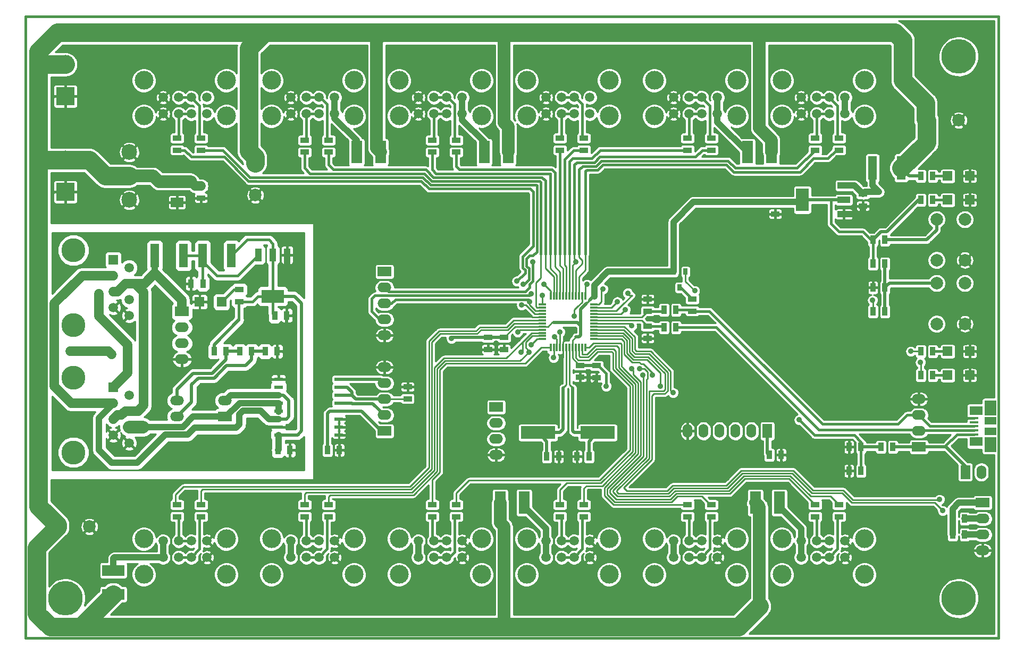
<source format=gtl>
G04 (created by PCBNEW-RS274X (2012-01-19 BZR 3256)-stable) date 5/20/2013 6:36:17 PM*
G01*
G70*
G90*
%MOIN*%
G04 Gerber Fmt 3.4, Leading zero omitted, Abs format*
%FSLAX34Y34*%
G04 APERTURE LIST*
%ADD10C,0.006000*%
%ADD11C,0.015000*%
%ADD12R,0.074700X0.046200*%
%ADD13R,0.074700X0.093500*%
%ADD14R,0.082700X0.058000*%
%ADD15R,0.054300X0.017700*%
%ADD16C,0.216500*%
%ADD17C,0.149600*%
%ADD18R,0.059100X0.059100*%
%ADD19C,0.059100*%
%ADD20R,0.086500X0.059000*%
%ADD21O,0.086500X0.059000*%
%ADD22R,0.027600X0.039400*%
%ADD23C,0.118100*%
%ADD24R,0.080000X0.144000*%
%ADD25R,0.080000X0.040000*%
%ADD26R,0.144000X0.080000*%
%ADD27R,0.040000X0.080000*%
%ADD28R,0.140000X0.070000*%
%ADD29R,0.070000X0.140000*%
%ADD30R,0.118100X0.118100*%
%ADD31R,0.055000X0.150000*%
%ADD32R,0.080000X0.060000*%
%ADD33R,0.060000X0.086600*%
%ADD34O,0.060000X0.086600*%
%ADD35R,0.055000X0.035000*%
%ADD36R,0.035000X0.055000*%
%ADD37R,0.086600X0.060000*%
%ADD38O,0.086600X0.060000*%
%ADD39R,0.011800X0.051200*%
%ADD40R,0.051200X0.011800*%
%ADD41R,0.216500X0.078700*%
%ADD42C,0.078700*%
%ADD43R,0.078700X0.078700*%
%ADD44R,0.056300X0.021700*%
%ADD45R,0.059000X0.059000*%
%ADD46C,0.098400*%
%ADD47C,0.035000*%
%ADD48C,0.035400*%
%ADD49C,0.015700*%
%ADD50C,0.039400*%
%ADD51C,0.008700*%
%ADD52C,0.019700*%
%ADD53C,0.009400*%
%ADD54C,0.118100*%
%ADD55C,0.078700*%
%ADD56C,0.059100*%
%ADD57C,0.010000*%
G04 APERTURE END LIST*
G54D10*
G54D11*
X84000Y-14000D02*
X84000Y-53000D01*
X23000Y-14000D02*
X84000Y-14000D01*
X23000Y-53000D02*
X23000Y-14000D01*
X84000Y-53000D02*
X23000Y-53000D01*
G54D12*
X83500Y-40030D03*
X83500Y-39370D03*
G54D13*
X83500Y-38553D03*
X83500Y-40847D03*
G54D14*
X82595Y-38731D03*
X82595Y-40669D03*
G54D15*
X82453Y-40212D03*
X82453Y-39956D03*
X82453Y-39700D03*
X82453Y-39444D03*
X82453Y-39188D03*
G54D16*
X25500Y-50500D03*
X81500Y-16500D03*
X81500Y-50500D03*
G54D17*
X26000Y-41338D03*
X26000Y-36665D03*
G54D18*
X28500Y-37250D03*
G54D19*
X29500Y-37750D03*
X28500Y-38250D03*
X29500Y-38750D03*
X28500Y-39250D03*
X29500Y-39750D03*
X28500Y-40250D03*
X29500Y-40750D03*
G54D17*
X26000Y-33338D03*
X26000Y-28665D03*
G54D18*
X28500Y-29250D03*
G54D19*
X29500Y-29750D03*
X28500Y-30250D03*
X29500Y-30750D03*
X28500Y-31250D03*
X29500Y-31750D03*
X28500Y-32250D03*
X29500Y-32750D03*
G54D20*
X35500Y-39100D03*
G54D21*
X32500Y-39100D03*
X35500Y-38100D03*
X32500Y-38100D03*
G54D22*
X64000Y-31000D03*
X63625Y-30000D03*
X64375Y-30000D03*
G54D23*
X30413Y-18000D03*
X35587Y-18000D03*
X35587Y-20236D03*
X30413Y-20236D03*
G54D19*
X32606Y-19067D03*
X33394Y-19067D03*
X34378Y-19067D03*
X31622Y-19067D03*
X34378Y-20099D03*
X33394Y-20099D03*
X32606Y-20099D03*
X31622Y-20099D03*
G54D23*
X38413Y-18000D03*
X43587Y-18000D03*
X43587Y-20236D03*
X38413Y-20236D03*
G54D19*
X40606Y-19067D03*
X41394Y-19067D03*
X42378Y-19067D03*
X39622Y-19067D03*
X42378Y-20099D03*
X41394Y-20099D03*
X40606Y-20099D03*
X39622Y-20099D03*
G54D23*
X46413Y-18000D03*
X51587Y-18000D03*
X51587Y-20236D03*
X46413Y-20236D03*
G54D19*
X48606Y-19067D03*
X49394Y-19067D03*
X50378Y-19067D03*
X47622Y-19067D03*
X50378Y-20099D03*
X49394Y-20099D03*
X48606Y-20099D03*
X47622Y-20099D03*
G54D23*
X54413Y-18000D03*
X59587Y-18000D03*
X59587Y-20236D03*
X54413Y-20236D03*
G54D19*
X56606Y-19067D03*
X57394Y-19067D03*
X58378Y-19067D03*
X55622Y-19067D03*
X58378Y-20099D03*
X57394Y-20099D03*
X56606Y-20099D03*
X55622Y-20099D03*
G54D23*
X62413Y-18000D03*
X67587Y-18000D03*
X67587Y-20236D03*
X62413Y-20236D03*
G54D19*
X64606Y-19067D03*
X65394Y-19067D03*
X66378Y-19067D03*
X63622Y-19067D03*
X66378Y-20099D03*
X65394Y-20099D03*
X64606Y-20099D03*
X63622Y-20099D03*
G54D23*
X70413Y-18000D03*
X75587Y-18000D03*
X75587Y-20236D03*
X70413Y-20236D03*
G54D19*
X72606Y-19067D03*
X73394Y-19067D03*
X74378Y-19067D03*
X71622Y-19067D03*
X74378Y-20099D03*
X73394Y-20099D03*
X72606Y-20099D03*
X71622Y-20099D03*
G54D23*
X35587Y-49000D03*
X30413Y-49000D03*
X30413Y-46764D03*
X35587Y-46764D03*
G54D19*
X33394Y-47933D03*
X32606Y-47933D03*
X31622Y-47933D03*
X34378Y-47933D03*
X31622Y-46901D03*
X32606Y-46901D03*
X33394Y-46901D03*
X34378Y-46901D03*
G54D23*
X43587Y-49000D03*
X38413Y-49000D03*
X38413Y-46764D03*
X43587Y-46764D03*
G54D19*
X41394Y-47933D03*
X40606Y-47933D03*
X39622Y-47933D03*
X42378Y-47933D03*
X39622Y-46901D03*
X40606Y-46901D03*
X41394Y-46901D03*
X42378Y-46901D03*
G54D23*
X51587Y-49000D03*
X46413Y-49000D03*
X46413Y-46764D03*
X51587Y-46764D03*
G54D19*
X49394Y-47933D03*
X48606Y-47933D03*
X47622Y-47933D03*
X50378Y-47933D03*
X47622Y-46901D03*
X48606Y-46901D03*
X49394Y-46901D03*
X50378Y-46901D03*
G54D23*
X59587Y-49000D03*
X54413Y-49000D03*
X54413Y-46764D03*
X59587Y-46764D03*
G54D19*
X57394Y-47933D03*
X56606Y-47933D03*
X55622Y-47933D03*
X58378Y-47933D03*
X55622Y-46901D03*
X56606Y-46901D03*
X57394Y-46901D03*
X58378Y-46901D03*
G54D23*
X67587Y-49000D03*
X62413Y-49000D03*
X62413Y-46764D03*
X67587Y-46764D03*
G54D19*
X65394Y-47933D03*
X64606Y-47933D03*
X63622Y-47933D03*
X66378Y-47933D03*
X63622Y-46901D03*
X64606Y-46901D03*
X65394Y-46901D03*
X66378Y-46901D03*
G54D23*
X75587Y-49000D03*
X70413Y-49000D03*
X70413Y-46764D03*
X75587Y-46764D03*
G54D19*
X73394Y-47933D03*
X72606Y-47933D03*
X71622Y-47933D03*
X74378Y-47933D03*
X71622Y-46901D03*
X72606Y-46901D03*
X73394Y-46901D03*
X74378Y-46901D03*
G54D24*
X71700Y-25500D03*
G54D25*
X74300Y-25500D03*
X74300Y-24600D03*
X74300Y-26400D03*
G54D26*
X38500Y-31550D03*
G54D27*
X38500Y-28950D03*
X37600Y-28950D03*
X39400Y-28950D03*
G54D28*
X28500Y-48750D03*
X28500Y-50250D03*
G54D29*
X70250Y-44500D03*
X68750Y-44500D03*
X54250Y-44500D03*
X52750Y-44500D03*
X68250Y-22500D03*
X69750Y-22500D03*
X43750Y-22500D03*
X45250Y-22500D03*
G54D30*
X25500Y-25000D03*
G54D23*
X25500Y-23000D03*
G54D30*
X25500Y-19000D03*
G54D23*
X25500Y-17000D03*
G54D31*
X35900Y-29000D03*
X34100Y-29000D03*
G54D32*
X32500Y-24350D03*
X32500Y-25650D03*
G54D33*
X81919Y-42581D03*
G54D34*
X82919Y-42581D03*
G54D29*
X51750Y-22500D03*
X53250Y-22500D03*
G54D31*
X31100Y-29000D03*
X32900Y-29000D03*
X77900Y-23500D03*
X76100Y-23500D03*
G54D35*
X34000Y-24625D03*
X34000Y-25375D03*
G54D36*
X34125Y-30750D03*
X33375Y-30750D03*
X38825Y-41200D03*
X39575Y-41200D03*
X38625Y-32750D03*
X39375Y-32750D03*
G54D35*
X52000Y-34125D03*
X52000Y-34875D03*
X58800Y-35900D03*
X58800Y-36650D03*
X57750Y-35875D03*
X57750Y-36625D03*
X53000Y-34125D03*
X53000Y-34875D03*
X62000Y-33425D03*
X62000Y-34175D03*
X62000Y-32475D03*
X62000Y-31725D03*
G54D36*
X75375Y-41000D03*
X74625Y-41000D03*
X76875Y-31000D03*
X76125Y-31000D03*
X58325Y-41600D03*
X57575Y-41600D03*
X55675Y-41600D03*
X56425Y-41600D03*
X79125Y-24000D03*
X79875Y-24000D03*
X37175Y-35000D03*
X36425Y-35000D03*
X79125Y-25500D03*
X79875Y-25500D03*
G54D35*
X46950Y-37975D03*
X46950Y-37225D03*
X36400Y-31875D03*
X36400Y-31125D03*
X32500Y-21625D03*
X32500Y-22375D03*
X42000Y-21750D03*
X42000Y-22500D03*
G54D36*
X34825Y-35000D03*
X35575Y-35000D03*
X38775Y-35000D03*
X38025Y-35000D03*
G54D35*
X48500Y-21750D03*
X48500Y-22500D03*
X34000Y-21625D03*
X34000Y-22375D03*
G54D36*
X76125Y-29500D03*
X76875Y-29500D03*
X76125Y-28000D03*
X76875Y-28000D03*
X76125Y-32500D03*
X76875Y-32500D03*
G54D35*
X64800Y-31725D03*
X64800Y-32475D03*
G54D36*
X63025Y-33500D03*
X63775Y-33500D03*
X63775Y-32400D03*
X63025Y-32400D03*
X77375Y-41000D03*
X76625Y-41000D03*
G54D35*
X50000Y-21750D03*
X50000Y-22500D03*
X40500Y-21750D03*
X40500Y-22500D03*
X56500Y-21625D03*
X56500Y-22375D03*
X58000Y-21625D03*
X58000Y-22375D03*
X64500Y-21625D03*
X64500Y-22375D03*
X66000Y-21625D03*
X66000Y-22375D03*
X72500Y-21625D03*
X72500Y-22375D03*
X74000Y-21625D03*
X74000Y-22375D03*
X32500Y-45375D03*
X32500Y-44625D03*
X34000Y-45375D03*
X34000Y-44625D03*
X40500Y-45375D03*
X40500Y-44625D03*
X42000Y-45375D03*
X42000Y-44625D03*
X48500Y-45375D03*
X48500Y-44625D03*
X50000Y-45375D03*
X50000Y-44625D03*
X56500Y-45375D03*
X56500Y-44625D03*
X58000Y-45375D03*
X58000Y-44625D03*
X64500Y-45375D03*
X64500Y-44625D03*
X66000Y-45375D03*
X66000Y-44625D03*
X72500Y-45375D03*
X72500Y-44625D03*
X74000Y-45375D03*
X74000Y-44625D03*
G54D36*
X79125Y-36500D03*
X79875Y-36500D03*
X79125Y-35000D03*
X79875Y-35000D03*
X81125Y-45500D03*
X81875Y-45500D03*
X81125Y-46500D03*
X81875Y-46500D03*
G54D33*
X69500Y-40000D03*
G54D34*
X68500Y-40000D03*
X67500Y-40000D03*
X66500Y-40000D03*
X65500Y-40000D03*
X64500Y-40000D03*
G54D37*
X45500Y-30000D03*
G54D38*
X45500Y-31000D03*
X45500Y-32000D03*
X45500Y-33000D03*
X45500Y-34000D03*
G54D37*
X83000Y-44500D03*
G54D38*
X83000Y-45500D03*
X83000Y-46500D03*
X83000Y-47500D03*
G54D39*
X56508Y-34764D03*
X56705Y-34764D03*
X56902Y-34764D03*
X57098Y-34764D03*
X57295Y-34764D03*
X55917Y-34764D03*
X56114Y-34764D03*
X56311Y-34764D03*
G54D40*
X58614Y-34233D03*
X58614Y-34036D03*
X58614Y-33839D03*
X58614Y-33642D03*
X58614Y-33445D03*
X58614Y-33248D03*
X58614Y-33052D03*
X58614Y-32855D03*
G54D39*
X58083Y-31536D03*
X57886Y-31536D03*
X57689Y-31536D03*
X57492Y-31536D03*
X57295Y-31536D03*
X57098Y-31536D03*
X56902Y-31536D03*
X56705Y-31536D03*
G54D40*
X55386Y-32067D03*
X55386Y-32264D03*
X55386Y-32461D03*
X55386Y-32658D03*
X55386Y-32855D03*
X55386Y-33052D03*
X55386Y-33248D03*
X55386Y-33445D03*
G54D39*
X57492Y-34764D03*
X57689Y-34764D03*
X57886Y-34764D03*
X58083Y-34764D03*
G54D40*
X58614Y-32658D03*
X58614Y-32461D03*
X58614Y-32264D03*
X58614Y-32067D03*
G54D39*
X56508Y-31536D03*
X56311Y-31536D03*
X56114Y-31536D03*
X55917Y-31536D03*
G54D40*
X55386Y-33642D03*
X55386Y-33839D03*
X55386Y-34036D03*
X55386Y-34233D03*
G54D36*
X69625Y-41500D03*
X70375Y-41500D03*
G54D37*
X79000Y-41000D03*
G54D38*
X79000Y-40000D03*
X79000Y-39000D03*
X79000Y-38000D03*
G54D41*
X55130Y-40100D03*
X58870Y-40100D03*
G54D35*
X75500Y-25125D03*
X75500Y-25875D03*
G54D36*
X41925Y-41200D03*
X42675Y-41200D03*
G54D37*
X32800Y-32500D03*
G54D38*
X32800Y-33500D03*
X32800Y-34500D03*
X32800Y-35500D03*
G54D42*
X80114Y-30720D03*
X81886Y-33280D03*
X81886Y-30720D03*
X80114Y-33280D03*
X80114Y-26720D03*
X81886Y-29280D03*
X81886Y-26720D03*
X80114Y-29280D03*
G54D35*
X70000Y-25625D03*
X70000Y-26375D03*
G54D36*
X74625Y-42500D03*
X75375Y-42500D03*
G54D37*
X52500Y-38500D03*
G54D38*
X52500Y-39500D03*
X52500Y-40500D03*
X52500Y-41500D03*
G54D43*
X79500Y-20510D03*
G54D42*
X81500Y-20500D03*
G54D43*
X25000Y-46010D03*
G54D42*
X27000Y-46000D03*
G54D43*
X37390Y-23200D03*
G54D42*
X37400Y-25200D03*
G54D37*
X45500Y-40000D03*
G54D38*
X45500Y-39000D03*
X45500Y-38000D03*
X45500Y-37000D03*
X45500Y-36000D03*
G54D44*
X42644Y-40250D03*
X42644Y-39750D03*
X42644Y-39250D03*
X42644Y-38750D03*
X42644Y-38250D03*
X42644Y-37750D03*
X42644Y-37250D03*
X42644Y-36750D03*
X38856Y-36750D03*
X38856Y-37250D03*
X38856Y-37750D03*
X38856Y-38250D03*
X38856Y-38750D03*
X38856Y-39250D03*
X38856Y-39750D03*
X38856Y-40250D03*
G54D45*
X80812Y-24000D03*
X82188Y-24000D03*
X80812Y-25500D03*
X82188Y-25500D03*
X35288Y-31900D03*
X33912Y-31900D03*
X80812Y-36500D03*
X82188Y-36500D03*
X80812Y-35000D03*
X82188Y-35000D03*
G54D46*
X29500Y-25500D03*
X29500Y-24000D03*
X29500Y-22500D03*
G54D47*
X49700Y-34200D03*
X59400Y-37200D03*
X76500Y-25000D03*
X53850Y-33800D03*
X55400Y-31500D03*
X55500Y-30800D03*
G54D48*
X53800Y-30600D03*
X54100Y-32100D03*
X57500Y-29400D03*
X54800Y-29400D03*
G54D47*
X54050Y-35050D03*
G54D48*
X54550Y-35050D03*
X54600Y-31900D03*
X54200Y-30800D03*
X61000Y-36100D03*
X61000Y-33400D03*
G54D47*
X60600Y-32400D03*
X61700Y-36500D03*
G54D48*
X60100Y-31900D03*
X61500Y-36100D03*
G54D47*
X56500Y-33800D03*
X79100Y-35700D03*
X59200Y-31100D03*
X78500Y-35000D03*
X58200Y-30800D03*
X57400Y-32800D03*
X63600Y-37600D03*
X56150Y-34100D03*
X76100Y-31800D03*
X54700Y-31400D03*
X62300Y-36500D03*
X80500Y-45000D03*
X80300Y-44300D03*
X56100Y-35400D03*
X54700Y-34600D03*
X64950Y-31200D03*
X60750Y-31350D03*
X71500Y-39300D03*
X62800Y-37200D03*
X39600Y-30400D03*
X39400Y-33800D03*
X37900Y-40100D03*
X62800Y-31700D03*
X62600Y-34200D03*
X53750Y-32500D03*
X57000Y-42450D03*
X52500Y-34500D03*
X57200Y-33900D03*
X58200Y-37400D03*
X27600Y-31400D03*
X25800Y-35000D03*
X28400Y-35200D03*
G54D49*
X76125Y-29500D02*
X76125Y-28000D01*
G54D50*
X59500Y-30000D02*
X58650Y-30850D01*
X58650Y-30850D02*
X58650Y-31550D01*
G54D51*
X53680Y-33445D02*
X53000Y-34125D01*
X58350Y-31800D02*
X58150Y-32000D01*
G54D52*
X57800Y-34000D02*
X57800Y-33400D01*
X41925Y-38875D02*
X41925Y-41200D01*
X42050Y-38750D02*
X41925Y-38875D01*
G54D50*
X59500Y-30000D02*
X63625Y-30000D01*
G54D49*
X73500Y-27000D02*
X74000Y-27500D01*
G54D53*
X57750Y-35850D02*
X57750Y-35875D01*
G54D51*
X55755Y-33445D02*
X56000Y-33200D01*
G54D52*
X44050Y-38750D02*
X45300Y-40000D01*
X58600Y-31550D02*
X58350Y-31800D01*
G54D50*
X70000Y-25625D02*
X64875Y-25625D01*
G54D52*
X53000Y-34125D02*
X52000Y-34125D01*
G54D49*
X74000Y-27500D02*
X75500Y-27500D01*
G54D52*
X58650Y-31550D02*
X58600Y-31550D01*
X57500Y-34100D02*
X57700Y-34100D01*
X57600Y-33200D02*
X57095Y-33200D01*
X42644Y-38750D02*
X44050Y-38750D01*
X57700Y-34100D02*
X57800Y-34000D01*
G54D51*
X57295Y-34305D02*
X57500Y-34100D01*
G54D49*
X73500Y-25500D02*
X73500Y-27000D01*
G54D52*
X74300Y-25500D02*
X71700Y-25500D01*
X49775Y-34125D02*
X49700Y-34200D01*
G54D53*
X58775Y-35875D02*
X58800Y-35900D01*
G54D51*
X57295Y-35435D02*
X57295Y-34764D01*
G54D52*
X57750Y-35875D02*
X58775Y-35875D01*
G54D49*
X58900Y-35900D02*
X59400Y-36400D01*
X59400Y-36400D02*
X59400Y-37200D01*
X76000Y-28000D02*
X76125Y-28000D01*
G54D52*
X69500Y-41375D02*
X69625Y-41500D01*
X69500Y-40000D02*
X69500Y-41375D01*
X77000Y-27500D02*
X76625Y-27500D01*
X45300Y-40000D02*
X45500Y-40000D01*
G54D51*
X57750Y-35875D02*
X57735Y-35875D01*
G54D52*
X52000Y-34125D02*
X49775Y-34125D01*
X57800Y-33400D02*
X57700Y-33300D01*
X42644Y-38750D02*
X42050Y-38750D01*
G54D49*
X58800Y-35900D02*
X58900Y-35900D01*
G54D52*
X57700Y-33300D02*
X57600Y-33200D01*
G54D50*
X71575Y-25625D02*
X71700Y-25500D01*
G54D51*
X57735Y-35875D02*
X57295Y-35435D01*
G54D52*
X57800Y-33400D02*
X57800Y-32350D01*
G54D49*
X75500Y-27500D02*
X76000Y-28000D01*
G54D52*
X79000Y-25500D02*
X77000Y-27500D01*
G54D51*
X56000Y-33200D02*
X56100Y-33200D01*
G54D52*
X79125Y-25500D02*
X79000Y-25500D01*
X57800Y-32350D02*
X58150Y-32000D01*
X56100Y-33200D02*
X57095Y-33200D01*
G54D50*
X64875Y-25625D02*
X63625Y-26875D01*
G54D51*
X55386Y-33445D02*
X55755Y-33445D01*
X55386Y-33445D02*
X53680Y-33445D01*
G54D52*
X76625Y-27500D02*
X76125Y-28000D01*
G54D49*
X74300Y-25500D02*
X73500Y-25500D01*
G54D50*
X70000Y-25625D02*
X71575Y-25625D01*
G54D51*
X57295Y-34764D02*
X57295Y-34305D01*
G54D50*
X63625Y-26875D02*
X63625Y-30000D01*
G54D54*
X23811Y-44711D02*
X23811Y-23000D01*
X26450Y-52300D02*
X52750Y-52300D01*
G54D52*
X79125Y-24000D02*
X78400Y-24000D01*
G54D54*
X25000Y-46010D02*
X25000Y-45900D01*
G54D55*
X32500Y-24350D02*
X31350Y-24350D01*
G54D54*
X25000Y-15000D02*
X23811Y-16189D01*
X26750Y-52000D02*
X26450Y-52300D01*
X79500Y-20510D02*
X79500Y-21900D01*
X52750Y-52300D02*
X67700Y-52300D01*
G54D55*
X31000Y-24000D02*
X29500Y-24000D01*
X69000Y-44750D02*
X68750Y-44500D01*
X45000Y-15500D02*
X45000Y-22250D01*
G54D50*
X53000Y-52050D02*
X52750Y-52300D01*
G54D55*
X53250Y-22500D02*
X53250Y-20900D01*
X31350Y-24350D02*
X31000Y-24000D01*
G54D54*
X78000Y-18000D02*
X78000Y-15500D01*
G54D55*
X45000Y-22250D02*
X45250Y-22500D01*
G54D54*
X23811Y-23000D02*
X25500Y-23000D01*
X69000Y-15000D02*
X53000Y-15000D01*
X37000Y-22425D02*
X37000Y-16000D01*
X79425Y-19425D02*
X78000Y-18000D01*
G54D55*
X37000Y-22425D02*
X37000Y-22510D01*
X69750Y-21750D02*
X69000Y-21000D01*
G54D52*
X78400Y-24000D02*
X77900Y-23500D01*
G54D54*
X78000Y-15500D02*
X77500Y-15000D01*
G54D55*
X69000Y-21000D02*
X69000Y-15000D01*
G54D54*
X79425Y-21975D02*
X77900Y-23500D01*
X38000Y-15000D02*
X37000Y-16000D01*
X26450Y-52300D02*
X26475Y-52275D01*
G54D55*
X53000Y-46000D02*
X53000Y-52050D01*
X52750Y-45750D02*
X53000Y-46000D01*
G54D54*
X69000Y-15000D02*
X77500Y-15000D01*
X23811Y-23000D02*
X23811Y-17000D01*
G54D56*
X34000Y-24625D02*
X33625Y-24625D01*
G54D54*
X37390Y-22815D02*
X37000Y-22425D01*
X79500Y-21900D02*
X79425Y-21975D01*
G54D55*
X52750Y-44500D02*
X52750Y-45750D01*
G54D54*
X28500Y-15000D02*
X38000Y-15000D01*
G54D56*
X33625Y-24625D02*
X33350Y-24350D01*
G54D54*
X23700Y-51450D02*
X24550Y-52300D01*
X29500Y-24000D02*
X28000Y-24000D01*
X37390Y-23200D02*
X37390Y-22815D01*
X79425Y-19425D02*
X79425Y-20435D01*
X79425Y-20435D02*
X79500Y-20510D01*
G54D55*
X33350Y-24350D02*
X32500Y-24350D01*
G54D54*
X67700Y-52300D02*
X69000Y-51000D01*
X28000Y-24000D02*
X27000Y-23000D01*
X25000Y-45900D02*
X23811Y-44711D01*
G54D55*
X45500Y-15000D02*
X45000Y-15500D01*
G54D54*
X26475Y-52275D02*
X28500Y-50250D01*
X53000Y-15000D02*
X45500Y-15000D01*
X24550Y-52300D02*
X26450Y-52300D01*
G54D55*
X69750Y-22500D02*
X69750Y-21750D01*
X53000Y-20650D02*
X53000Y-15000D01*
G54D54*
X23700Y-47310D02*
X23700Y-51450D01*
X27000Y-23000D02*
X25500Y-23000D01*
X26300Y-15000D02*
X25000Y-15000D01*
X25500Y-17000D02*
X23811Y-17000D01*
X23811Y-16189D02*
X23811Y-17000D01*
X28500Y-15000D02*
X26300Y-15000D01*
X45500Y-15000D02*
X38000Y-15000D01*
G54D55*
X53250Y-20900D02*
X53000Y-20650D01*
G54D54*
X25000Y-46010D02*
X23700Y-47310D01*
G54D55*
X69000Y-51000D02*
X69000Y-44750D01*
G54D52*
X34825Y-35000D02*
X34825Y-34575D01*
G54D49*
X37225Y-31875D02*
X36400Y-31875D01*
G54D50*
X38856Y-40250D02*
X38856Y-41169D01*
X38856Y-41169D02*
X38825Y-41200D01*
G54D49*
X38500Y-28950D02*
X38500Y-28250D01*
G54D52*
X38500Y-31550D02*
X39850Y-31550D01*
G54D49*
X36375Y-33025D02*
X36375Y-31900D01*
X38250Y-28000D02*
X36900Y-28000D01*
G54D52*
X40050Y-40250D02*
X38856Y-40250D01*
X40300Y-32000D02*
X40300Y-40000D01*
X40300Y-40000D02*
X40050Y-40250D01*
G54D49*
X38500Y-31550D02*
X37550Y-31550D01*
X37550Y-31550D02*
X37225Y-31875D01*
X38500Y-28250D02*
X38250Y-28000D01*
G54D52*
X34825Y-34575D02*
X36375Y-33025D01*
G54D49*
X36375Y-31900D02*
X36400Y-31875D01*
X36900Y-28000D02*
X35900Y-29000D01*
G54D52*
X39850Y-31550D02*
X40300Y-32000D01*
G54D49*
X38500Y-32625D02*
X38625Y-32750D01*
X38500Y-31550D02*
X38500Y-32625D01*
X38500Y-28950D02*
X38500Y-31550D01*
G54D50*
X76100Y-24600D02*
X76100Y-23500D01*
X74975Y-24600D02*
X75500Y-25125D01*
X76500Y-25000D02*
X76100Y-24600D01*
X81125Y-44875D02*
X81500Y-44500D01*
X75625Y-25000D02*
X75500Y-25125D01*
X74300Y-24600D02*
X74975Y-24600D01*
X81125Y-45500D02*
X81125Y-46500D01*
X81125Y-45500D02*
X81125Y-44875D01*
X76500Y-25000D02*
X75625Y-25000D01*
X81500Y-44500D02*
X83000Y-44500D01*
X38856Y-38250D02*
X36425Y-38250D01*
X33500Y-39100D02*
X32850Y-39750D01*
X35500Y-39100D02*
X33500Y-39100D01*
G54D55*
X30350Y-39750D02*
X29500Y-39750D01*
G54D50*
X38856Y-38775D02*
X38856Y-38750D01*
X35575Y-39100D02*
X35500Y-39100D01*
X38856Y-38250D02*
X38856Y-38775D01*
X32850Y-39750D02*
X29500Y-39750D01*
X36425Y-38250D02*
X35575Y-39100D01*
G54D52*
X39350Y-39250D02*
X38856Y-39250D01*
G54D50*
X31775Y-40225D02*
X30000Y-42000D01*
X35850Y-37750D02*
X35500Y-38100D01*
X28500Y-38300D02*
X27600Y-39200D01*
X36200Y-39800D02*
X33600Y-39800D01*
X36623Y-38725D02*
X36400Y-38948D01*
X27600Y-39200D02*
X27600Y-41200D01*
X33600Y-39800D02*
X33175Y-40225D01*
X36400Y-38948D02*
X36400Y-39600D01*
X33175Y-40225D02*
X31775Y-40225D01*
X38250Y-39250D02*
X38856Y-39250D01*
X36400Y-39600D02*
X36200Y-39800D01*
G54D52*
X38856Y-37750D02*
X39150Y-37750D01*
G54D50*
X28400Y-42000D02*
X30000Y-42000D01*
G54D56*
X28500Y-38250D02*
X28150Y-38250D01*
X26550Y-30250D02*
X24800Y-32000D01*
G54D50*
X28500Y-38250D02*
X28500Y-38300D01*
X38856Y-37750D02*
X35850Y-37750D01*
G54D56*
X25850Y-38250D02*
X24800Y-37200D01*
G54D52*
X39500Y-39100D02*
X39350Y-39250D01*
G54D56*
X25850Y-38250D02*
X28500Y-38250D01*
G54D52*
X39150Y-37750D02*
X39500Y-38100D01*
G54D56*
X27200Y-30250D02*
X26550Y-30250D01*
G54D50*
X37725Y-38725D02*
X36623Y-38725D01*
X27600Y-41200D02*
X28400Y-42000D01*
G54D56*
X27200Y-30250D02*
X27150Y-30250D01*
X24800Y-32000D02*
X24800Y-37200D01*
X28500Y-30250D02*
X27200Y-30250D01*
G54D52*
X39500Y-38100D02*
X39500Y-39100D01*
G54D50*
X38250Y-39250D02*
X37725Y-38725D01*
G54D56*
X29500Y-38750D02*
X29250Y-38750D01*
X29850Y-30750D02*
X30400Y-31300D01*
X29000Y-39000D02*
X28750Y-39000D01*
X29500Y-30750D02*
X30450Y-30750D01*
X28750Y-31250D02*
X28500Y-31250D01*
X29500Y-30750D02*
X29250Y-30750D01*
X32800Y-32500D02*
X32800Y-31800D01*
G54D50*
X31100Y-30100D02*
X31100Y-29000D01*
G54D56*
X30450Y-30750D02*
X31100Y-30100D01*
X29500Y-30750D02*
X29850Y-30750D01*
X30400Y-31300D02*
X30400Y-38400D01*
X30400Y-38400D02*
X30050Y-38750D01*
X29250Y-38750D02*
X29000Y-39000D01*
X29250Y-30750D02*
X28750Y-31250D01*
X28750Y-39000D02*
X28500Y-39250D01*
X32800Y-31800D02*
X31100Y-30100D01*
X30050Y-38750D02*
X29500Y-38750D01*
G54D52*
X43450Y-37550D02*
X43150Y-37250D01*
G54D51*
X54358Y-33642D02*
X54008Y-33642D01*
X54008Y-33642D02*
X53850Y-33800D01*
X45500Y-38000D02*
X46925Y-38000D01*
G54D52*
X43700Y-38000D02*
X43450Y-37750D01*
X43450Y-37750D02*
X43450Y-37550D01*
X43450Y-37750D02*
X42644Y-37750D01*
G54D51*
X55386Y-33642D02*
X54358Y-33642D01*
G54D52*
X45500Y-38000D02*
X43700Y-38000D01*
X43150Y-37250D02*
X42644Y-37250D01*
G54D51*
X46925Y-38000D02*
X46950Y-37975D01*
X55386Y-32067D02*
X55386Y-31514D01*
G54D52*
X43479Y-38279D02*
X44779Y-38279D01*
X42644Y-38250D02*
X43450Y-38250D01*
X43450Y-38250D02*
X43479Y-38279D01*
G54D51*
X55386Y-31514D02*
X55400Y-31500D01*
G54D52*
X44779Y-38279D02*
X45500Y-39000D01*
X45250Y-36750D02*
X45500Y-37000D01*
G54D51*
X55917Y-31217D02*
X55500Y-30800D01*
G54D52*
X42644Y-36750D02*
X45250Y-36750D01*
G54D51*
X55917Y-31536D02*
X55917Y-31217D01*
G54D49*
X54822Y-28378D02*
X54161Y-29039D01*
X48281Y-24795D02*
X54617Y-24795D01*
X54822Y-25000D02*
X54822Y-28378D01*
X54322Y-30078D02*
X53800Y-30600D01*
X32500Y-22375D02*
X32975Y-22375D01*
X35462Y-22800D02*
X36979Y-24317D01*
X54161Y-29738D02*
X54322Y-29899D01*
X54161Y-29039D02*
X54161Y-29738D01*
X54322Y-29899D02*
X54322Y-30078D01*
X54617Y-24795D02*
X54822Y-25000D01*
G54D51*
X55386Y-32658D02*
X54918Y-32658D01*
G54D49*
X33400Y-22800D02*
X34800Y-22800D01*
X34800Y-22800D02*
X35462Y-22800D01*
X32975Y-22375D02*
X33400Y-22800D01*
X36979Y-24317D02*
X40600Y-24317D01*
G54D51*
X54360Y-32100D02*
X54100Y-32100D01*
G54D49*
X40579Y-24317D02*
X40600Y-24317D01*
X40600Y-24317D02*
X47803Y-24317D01*
G54D51*
X54918Y-32658D02*
X54360Y-32100D01*
G54D49*
X47803Y-24317D02*
X48281Y-24795D01*
G54D51*
X57295Y-29605D02*
X57500Y-29400D01*
X57500Y-29300D02*
X57400Y-29200D01*
G54D49*
X65425Y-22375D02*
X65000Y-22800D01*
X54600Y-30800D02*
X54600Y-31000D01*
X59000Y-22800D02*
X58661Y-23139D01*
X45761Y-31261D02*
X45500Y-31000D01*
G54D51*
X57295Y-29672D02*
X57295Y-29700D01*
G54D49*
X54800Y-30600D02*
X54600Y-30800D01*
X65000Y-22800D02*
X59000Y-22800D01*
G54D51*
X57295Y-29700D02*
X57295Y-29605D01*
X57400Y-29200D02*
X57400Y-28900D01*
G54D49*
X57561Y-23139D02*
X57400Y-23300D01*
X54600Y-31000D02*
X54339Y-31261D01*
X57400Y-23300D02*
X57400Y-28900D01*
G54D51*
X57295Y-29700D02*
X57295Y-31536D01*
X66000Y-22375D02*
X65575Y-22375D01*
X57500Y-29400D02*
X57500Y-29300D01*
G54D49*
X58661Y-23139D02*
X57561Y-23139D01*
X54800Y-29400D02*
X54800Y-30600D01*
X65425Y-22375D02*
X66000Y-22375D01*
X54339Y-31261D02*
X45761Y-31261D01*
X67500Y-23500D02*
X71375Y-23500D01*
G54D51*
X57900Y-29500D02*
X57492Y-29908D01*
G54D49*
X57700Y-23600D02*
X57700Y-28900D01*
G54D51*
X57700Y-28900D02*
X57700Y-29100D01*
G54D49*
X65261Y-23039D02*
X67039Y-23039D01*
G54D51*
X57700Y-29100D02*
X57900Y-29300D01*
X57900Y-29300D02*
X57900Y-29500D01*
G54D49*
X59099Y-23039D02*
X58760Y-23378D01*
X65261Y-23039D02*
X59099Y-23039D01*
G54D51*
X57492Y-31536D02*
X57492Y-29908D01*
G54D49*
X57922Y-23378D02*
X57700Y-23600D01*
X67039Y-23039D02*
X67500Y-23500D01*
X71375Y-23500D02*
X72500Y-22375D01*
X58760Y-23378D02*
X57922Y-23378D01*
X73825Y-22375D02*
X74000Y-22375D01*
X58100Y-23700D02*
X58100Y-28900D01*
X71561Y-23739D02*
X67401Y-23739D01*
X58183Y-23617D02*
X58100Y-23700D01*
G54D51*
X58100Y-29900D02*
X57689Y-30311D01*
G54D49*
X73825Y-22375D02*
X73300Y-22900D01*
X58859Y-23617D02*
X58183Y-23617D01*
X67401Y-23739D02*
X66940Y-23278D01*
X73300Y-22900D02*
X72400Y-22900D01*
G54D51*
X58100Y-28900D02*
X58100Y-29900D01*
G54D49*
X66940Y-23278D02*
X65360Y-23278D01*
X65360Y-23278D02*
X59198Y-23278D01*
G54D51*
X57689Y-31536D02*
X57689Y-30311D01*
G54D49*
X72400Y-22900D02*
X71561Y-23739D01*
X59198Y-23278D02*
X58859Y-23617D01*
G54D51*
X32400Y-44000D02*
X32400Y-44525D01*
X53594Y-33052D02*
X53172Y-33474D01*
X32900Y-43500D02*
X32400Y-44000D01*
X55386Y-33052D02*
X53594Y-33052D01*
X53172Y-33474D02*
X51486Y-33474D01*
X47100Y-43500D02*
X32900Y-43500D01*
X48300Y-34360D02*
X48300Y-34600D01*
X51486Y-33474D02*
X51228Y-33732D01*
X48928Y-33732D02*
X48300Y-34360D01*
X48300Y-34600D02*
X48300Y-42300D01*
X48300Y-42300D02*
X47100Y-43500D01*
X51228Y-33732D02*
X48928Y-33732D01*
X32400Y-44525D02*
X32500Y-44625D01*
X48469Y-42371D02*
X47171Y-43669D01*
X51557Y-33643D02*
X53243Y-33643D01*
X53243Y-33643D02*
X53638Y-33248D01*
X48469Y-34700D02*
X48469Y-34671D01*
X48469Y-34671D02*
X48469Y-34431D01*
X48469Y-34700D02*
X48469Y-42371D01*
X34000Y-43769D02*
X34000Y-44625D01*
X48469Y-34431D02*
X48999Y-33901D01*
X47171Y-43669D02*
X34100Y-43669D01*
X53638Y-33248D02*
X55386Y-33248D01*
X51299Y-33901D02*
X51557Y-33643D01*
X34100Y-43669D02*
X34000Y-43769D01*
X48999Y-33901D02*
X51299Y-33901D01*
X40500Y-43938D02*
X40600Y-43838D01*
X53100Y-35431D02*
X53129Y-35431D01*
X53129Y-35431D02*
X54155Y-34405D01*
X54721Y-33839D02*
X55386Y-33839D01*
X54155Y-34405D02*
X54155Y-34945D01*
X53100Y-35431D02*
X49229Y-35431D01*
X40500Y-44625D02*
X40500Y-43938D01*
X54155Y-34405D02*
X54721Y-33839D01*
X40600Y-43838D02*
X47242Y-43838D01*
X54155Y-34945D02*
X54050Y-35050D01*
X48638Y-36022D02*
X48638Y-36100D01*
X47242Y-43838D02*
X48638Y-42442D01*
X48638Y-42442D02*
X48638Y-36100D01*
X49229Y-35431D02*
X48638Y-36022D01*
X49300Y-35600D02*
X53200Y-35600D01*
X55386Y-34036D02*
X54764Y-34036D01*
X42100Y-44007D02*
X47313Y-44007D01*
X42000Y-44625D02*
X42000Y-44107D01*
X53200Y-35600D02*
X54000Y-35600D01*
X47313Y-44007D02*
X48807Y-42513D01*
X54000Y-35600D02*
X54550Y-35050D01*
X42000Y-44107D02*
X42100Y-44007D01*
X48807Y-42513D02*
X48807Y-36093D01*
X54375Y-34775D02*
X54550Y-34950D01*
X54375Y-34425D02*
X54375Y-34775D01*
X54550Y-34950D02*
X54550Y-35050D01*
X48807Y-36093D02*
X49300Y-35600D01*
X54764Y-34036D02*
X54375Y-34425D01*
X55917Y-34764D02*
X55336Y-34764D01*
X54331Y-35769D02*
X49371Y-35769D01*
X48976Y-36164D02*
X48976Y-42584D01*
X49371Y-35769D02*
X48976Y-36164D01*
X48976Y-42584D02*
X48500Y-43060D01*
X55336Y-34764D02*
X54331Y-35769D01*
X48500Y-43060D02*
X48500Y-44625D01*
X58342Y-35538D02*
X58873Y-35007D01*
X57492Y-34764D02*
X57492Y-35392D01*
X59831Y-36131D02*
X60900Y-37200D01*
X59000Y-43100D02*
X60900Y-41200D01*
X57638Y-35538D02*
X58342Y-35538D01*
X59831Y-35100D02*
X59831Y-36100D01*
X50000Y-43900D02*
X50800Y-43100D01*
X60900Y-41200D02*
X60900Y-37200D01*
X58873Y-35007D02*
X59738Y-35007D01*
X50000Y-44625D02*
X50000Y-43900D01*
X59831Y-36100D02*
X59831Y-36131D01*
X59738Y-35007D02*
X59831Y-35100D01*
X59831Y-36100D02*
X59831Y-36131D01*
X57492Y-35392D02*
X57638Y-35538D01*
X50800Y-43100D02*
X59000Y-43100D01*
X59071Y-43269D02*
X56931Y-43269D01*
X57689Y-34764D02*
X57689Y-35289D01*
X56931Y-43269D02*
X56500Y-43700D01*
X60000Y-34983D02*
X60000Y-36060D01*
X57769Y-35369D02*
X58271Y-35369D01*
X58271Y-35369D02*
X58802Y-34838D01*
X58802Y-34838D02*
X59855Y-34838D01*
X61069Y-37129D02*
X61069Y-41271D01*
X61069Y-41271D02*
X59071Y-43269D01*
X59855Y-34838D02*
X60000Y-34983D01*
X60070Y-36130D02*
X61069Y-37129D01*
X57689Y-35289D02*
X57769Y-35369D01*
X60000Y-36060D02*
X60070Y-36130D01*
X56500Y-43700D02*
X56500Y-44625D01*
G54D49*
X45939Y-32000D02*
X46200Y-31739D01*
X46200Y-31739D02*
X54539Y-31739D01*
X54400Y-29639D02*
X54561Y-29800D01*
G54D51*
X54600Y-32100D02*
X54961Y-32461D01*
G54D49*
X35375Y-22375D02*
X34775Y-22375D01*
X37078Y-24078D02*
X35375Y-22375D01*
X54539Y-31739D02*
X54539Y-31839D01*
G54D51*
X54600Y-31900D02*
X54600Y-32100D01*
G54D49*
X54561Y-29800D02*
X54561Y-30501D01*
G54D51*
X54961Y-32461D02*
X55386Y-32461D01*
G54D49*
X40678Y-24078D02*
X37078Y-24078D01*
X55000Y-24556D02*
X48380Y-24556D01*
X45500Y-32000D02*
X45939Y-32000D01*
X55044Y-24600D02*
X55000Y-24556D01*
X54400Y-29200D02*
X54400Y-29639D01*
X55061Y-28739D02*
X54800Y-29000D01*
X55061Y-24600D02*
X55061Y-28739D01*
X48380Y-24556D02*
X47902Y-24078D01*
X55061Y-24600D02*
X55044Y-24600D01*
X34000Y-22375D02*
X34775Y-22375D01*
X54561Y-30501D02*
X54262Y-30800D01*
X54262Y-30800D02*
X54200Y-30800D01*
X54800Y-29000D02*
X54600Y-29000D01*
X47902Y-24078D02*
X40678Y-24078D01*
X54600Y-29000D02*
X54400Y-29200D01*
X54539Y-31839D02*
X54600Y-31900D01*
G54D51*
X58200Y-35200D02*
X58731Y-34669D01*
X60069Y-34669D02*
X60186Y-34786D01*
X57886Y-35186D02*
X57900Y-35200D01*
X58162Y-43438D02*
X59162Y-43438D01*
X57886Y-34764D02*
X57886Y-35186D01*
X60186Y-34786D02*
X60186Y-36006D01*
X58000Y-44625D02*
X58000Y-43600D01*
X59162Y-43438D02*
X61238Y-41362D01*
X61238Y-37058D02*
X60186Y-36006D01*
X58731Y-34669D02*
X60069Y-34669D01*
X57900Y-35200D02*
X58200Y-35200D01*
X58000Y-43600D02*
X58162Y-43438D01*
X61238Y-41362D02*
X61238Y-37058D01*
X60355Y-34555D02*
X60355Y-35935D01*
X59295Y-44045D02*
X59295Y-43546D01*
X64500Y-44625D02*
X59875Y-44625D01*
X60355Y-35935D02*
X60510Y-36090D01*
X59875Y-44625D02*
X59295Y-44045D01*
X58336Y-34764D02*
X58600Y-34500D01*
X61407Y-36987D02*
X60510Y-36090D01*
X58083Y-34764D02*
X58336Y-34764D01*
X60300Y-34500D02*
X60355Y-34555D01*
X59295Y-43546D02*
X61407Y-41434D01*
X61407Y-41434D02*
X61407Y-36987D01*
X58600Y-34500D02*
X60300Y-34500D01*
X61100Y-36200D02*
X61100Y-36440D01*
X65925Y-44625D02*
X66000Y-44625D01*
X59464Y-43618D02*
X61576Y-41506D01*
X61576Y-41506D02*
X61576Y-36916D01*
X59946Y-44456D02*
X59464Y-43974D01*
X63856Y-44100D02*
X63500Y-44456D01*
X58614Y-33248D02*
X60848Y-33248D01*
X60848Y-33248D02*
X61000Y-33400D01*
X59464Y-43974D02*
X59464Y-43618D01*
X65925Y-44625D02*
X65400Y-44100D01*
X61576Y-36916D02*
X61100Y-36440D01*
X63500Y-44456D02*
X59946Y-44456D01*
X61000Y-36100D02*
X61100Y-36200D01*
X65400Y-44100D02*
X63856Y-44100D01*
X59633Y-43903D02*
X60017Y-44287D01*
X58614Y-32658D02*
X60342Y-32658D01*
X70875Y-43000D02*
X72500Y-44625D01*
X63785Y-43931D02*
X67169Y-43931D01*
X60017Y-44287D02*
X63429Y-44287D01*
X60342Y-32658D02*
X60600Y-32400D01*
X67169Y-43931D02*
X68100Y-43000D01*
X61700Y-36500D02*
X61745Y-36545D01*
X61745Y-41577D02*
X59633Y-43689D01*
X59633Y-43689D02*
X59633Y-43903D01*
X63429Y-44287D02*
X63785Y-43931D01*
X61745Y-36545D02*
X61745Y-41577D01*
X68100Y-43000D02*
X70875Y-43000D01*
X63714Y-43762D02*
X67098Y-43762D01*
X59736Y-32264D02*
X60100Y-31900D01*
X63376Y-44100D02*
X63714Y-43762D01*
X62000Y-36300D02*
X61800Y-36100D01*
X61800Y-36100D02*
X61500Y-36100D01*
X61914Y-36786D02*
X62000Y-36700D01*
X72215Y-44100D02*
X73475Y-44100D01*
X67098Y-43762D02*
X68029Y-42831D01*
X70946Y-42831D02*
X72215Y-44100D01*
X60100Y-44100D02*
X63376Y-44100D01*
X68029Y-42831D02*
X70946Y-42831D01*
X62000Y-36700D02*
X62000Y-36300D01*
X73475Y-44100D02*
X74000Y-44625D01*
X61914Y-36900D02*
X61914Y-36900D01*
X61914Y-36900D02*
X61914Y-36786D01*
X59835Y-43727D02*
X59835Y-43835D01*
X59736Y-32264D02*
X58614Y-32264D01*
X59835Y-43835D02*
X60100Y-44100D01*
X61914Y-36900D02*
X61914Y-41648D01*
X61914Y-41648D02*
X59835Y-43727D01*
G54D49*
X55300Y-24400D02*
X55300Y-28900D01*
G54D51*
X55300Y-28900D02*
X55300Y-29800D01*
G54D49*
X55217Y-24317D02*
X55300Y-24400D01*
X40839Y-23839D02*
X40500Y-23500D01*
X48479Y-24317D02*
X55217Y-24317D01*
G54D51*
X55000Y-32200D02*
X55000Y-30700D01*
G54D49*
X42201Y-23839D02*
X48001Y-23839D01*
X40500Y-23500D02*
X40500Y-22875D01*
G54D51*
X55300Y-30400D02*
X55300Y-29800D01*
X55064Y-32264D02*
X55000Y-32200D01*
X55000Y-30700D02*
X55300Y-30400D01*
G54D49*
X42201Y-23839D02*
X40839Y-23839D01*
G54D51*
X55386Y-32264D02*
X55064Y-32264D01*
G54D49*
X40500Y-22875D02*
X40500Y-22500D01*
X48001Y-23839D02*
X48479Y-24317D01*
G54D51*
X55600Y-29800D02*
X56114Y-30314D01*
G54D49*
X55600Y-24300D02*
X55600Y-28900D01*
X48578Y-24078D02*
X55378Y-24078D01*
X48100Y-23600D02*
X48578Y-24078D01*
X42000Y-23300D02*
X42300Y-23600D01*
X42300Y-23600D02*
X48100Y-23600D01*
X55378Y-24078D02*
X55600Y-24300D01*
X42000Y-22900D02*
X42000Y-23300D01*
X42000Y-22900D02*
X42000Y-22500D01*
G54D51*
X55600Y-28900D02*
X55600Y-29800D01*
X56114Y-30314D02*
X56114Y-31536D01*
G54D49*
X42000Y-22875D02*
X42000Y-22900D01*
X48500Y-23600D02*
X48500Y-23000D01*
G54D51*
X56311Y-30211D02*
X55900Y-29800D01*
X56311Y-31536D02*
X56311Y-30211D01*
G54D49*
X48739Y-23839D02*
X55900Y-23839D01*
X48500Y-23000D02*
X48500Y-22875D01*
X48500Y-23600D02*
X48739Y-23839D01*
X48500Y-23000D02*
X48500Y-22500D01*
X55900Y-23839D02*
X55900Y-28900D01*
G54D51*
X55900Y-29800D02*
X55900Y-28900D01*
G54D49*
X50000Y-23000D02*
X50000Y-23400D01*
G54D51*
X56508Y-30008D02*
X56508Y-31536D01*
G54D49*
X56200Y-23800D02*
X56200Y-28900D01*
X50000Y-23000D02*
X50000Y-22500D01*
G54D51*
X56200Y-29700D02*
X56508Y-30008D01*
G54D49*
X50200Y-23600D02*
X56000Y-23600D01*
G54D51*
X56200Y-28900D02*
X56200Y-29700D01*
G54D49*
X56000Y-23600D02*
X56200Y-23800D01*
X50000Y-23400D02*
X50200Y-23600D01*
X50000Y-22875D02*
X50000Y-23000D01*
G54D51*
X56705Y-31536D02*
X56705Y-29805D01*
X56705Y-29805D02*
X56500Y-29600D01*
X56500Y-29600D02*
X56500Y-28800D01*
G54D49*
X56500Y-22375D02*
X56500Y-28800D01*
X56500Y-28800D02*
X56500Y-28900D01*
X57364Y-22375D02*
X56800Y-22939D01*
X58000Y-22375D02*
X57364Y-22375D01*
G54D51*
X56902Y-29702D02*
X56902Y-31536D01*
X56800Y-29600D02*
X56902Y-29702D01*
G54D49*
X56800Y-22939D02*
X56800Y-28900D01*
G54D51*
X56800Y-28900D02*
X56800Y-29600D01*
X57098Y-28902D02*
X57100Y-28900D01*
G54D49*
X59025Y-22375D02*
X64500Y-22375D01*
G54D51*
X57098Y-31536D02*
X57098Y-28902D01*
G54D49*
X58500Y-22900D02*
X57300Y-22900D01*
X57100Y-23100D02*
X57100Y-28900D01*
X57300Y-22900D02*
X57100Y-23100D01*
X59025Y-22375D02*
X58500Y-22900D01*
X72726Y-39926D02*
X78926Y-39926D01*
X63775Y-33500D02*
X66300Y-33500D01*
X78926Y-39926D02*
X79000Y-40000D01*
X79044Y-39956D02*
X79000Y-40000D01*
X82453Y-39956D02*
X79044Y-39956D01*
X66300Y-33500D02*
X72726Y-39926D01*
G54D51*
X64800Y-32475D02*
X65575Y-32475D01*
G54D49*
X82453Y-39700D02*
X79700Y-39700D01*
X79700Y-39700D02*
X79000Y-39000D01*
X65875Y-32475D02*
X64800Y-32475D01*
X63775Y-32400D02*
X64725Y-32400D01*
X78250Y-39000D02*
X77694Y-39556D01*
X77694Y-39556D02*
X72956Y-39556D01*
X72956Y-39556D02*
X65875Y-32475D01*
X79000Y-39000D02*
X78250Y-39000D01*
G54D51*
X64725Y-32400D02*
X64800Y-32475D01*
G54D52*
X80114Y-26720D02*
X80114Y-27386D01*
G54D51*
X56508Y-33808D02*
X56508Y-34764D01*
G54D52*
X80114Y-27386D02*
X79500Y-28000D01*
G54D51*
X56508Y-33808D02*
X56500Y-33800D01*
G54D52*
X79500Y-28000D02*
X76875Y-28000D01*
G54D51*
X79100Y-35700D02*
X79125Y-35725D01*
X59100Y-31200D02*
X59100Y-31900D01*
X79125Y-35725D02*
X79125Y-36500D01*
X59200Y-31100D02*
X59100Y-31200D01*
X59100Y-31900D02*
X58933Y-32067D01*
X58933Y-32067D02*
X58614Y-32067D01*
X78500Y-35000D02*
X79125Y-35000D01*
X58083Y-31536D02*
X58083Y-30917D01*
X58083Y-30917D02*
X58200Y-30800D01*
X57400Y-32400D02*
X57400Y-32800D01*
X57886Y-31914D02*
X57886Y-31536D01*
X57600Y-32200D02*
X57400Y-32400D01*
X57886Y-31914D02*
X57600Y-32200D01*
X63438Y-37438D02*
X63438Y-36238D01*
X61200Y-34900D02*
X61300Y-35000D01*
X63600Y-37600D02*
X63438Y-37438D01*
X60545Y-33445D02*
X61200Y-34100D01*
X61200Y-34100D02*
X61200Y-34900D01*
X61300Y-35000D02*
X62200Y-35000D01*
X63438Y-36238D02*
X62200Y-35000D01*
X58614Y-33445D02*
X60545Y-33445D01*
G54D49*
X44900Y-31500D02*
X44700Y-31700D01*
X44700Y-31700D02*
X44700Y-32500D01*
X44700Y-32500D02*
X45200Y-33000D01*
G54D51*
X56150Y-34100D02*
X56311Y-34261D01*
X76100Y-31800D02*
X76125Y-31825D01*
G54D49*
X54600Y-31500D02*
X54700Y-31400D01*
X46100Y-31500D02*
X54600Y-31500D01*
G54D51*
X76125Y-31825D02*
X76125Y-32500D01*
G54D49*
X46100Y-31500D02*
X44900Y-31500D01*
X45500Y-33000D02*
X45200Y-33000D01*
G54D51*
X56311Y-34261D02*
X56311Y-34764D01*
X60524Y-35184D02*
X61016Y-35676D01*
X62300Y-36360D02*
X61740Y-35800D01*
X61600Y-35800D02*
X61740Y-35800D01*
X58614Y-34233D02*
X60373Y-34233D01*
X62300Y-36500D02*
X62300Y-36360D01*
X60373Y-34233D02*
X60524Y-34384D01*
X61016Y-35676D02*
X61476Y-35676D01*
X61476Y-35676D02*
X61600Y-35800D01*
X60524Y-34384D02*
X60524Y-35184D01*
X69400Y-42662D02*
X69362Y-42662D01*
X77500Y-44500D02*
X74800Y-44500D01*
X63100Y-36400D02*
X62038Y-35338D01*
X77500Y-44500D02*
X80000Y-44500D01*
X80000Y-44500D02*
X80500Y-45000D01*
X60862Y-34242D02*
X60862Y-35042D01*
X62038Y-35338D02*
X62000Y-35338D01*
X60070Y-43830D02*
X60070Y-43732D01*
X69400Y-42662D02*
X67938Y-42662D01*
X61158Y-35338D02*
X61700Y-35338D01*
X60459Y-33839D02*
X60862Y-34242D01*
X62083Y-41719D02*
X62083Y-37517D01*
X72300Y-43900D02*
X71062Y-42662D01*
X63000Y-37500D02*
X63100Y-37400D01*
X63643Y-43593D02*
X63305Y-43931D01*
X63305Y-43931D02*
X60171Y-43931D01*
X62100Y-37500D02*
X63000Y-37500D01*
X62083Y-37517D02*
X62100Y-37500D01*
X74200Y-43900D02*
X72300Y-43900D01*
X69400Y-42662D02*
X71062Y-42662D01*
X62000Y-35338D02*
X61700Y-35338D01*
X74800Y-44500D02*
X74200Y-43900D01*
X60862Y-35042D02*
X61158Y-35338D01*
X67938Y-42662D02*
X67007Y-43593D01*
X60070Y-43732D02*
X62083Y-41719D01*
X60171Y-43931D02*
X60070Y-43830D01*
X67007Y-43593D02*
X63643Y-43593D01*
X60459Y-33839D02*
X58614Y-33839D01*
X63100Y-37400D02*
X63100Y-36400D01*
G54D50*
X81875Y-46500D02*
X83000Y-46500D01*
G54D51*
X62038Y-35338D02*
X62000Y-35338D01*
X77000Y-44331D02*
X77069Y-44331D01*
X62252Y-37800D02*
X62252Y-41790D01*
X62383Y-37669D02*
X62252Y-37800D01*
X60500Y-43542D02*
X60500Y-43562D01*
X61031Y-34171D02*
X61031Y-34971D01*
X63238Y-43762D02*
X63576Y-43424D01*
X80300Y-44300D02*
X80269Y-44331D01*
X62109Y-35169D02*
X63269Y-36329D01*
X58614Y-33642D02*
X60502Y-33642D01*
X62000Y-35169D02*
X62109Y-35169D01*
G54D50*
X83000Y-45500D02*
X81875Y-45500D01*
G54D51*
X63269Y-36329D02*
X63269Y-37471D01*
X61031Y-34971D02*
X61229Y-35169D01*
X63576Y-43424D02*
X66936Y-43424D01*
X63269Y-37471D02*
X63071Y-37669D01*
X74271Y-43731D02*
X74871Y-44331D01*
X61229Y-35169D02*
X62000Y-35169D01*
X66936Y-43424D02*
X67867Y-42493D01*
X74871Y-44331D02*
X77000Y-44331D01*
X67867Y-42493D02*
X71133Y-42493D01*
X60502Y-33642D02*
X61031Y-34171D01*
X60500Y-43562D02*
X60700Y-43762D01*
X63071Y-37669D02*
X62383Y-37669D01*
X72371Y-43731D02*
X74271Y-43731D01*
X62252Y-41790D02*
X60500Y-43542D01*
X80269Y-44331D02*
X77000Y-44331D01*
X71133Y-42493D02*
X72371Y-43731D01*
X60700Y-43762D02*
X63238Y-43762D01*
G54D53*
X56114Y-35386D02*
X56100Y-35400D01*
X56114Y-35186D02*
X56114Y-35386D01*
G54D51*
X56114Y-34764D02*
X56114Y-35186D01*
X55386Y-34233D02*
X55067Y-34233D01*
X55067Y-34233D02*
X54700Y-34600D01*
G54D53*
X58614Y-32461D02*
X60039Y-32461D01*
G54D51*
X60750Y-31350D02*
X60875Y-31475D01*
X64375Y-30000D02*
X64375Y-30625D01*
G54D53*
X60039Y-32461D02*
X60500Y-32000D01*
G54D51*
X64375Y-30625D02*
X64950Y-31200D01*
X61025Y-31475D02*
X60500Y-32000D01*
X60875Y-31475D02*
X61025Y-31475D01*
X61177Y-33052D02*
X61627Y-33052D01*
G54D49*
X62000Y-33425D02*
X62950Y-33425D01*
G54D51*
X61627Y-33052D02*
X62000Y-33425D01*
G54D53*
X58614Y-33052D02*
X61177Y-33052D01*
G54D49*
X62950Y-33425D02*
X63025Y-33500D01*
G54D51*
X61270Y-32855D02*
X61620Y-32855D01*
G54D49*
X62950Y-32475D02*
X63025Y-32400D01*
G54D51*
X61620Y-32855D02*
X62000Y-32475D01*
G54D49*
X62000Y-32475D02*
X62950Y-32475D01*
G54D53*
X58614Y-32855D02*
X61270Y-32855D01*
G54D51*
X60416Y-34036D02*
X60693Y-34313D01*
G54D49*
X75375Y-41000D02*
X75375Y-40675D01*
G54D51*
X60693Y-34313D02*
X60693Y-35113D01*
G54D49*
X74950Y-40250D02*
X72450Y-40250D01*
X72450Y-40250D02*
X71500Y-39300D01*
G54D51*
X61087Y-35507D02*
X61967Y-35507D01*
X61967Y-35507D02*
X62800Y-36340D01*
G54D49*
X75375Y-41000D02*
X75375Y-42500D01*
X75375Y-40675D02*
X74950Y-40250D01*
G54D51*
X62800Y-36340D02*
X62800Y-37200D01*
X60693Y-35113D02*
X61087Y-35507D01*
G54D52*
X76625Y-41000D02*
X75375Y-41000D01*
G54D51*
X60416Y-34036D02*
X58614Y-34036D01*
G54D50*
X42378Y-20099D02*
X42378Y-20378D01*
X43750Y-21750D02*
X43750Y-22500D01*
X42378Y-20378D02*
X43750Y-21750D01*
X42378Y-19067D02*
X42378Y-20099D01*
X63622Y-46901D02*
X63622Y-47933D01*
X71622Y-46122D02*
X71622Y-46901D01*
G54D49*
X70250Y-44500D02*
X70250Y-44750D01*
G54D50*
X70250Y-44750D02*
X71622Y-46122D01*
X71622Y-46901D02*
X71622Y-47933D01*
X50378Y-20099D02*
X50378Y-20478D01*
X50378Y-20478D02*
X51750Y-21850D01*
X50378Y-19067D02*
X50378Y-20099D01*
X51750Y-21850D02*
X51750Y-22500D01*
X74378Y-19067D02*
X74378Y-20099D01*
X66378Y-20099D02*
X66378Y-20628D01*
X66378Y-19067D02*
X66378Y-20099D01*
X66378Y-20628D02*
X68250Y-22500D01*
X28500Y-48000D02*
X28500Y-48750D01*
G54D49*
X28567Y-47933D02*
X28500Y-48000D01*
G54D50*
X31622Y-47933D02*
X28567Y-47933D01*
X31622Y-47933D02*
X31622Y-46901D01*
X39622Y-46901D02*
X39622Y-47933D01*
X55622Y-46901D02*
X55622Y-47933D01*
X47622Y-46901D02*
X47622Y-47933D01*
G54D49*
X54250Y-44500D02*
X54250Y-44750D01*
G54D50*
X55622Y-46122D02*
X55622Y-46901D01*
X54250Y-44750D02*
X55622Y-46122D01*
G54D49*
X81388Y-40212D02*
X82453Y-40212D01*
X80700Y-40900D02*
X81388Y-40212D01*
G54D52*
X81919Y-42581D02*
X81919Y-42219D01*
X79000Y-41000D02*
X77375Y-41000D01*
X80700Y-41000D02*
X80100Y-41000D01*
G54D49*
X80700Y-41000D02*
X80700Y-40900D01*
G54D52*
X81919Y-42219D02*
X80700Y-41000D01*
X79000Y-41000D02*
X80100Y-41000D01*
X39375Y-32750D02*
X39375Y-33775D01*
X39375Y-33775D02*
X39400Y-33800D01*
G54D50*
X39400Y-28950D02*
X39400Y-30200D01*
G54D52*
X38250Y-39750D02*
X37900Y-40100D01*
G54D50*
X39400Y-30200D02*
X39600Y-30400D01*
G54D52*
X38856Y-39750D02*
X38250Y-39750D01*
G54D50*
X75500Y-26300D02*
X75500Y-25875D01*
G54D49*
X58775Y-36625D02*
X58800Y-36650D01*
X80300Y-38000D02*
X79000Y-38000D01*
X57000Y-41600D02*
X57575Y-41600D01*
X57750Y-36625D02*
X58250Y-36625D01*
G54D51*
X54755Y-32855D02*
X54500Y-32600D01*
G54D49*
X53000Y-34875D02*
X52500Y-34875D01*
G54D51*
X46100Y-36000D02*
X45500Y-36000D01*
G54D50*
X75400Y-26400D02*
X75500Y-26300D01*
G54D49*
X62000Y-31725D02*
X62775Y-31725D01*
X52500Y-34875D02*
X52000Y-34875D01*
G54D51*
X46950Y-36850D02*
X46100Y-36000D01*
G54D49*
X62775Y-31725D02*
X62800Y-31700D01*
X54400Y-32600D02*
X54300Y-32500D01*
G54D51*
X55386Y-32855D02*
X54755Y-32855D01*
G54D49*
X56900Y-41600D02*
X57000Y-41600D01*
X52500Y-34875D02*
X52500Y-34500D01*
G54D51*
X56705Y-35395D02*
X56600Y-35500D01*
X56705Y-34395D02*
X57200Y-33900D01*
G54D49*
X54300Y-32500D02*
X53750Y-32500D01*
G54D51*
X46950Y-37225D02*
X46950Y-36850D01*
G54D49*
X58800Y-36800D02*
X58200Y-37400D01*
X62575Y-34175D02*
X62600Y-34200D01*
X54500Y-32600D02*
X54400Y-32600D01*
X62000Y-34175D02*
X62575Y-34175D01*
X58250Y-36625D02*
X58775Y-36625D01*
X56425Y-41600D02*
X56900Y-41600D01*
X81488Y-39188D02*
X80300Y-38000D01*
X58800Y-36650D02*
X58800Y-36800D01*
G54D51*
X56705Y-34764D02*
X56705Y-34395D01*
G54D49*
X82453Y-39188D02*
X81488Y-39188D01*
G54D50*
X74300Y-26400D02*
X75400Y-26400D01*
G54D51*
X56705Y-34764D02*
X56705Y-35395D01*
G54D49*
X57000Y-41600D02*
X57000Y-42450D01*
X64000Y-31000D02*
X64075Y-31000D01*
X64075Y-31000D02*
X64800Y-31725D01*
G54D52*
X76875Y-31000D02*
X76875Y-32500D01*
X80114Y-30720D02*
X77155Y-30720D01*
X77155Y-30720D02*
X76875Y-31000D01*
X76875Y-29500D02*
X76875Y-31000D01*
G54D49*
X79875Y-35000D02*
X80812Y-35000D01*
X80812Y-36500D02*
X79875Y-36500D01*
G54D52*
X33500Y-36400D02*
X32500Y-37400D01*
X35575Y-35000D02*
X35575Y-35525D01*
X34700Y-36400D02*
X33500Y-36400D01*
X35575Y-35525D02*
X34700Y-36400D01*
X35575Y-35000D02*
X36425Y-35000D01*
X32500Y-37400D02*
X32500Y-38100D01*
X37175Y-35525D02*
X36800Y-35900D01*
X33400Y-38200D02*
X32500Y-39100D01*
X35594Y-35900D02*
X34815Y-36679D01*
X37175Y-35000D02*
X38025Y-35000D01*
X34815Y-36679D02*
X33821Y-36679D01*
X33821Y-36679D02*
X33400Y-37100D01*
X37175Y-35000D02*
X37175Y-35525D01*
X33400Y-37100D02*
X33400Y-38200D01*
X36800Y-35900D02*
X35594Y-35900D01*
X57300Y-37300D02*
X57300Y-40000D01*
X57400Y-40100D02*
X58870Y-40100D01*
G54D51*
X57098Y-34764D02*
X57098Y-37098D01*
G54D52*
X58325Y-41600D02*
X58325Y-40645D01*
G54D51*
X57098Y-37098D02*
X57300Y-37300D01*
G54D52*
X58325Y-40645D02*
X58870Y-40100D01*
X57300Y-40000D02*
X57400Y-40100D01*
G54D49*
X65900Y-47400D02*
X65900Y-45475D01*
X65394Y-47906D02*
X65900Y-47400D01*
X64606Y-47933D02*
X65394Y-47933D01*
X65900Y-45475D02*
X66000Y-45375D01*
X65394Y-47933D02*
X65394Y-47906D01*
X64606Y-45481D02*
X64500Y-45375D01*
X64606Y-46901D02*
X64606Y-45481D01*
X64606Y-46901D02*
X65394Y-46901D01*
X64606Y-20099D02*
X65394Y-20099D01*
X64606Y-21519D02*
X64500Y-21625D01*
X64606Y-20099D02*
X64606Y-21519D01*
X65394Y-19067D02*
X65394Y-19094D01*
X65394Y-19094D02*
X65900Y-19600D01*
X65900Y-21525D02*
X66000Y-21625D01*
X64606Y-19067D02*
X65394Y-19067D01*
X65900Y-19600D02*
X65900Y-21525D01*
X73900Y-19600D02*
X73900Y-21525D01*
X73900Y-21525D02*
X74000Y-21625D01*
X72606Y-19067D02*
X73394Y-19067D01*
X73394Y-19067D02*
X73394Y-19094D01*
X73394Y-19094D02*
X73900Y-19600D01*
X57900Y-47400D02*
X57900Y-45475D01*
X57394Y-47906D02*
X57900Y-47400D01*
X56606Y-47933D02*
X57394Y-47933D01*
X57900Y-45475D02*
X58000Y-45375D01*
X57394Y-47933D02*
X57394Y-47906D01*
X56606Y-46901D02*
X56606Y-45481D01*
X56606Y-45481D02*
X56500Y-45375D01*
X57394Y-46901D02*
X56606Y-46901D01*
X72606Y-46901D02*
X73394Y-46901D01*
X72606Y-45481D02*
X72500Y-45375D01*
X72606Y-46901D02*
X72606Y-45481D01*
X73394Y-47906D02*
X73900Y-47400D01*
X73394Y-47933D02*
X73394Y-47906D01*
X73900Y-47400D02*
X73900Y-45475D01*
X72606Y-47933D02*
X73394Y-47933D01*
X73900Y-45475D02*
X74000Y-45375D01*
X40606Y-21644D02*
X40500Y-21750D01*
X40606Y-20099D02*
X40606Y-21644D01*
X40606Y-20099D02*
X41394Y-20099D01*
X41900Y-19500D02*
X41900Y-21650D01*
X41467Y-19067D02*
X41900Y-19500D01*
X41394Y-19067D02*
X41467Y-19067D01*
X41900Y-21650D02*
X42000Y-21750D01*
X40606Y-19067D02*
X41394Y-19067D01*
X33394Y-19067D02*
X33394Y-19094D01*
X32606Y-19067D02*
X33394Y-19067D01*
X33394Y-19094D02*
X33900Y-19600D01*
X33900Y-21525D02*
X34000Y-21625D01*
X33900Y-19600D02*
X33900Y-21525D01*
X32606Y-20099D02*
X32606Y-21519D01*
X32606Y-21519D02*
X32500Y-21625D01*
X32606Y-20099D02*
X33394Y-20099D01*
X72606Y-21519D02*
X72500Y-21625D01*
X72606Y-20099D02*
X72606Y-21519D01*
X72606Y-20099D02*
X73394Y-20099D01*
X56606Y-20099D02*
X56606Y-21519D01*
X56606Y-20099D02*
X57394Y-20099D01*
X56606Y-21519D02*
X56500Y-21625D01*
X57900Y-21525D02*
X58000Y-21625D01*
X57394Y-19067D02*
X57467Y-19067D01*
X57467Y-19067D02*
X57900Y-19500D01*
X57900Y-19500D02*
X57900Y-21525D01*
X56606Y-19067D02*
X57394Y-19067D01*
X49394Y-19067D02*
X49467Y-19067D01*
X49467Y-19067D02*
X49900Y-19500D01*
X49900Y-19500D02*
X49900Y-21650D01*
X48606Y-19067D02*
X49394Y-19067D01*
X49900Y-21650D02*
X50000Y-21750D01*
X48606Y-20099D02*
X49394Y-20099D01*
X48606Y-21644D02*
X48500Y-21750D01*
X48606Y-20099D02*
X48606Y-21644D01*
X79875Y-25500D02*
X80812Y-25500D01*
X34100Y-29000D02*
X34100Y-30725D01*
X32900Y-29000D02*
X34100Y-29000D01*
X34100Y-29350D02*
X35000Y-30250D01*
X34100Y-29000D02*
X34100Y-29350D01*
X34100Y-30725D02*
X34125Y-30750D01*
X36300Y-30250D02*
X37600Y-28950D01*
X35000Y-30250D02*
X36300Y-30250D01*
G54D56*
X28600Y-33800D02*
X29400Y-34600D01*
X27600Y-32800D02*
X28600Y-33800D01*
X29400Y-36350D02*
X28500Y-37250D01*
X29400Y-34600D02*
X29400Y-36350D01*
X27600Y-31400D02*
X27600Y-32800D01*
X28200Y-35000D02*
X25800Y-35000D01*
X28400Y-35200D02*
X28200Y-35000D01*
G54D49*
X36400Y-31125D02*
X36063Y-31125D01*
X36063Y-31125D02*
X35288Y-31900D01*
X32606Y-47933D02*
X33394Y-47933D01*
X33394Y-47933D02*
X33394Y-47906D01*
X33900Y-45475D02*
X34000Y-45375D01*
X33394Y-47906D02*
X33900Y-47400D01*
X33900Y-47400D02*
X33900Y-45475D01*
X40606Y-47933D02*
X41394Y-47933D01*
X41900Y-45475D02*
X42000Y-45375D01*
X41394Y-47906D02*
X41900Y-47400D01*
X41394Y-47933D02*
X41394Y-47906D01*
X41900Y-47400D02*
X41900Y-45475D01*
X40606Y-46901D02*
X41394Y-46901D01*
X40606Y-45481D02*
X40500Y-45375D01*
X40606Y-46901D02*
X40606Y-45481D01*
X48500Y-45375D02*
X48500Y-46795D01*
X48500Y-46795D02*
X48606Y-46901D01*
X48606Y-46901D02*
X49394Y-46901D01*
X49900Y-47600D02*
X49900Y-45475D01*
X49394Y-47933D02*
X49567Y-47933D01*
X49900Y-45475D02*
X50000Y-45375D01*
X49567Y-47933D02*
X49900Y-47600D01*
X48606Y-47933D02*
X49394Y-47933D01*
X80812Y-24000D02*
X79875Y-24000D01*
X32606Y-45481D02*
X32500Y-45375D01*
X32606Y-46901D02*
X32606Y-45481D01*
X33394Y-46901D02*
X32606Y-46901D01*
G54D51*
X56902Y-34764D02*
X56902Y-37098D01*
G54D52*
X55675Y-41600D02*
X55675Y-40645D01*
X55675Y-40645D02*
X55130Y-40100D01*
X56500Y-40100D02*
X55130Y-40100D01*
X56700Y-39900D02*
X56500Y-40100D01*
X56700Y-37300D02*
X56700Y-39900D01*
G54D51*
X56902Y-37098D02*
X56700Y-37300D01*
G54D10*
G36*
X29855Y-34318D02*
X29797Y-34232D01*
X29785Y-34215D01*
X29785Y-34214D01*
X28994Y-33423D01*
X28994Y-32338D01*
X28989Y-32143D01*
X28923Y-31980D01*
X28839Y-31953D01*
X28542Y-32250D01*
X28839Y-32547D01*
X28923Y-32520D01*
X28994Y-32338D01*
X28994Y-33423D01*
X28987Y-33417D01*
X28985Y-33415D01*
X28985Y-33414D01*
X28251Y-32681D01*
X28412Y-32744D01*
X28607Y-32739D01*
X28770Y-32673D01*
X28797Y-32589D01*
X28500Y-32292D01*
X28499Y-32292D01*
X28457Y-32250D01*
X28458Y-32250D01*
X28457Y-32249D01*
X28499Y-32207D01*
X28500Y-32208D01*
X28535Y-32172D01*
X28797Y-31911D01*
X28770Y-31827D01*
X28687Y-31795D01*
X28750Y-31795D01*
X28750Y-31794D01*
X28956Y-31754D01*
X28956Y-31858D01*
X29039Y-32058D01*
X29192Y-32211D01*
X29352Y-32277D01*
X29230Y-32327D01*
X29203Y-32411D01*
X29500Y-32708D01*
X29500Y-32707D01*
X29542Y-32749D01*
X29542Y-32750D01*
X29500Y-32792D01*
X29458Y-32834D01*
X29458Y-32750D01*
X29161Y-32453D01*
X29077Y-32480D01*
X29006Y-32662D01*
X29011Y-32857D01*
X29077Y-33020D01*
X29161Y-33047D01*
X29458Y-32750D01*
X29458Y-32834D01*
X29203Y-33089D01*
X29230Y-33173D01*
X29412Y-33244D01*
X29607Y-33239D01*
X29770Y-33173D01*
X29779Y-33142D01*
X29797Y-33160D01*
X29804Y-33167D01*
X29855Y-33116D01*
X29855Y-34318D01*
X29855Y-34318D01*
G37*
G54D57*
X29855Y-34318D02*
X29797Y-34232D01*
X29785Y-34215D01*
X29785Y-34214D01*
X28994Y-33423D01*
X28994Y-32338D01*
X28989Y-32143D01*
X28923Y-31980D01*
X28839Y-31953D01*
X28542Y-32250D01*
X28839Y-32547D01*
X28923Y-32520D01*
X28994Y-32338D01*
X28994Y-33423D01*
X28987Y-33417D01*
X28985Y-33415D01*
X28985Y-33414D01*
X28251Y-32681D01*
X28412Y-32744D01*
X28607Y-32739D01*
X28770Y-32673D01*
X28797Y-32589D01*
X28500Y-32292D01*
X28499Y-32292D01*
X28457Y-32250D01*
X28458Y-32250D01*
X28457Y-32249D01*
X28499Y-32207D01*
X28500Y-32208D01*
X28535Y-32172D01*
X28797Y-31911D01*
X28770Y-31827D01*
X28687Y-31795D01*
X28750Y-31795D01*
X28750Y-31794D01*
X28956Y-31754D01*
X28956Y-31858D01*
X29039Y-32058D01*
X29192Y-32211D01*
X29352Y-32277D01*
X29230Y-32327D01*
X29203Y-32411D01*
X29500Y-32708D01*
X29500Y-32707D01*
X29542Y-32749D01*
X29542Y-32750D01*
X29500Y-32792D01*
X29458Y-32834D01*
X29458Y-32750D01*
X29161Y-32453D01*
X29077Y-32480D01*
X29006Y-32662D01*
X29011Y-32857D01*
X29077Y-33020D01*
X29161Y-33047D01*
X29458Y-32750D01*
X29458Y-32834D01*
X29203Y-33089D01*
X29230Y-33173D01*
X29412Y-33244D01*
X29607Y-33239D01*
X29770Y-33173D01*
X29779Y-33142D01*
X29797Y-33160D01*
X29804Y-33167D01*
X29855Y-33116D01*
X29855Y-34318D01*
G54D10*
G36*
X31171Y-40197D02*
X29994Y-41374D01*
X29815Y-41553D01*
X29797Y-41553D01*
X29797Y-41089D01*
X29500Y-40792D01*
X29458Y-40834D01*
X29458Y-40750D01*
X29161Y-40453D01*
X29077Y-40480D01*
X29006Y-40662D01*
X29011Y-40857D01*
X29077Y-41020D01*
X29161Y-41047D01*
X29458Y-40750D01*
X29458Y-40834D01*
X29203Y-41089D01*
X29230Y-41173D01*
X29412Y-41244D01*
X29607Y-41239D01*
X29770Y-41173D01*
X29797Y-41089D01*
X29797Y-41553D01*
X28797Y-41553D01*
X28797Y-40589D01*
X28500Y-40292D01*
X28203Y-40589D01*
X28230Y-40673D01*
X28412Y-40744D01*
X28607Y-40739D01*
X28770Y-40673D01*
X28797Y-40589D01*
X28797Y-41553D01*
X28585Y-41553D01*
X28047Y-41015D01*
X28047Y-40445D01*
X28077Y-40520D01*
X28161Y-40547D01*
X28458Y-40250D01*
X28161Y-39953D01*
X28077Y-39980D01*
X28047Y-40056D01*
X28047Y-39566D01*
X28112Y-39631D01*
X28115Y-39635D01*
X28118Y-39637D01*
X28192Y-39711D01*
X28283Y-39749D01*
X28291Y-39754D01*
X28299Y-39755D01*
X28352Y-39777D01*
X28230Y-39827D01*
X28203Y-39911D01*
X28500Y-40208D01*
X28797Y-39911D01*
X28770Y-39827D01*
X28645Y-39778D01*
X28700Y-39755D01*
X28709Y-39754D01*
X28716Y-39749D01*
X28808Y-39711D01*
X28878Y-39640D01*
X28857Y-39750D01*
X28901Y-39973D01*
X28839Y-39953D01*
X28542Y-40250D01*
X28839Y-40547D01*
X28923Y-40520D01*
X28994Y-40338D01*
X28989Y-40143D01*
X28966Y-40086D01*
X29045Y-40205D01*
X29229Y-40327D01*
X29203Y-40411D01*
X29500Y-40708D01*
X29500Y-40707D01*
X29542Y-40749D01*
X29542Y-40750D01*
X29839Y-41047D01*
X29923Y-41020D01*
X29994Y-40838D01*
X29989Y-40643D01*
X29923Y-40480D01*
X29892Y-40470D01*
X29917Y-40446D01*
X29864Y-40393D01*
X30350Y-40393D01*
X30596Y-40344D01*
X30805Y-40205D01*
X30810Y-40197D01*
X31171Y-40197D01*
X31171Y-40197D01*
G37*
G54D57*
X31171Y-40197D02*
X29994Y-41374D01*
X29815Y-41553D01*
X29797Y-41553D01*
X29797Y-41089D01*
X29500Y-40792D01*
X29458Y-40834D01*
X29458Y-40750D01*
X29161Y-40453D01*
X29077Y-40480D01*
X29006Y-40662D01*
X29011Y-40857D01*
X29077Y-41020D01*
X29161Y-41047D01*
X29458Y-40750D01*
X29458Y-40834D01*
X29203Y-41089D01*
X29230Y-41173D01*
X29412Y-41244D01*
X29607Y-41239D01*
X29770Y-41173D01*
X29797Y-41089D01*
X29797Y-41553D01*
X28797Y-41553D01*
X28797Y-40589D01*
X28500Y-40292D01*
X28203Y-40589D01*
X28230Y-40673D01*
X28412Y-40744D01*
X28607Y-40739D01*
X28770Y-40673D01*
X28797Y-40589D01*
X28797Y-41553D01*
X28585Y-41553D01*
X28047Y-41015D01*
X28047Y-40445D01*
X28077Y-40520D01*
X28161Y-40547D01*
X28458Y-40250D01*
X28161Y-39953D01*
X28077Y-39980D01*
X28047Y-40056D01*
X28047Y-39566D01*
X28112Y-39631D01*
X28115Y-39635D01*
X28118Y-39637D01*
X28192Y-39711D01*
X28283Y-39749D01*
X28291Y-39754D01*
X28299Y-39755D01*
X28352Y-39777D01*
X28230Y-39827D01*
X28203Y-39911D01*
X28500Y-40208D01*
X28797Y-39911D01*
X28770Y-39827D01*
X28645Y-39778D01*
X28700Y-39755D01*
X28709Y-39754D01*
X28716Y-39749D01*
X28808Y-39711D01*
X28878Y-39640D01*
X28857Y-39750D01*
X28901Y-39973D01*
X28839Y-39953D01*
X28542Y-40250D01*
X28839Y-40547D01*
X28923Y-40520D01*
X28994Y-40338D01*
X28989Y-40143D01*
X28966Y-40086D01*
X29045Y-40205D01*
X29229Y-40327D01*
X29203Y-40411D01*
X29500Y-40708D01*
X29500Y-40707D01*
X29542Y-40749D01*
X29542Y-40750D01*
X29839Y-41047D01*
X29923Y-41020D01*
X29994Y-40838D01*
X29989Y-40643D01*
X29923Y-40480D01*
X29892Y-40470D01*
X29917Y-40446D01*
X29864Y-40393D01*
X30350Y-40393D01*
X30596Y-40344D01*
X30805Y-40205D01*
X30810Y-40197D01*
X31171Y-40197D01*
G54D10*
G36*
X40450Y-31658D02*
X40096Y-31304D01*
X39984Y-31228D01*
X39850Y-31202D01*
X39807Y-31202D01*
X39807Y-29391D01*
X39807Y-29309D01*
X39807Y-29031D01*
X39807Y-28869D01*
X39807Y-28591D01*
X39807Y-28509D01*
X39775Y-28433D01*
X39717Y-28374D01*
X39641Y-28343D01*
X39481Y-28343D01*
X39430Y-28394D01*
X39430Y-28920D01*
X39756Y-28920D01*
X39807Y-28869D01*
X39807Y-29031D01*
X39756Y-28980D01*
X39430Y-28980D01*
X39430Y-29506D01*
X39481Y-29557D01*
X39641Y-29557D01*
X39717Y-29526D01*
X39775Y-29467D01*
X39807Y-29391D01*
X39807Y-31202D01*
X39469Y-31202D01*
X39469Y-31101D01*
X39431Y-31009D01*
X39370Y-30948D01*
X39370Y-29506D01*
X39370Y-28980D01*
X39370Y-28920D01*
X39370Y-28394D01*
X39319Y-28343D01*
X39159Y-28343D01*
X39083Y-28374D01*
X39025Y-28433D01*
X38993Y-28509D01*
X38993Y-28591D01*
X38993Y-28869D01*
X39044Y-28920D01*
X39370Y-28920D01*
X39370Y-28980D01*
X39044Y-28980D01*
X38993Y-29031D01*
X38993Y-29309D01*
X38993Y-29391D01*
X39025Y-29467D01*
X39083Y-29526D01*
X39159Y-29557D01*
X39319Y-29557D01*
X39370Y-29506D01*
X39370Y-30948D01*
X39361Y-30939D01*
X39270Y-30901D01*
X39171Y-30901D01*
X38828Y-30901D01*
X38828Y-29566D01*
X38841Y-29561D01*
X38911Y-29491D01*
X38949Y-29400D01*
X38949Y-29301D01*
X38949Y-28501D01*
X38911Y-28409D01*
X38841Y-28339D01*
X38828Y-28333D01*
X38828Y-28250D01*
X38803Y-28124D01*
X38732Y-28018D01*
X38482Y-27768D01*
X38376Y-27697D01*
X38250Y-27672D01*
X36900Y-27672D01*
X36774Y-27697D01*
X36668Y-27768D01*
X36356Y-28079D01*
X36316Y-28039D01*
X36225Y-28001D01*
X36126Y-28001D01*
X35576Y-28001D01*
X35484Y-28039D01*
X35414Y-28109D01*
X35376Y-28200D01*
X35376Y-28299D01*
X35376Y-29799D01*
X35414Y-29891D01*
X35445Y-29922D01*
X35135Y-29922D01*
X34624Y-29410D01*
X34624Y-28201D01*
X34586Y-28109D01*
X34516Y-28039D01*
X34425Y-28001D01*
X34326Y-28001D01*
X33776Y-28001D01*
X33684Y-28039D01*
X33614Y-28109D01*
X33576Y-28200D01*
X33576Y-28299D01*
X33576Y-28672D01*
X33424Y-28672D01*
X33424Y-28201D01*
X33386Y-28109D01*
X33316Y-28039D01*
X33225Y-28001D01*
X33126Y-28001D01*
X32576Y-28001D01*
X32484Y-28039D01*
X32414Y-28109D01*
X32376Y-28200D01*
X32376Y-28299D01*
X32376Y-29799D01*
X32414Y-29891D01*
X32484Y-29961D01*
X32575Y-29999D01*
X32674Y-29999D01*
X33224Y-29999D01*
X33316Y-29961D01*
X33386Y-29891D01*
X33424Y-29800D01*
X33424Y-29701D01*
X33424Y-29328D01*
X33576Y-29328D01*
X33576Y-29799D01*
X33614Y-29891D01*
X33684Y-29961D01*
X33772Y-29997D01*
X33772Y-30301D01*
X33739Y-30334D01*
X33726Y-30362D01*
X33725Y-30358D01*
X33667Y-30299D01*
X33591Y-30268D01*
X33456Y-30268D01*
X33405Y-30319D01*
X33405Y-30670D01*
X33405Y-30720D01*
X33405Y-30780D01*
X33405Y-30830D01*
X33405Y-31181D01*
X33456Y-31232D01*
X33591Y-31232D01*
X33667Y-31201D01*
X33725Y-31142D01*
X33727Y-31137D01*
X33739Y-31166D01*
X33809Y-31236D01*
X33900Y-31274D01*
X33999Y-31274D01*
X34349Y-31274D01*
X34441Y-31236D01*
X34511Y-31166D01*
X34549Y-31075D01*
X34549Y-30976D01*
X34549Y-30426D01*
X34511Y-30334D01*
X34441Y-30264D01*
X34428Y-30258D01*
X34428Y-30141D01*
X34765Y-30478D01*
X34768Y-30482D01*
X34874Y-30553D01*
X34999Y-30578D01*
X34999Y-30577D01*
X35000Y-30578D01*
X36300Y-30578D01*
X36425Y-30553D01*
X36426Y-30553D01*
X36532Y-30482D01*
X37415Y-29599D01*
X37449Y-29599D01*
X37849Y-29599D01*
X37941Y-29561D01*
X38011Y-29491D01*
X38049Y-29400D01*
X38049Y-29301D01*
X38049Y-28501D01*
X38011Y-28409D01*
X37941Y-28339D01*
X37914Y-28328D01*
X38114Y-28328D01*
X38142Y-28356D01*
X38089Y-28409D01*
X38051Y-28500D01*
X38051Y-28599D01*
X38051Y-29399D01*
X38089Y-29491D01*
X38159Y-29561D01*
X38172Y-29566D01*
X38172Y-30901D01*
X37731Y-30901D01*
X37639Y-30939D01*
X37569Y-31009D01*
X37531Y-31100D01*
X37531Y-31199D01*
X37531Y-31225D01*
X37424Y-31247D01*
X37318Y-31318D01*
X37315Y-31321D01*
X37089Y-31547D01*
X36874Y-31547D01*
X36827Y-31500D01*
X36886Y-31441D01*
X36924Y-31350D01*
X36924Y-31251D01*
X36924Y-30901D01*
X36886Y-30809D01*
X36816Y-30739D01*
X36725Y-30701D01*
X36626Y-30701D01*
X36076Y-30701D01*
X35984Y-30739D01*
X35914Y-30809D01*
X35897Y-30848D01*
X35831Y-30893D01*
X35368Y-31356D01*
X34944Y-31356D01*
X34852Y-31394D01*
X34782Y-31464D01*
X34744Y-31555D01*
X34744Y-31654D01*
X34744Y-32244D01*
X34782Y-32336D01*
X34852Y-32406D01*
X34943Y-32444D01*
X35042Y-32444D01*
X35632Y-32444D01*
X35724Y-32406D01*
X35794Y-32336D01*
X35832Y-32245D01*
X35832Y-32146D01*
X35832Y-31820D01*
X35876Y-31776D01*
X35876Y-32099D01*
X35914Y-32191D01*
X35984Y-32261D01*
X36047Y-32287D01*
X36047Y-32861D01*
X34579Y-34329D01*
X34503Y-34441D01*
X34484Y-34538D01*
X34483Y-34539D01*
X34439Y-34584D01*
X34414Y-34643D01*
X34414Y-32236D01*
X34414Y-32154D01*
X34414Y-31981D01*
X34414Y-31819D01*
X34414Y-31646D01*
X34414Y-31564D01*
X34382Y-31488D01*
X34324Y-31429D01*
X34248Y-31398D01*
X33993Y-31398D01*
X33942Y-31449D01*
X33942Y-31870D01*
X34363Y-31870D01*
X34414Y-31819D01*
X34414Y-31981D01*
X34363Y-31930D01*
X33942Y-31930D01*
X33942Y-32351D01*
X33993Y-32402D01*
X34248Y-32402D01*
X34324Y-32371D01*
X34382Y-32312D01*
X34414Y-32236D01*
X34414Y-34643D01*
X34401Y-34675D01*
X34401Y-34774D01*
X34401Y-35324D01*
X34439Y-35416D01*
X34509Y-35486D01*
X34600Y-35524D01*
X34699Y-35524D01*
X35049Y-35524D01*
X35108Y-35499D01*
X34556Y-36052D01*
X33500Y-36052D01*
X33428Y-36065D01*
X33428Y-35609D01*
X33388Y-35530D01*
X32830Y-35530D01*
X32830Y-36007D01*
X32969Y-36007D01*
X33160Y-35955D01*
X33317Y-35833D01*
X33415Y-35661D01*
X33428Y-35609D01*
X33428Y-36065D01*
X33366Y-36078D01*
X33254Y-36154D01*
X32770Y-36638D01*
X32770Y-36007D01*
X32770Y-35530D01*
X32212Y-35530D01*
X32172Y-35609D01*
X32185Y-35661D01*
X32283Y-35833D01*
X32440Y-35955D01*
X32631Y-36007D01*
X32770Y-36007D01*
X32770Y-36638D01*
X32254Y-37154D01*
X32178Y-37266D01*
X32152Y-37400D01*
X32152Y-37602D01*
X32047Y-37646D01*
X31897Y-37797D01*
X31815Y-37993D01*
X31815Y-38206D01*
X31896Y-38403D01*
X32047Y-38553D01*
X32159Y-38599D01*
X32047Y-38646D01*
X31897Y-38797D01*
X31815Y-38993D01*
X31815Y-39206D01*
X31854Y-39303D01*
X30810Y-39303D01*
X30805Y-39295D01*
X30596Y-39156D01*
X30444Y-39125D01*
X30785Y-38786D01*
X30785Y-38785D01*
X30832Y-38714D01*
X30903Y-38609D01*
X30904Y-38609D01*
X30944Y-38401D01*
X30945Y-38400D01*
X30945Y-31300D01*
X30944Y-31299D01*
X30904Y-31091D01*
X30893Y-31076D01*
X31100Y-30870D01*
X32222Y-31992D01*
X32156Y-32059D01*
X32118Y-32150D01*
X32118Y-32249D01*
X32118Y-32849D01*
X32156Y-32941D01*
X32226Y-33011D01*
X32317Y-33049D01*
X32341Y-33049D01*
X32197Y-33194D01*
X32114Y-33392D01*
X32114Y-33607D01*
X32196Y-33806D01*
X32348Y-33957D01*
X32450Y-33999D01*
X32348Y-34042D01*
X32197Y-34194D01*
X32114Y-34392D01*
X32114Y-34607D01*
X32196Y-34806D01*
X32348Y-34957D01*
X32511Y-35025D01*
X32440Y-35045D01*
X32283Y-35167D01*
X32185Y-35339D01*
X32172Y-35391D01*
X32212Y-35470D01*
X32720Y-35470D01*
X32770Y-35470D01*
X32830Y-35470D01*
X32880Y-35470D01*
X33388Y-35470D01*
X33428Y-35391D01*
X33415Y-35339D01*
X33317Y-35167D01*
X33160Y-35045D01*
X33088Y-35025D01*
X33252Y-34958D01*
X33403Y-34806D01*
X33486Y-34608D01*
X33486Y-34393D01*
X33404Y-34194D01*
X33252Y-34043D01*
X33149Y-34000D01*
X33252Y-33958D01*
X33403Y-33806D01*
X33486Y-33608D01*
X33486Y-33393D01*
X33404Y-33194D01*
X33258Y-33049D01*
X33282Y-33049D01*
X33374Y-33011D01*
X33444Y-32941D01*
X33482Y-32850D01*
X33482Y-32751D01*
X33482Y-32352D01*
X33500Y-32371D01*
X33576Y-32402D01*
X33831Y-32402D01*
X33882Y-32351D01*
X33882Y-31930D01*
X33882Y-31870D01*
X33882Y-31449D01*
X33831Y-31398D01*
X33576Y-31398D01*
X33500Y-31429D01*
X33442Y-31488D01*
X33410Y-31564D01*
X33410Y-31646D01*
X33410Y-31819D01*
X33461Y-31870D01*
X33882Y-31870D01*
X33882Y-31930D01*
X33461Y-31930D01*
X33410Y-31981D01*
X33410Y-32025D01*
X33374Y-31989D01*
X33345Y-31976D01*
X33345Y-31800D01*
X33345Y-31181D01*
X33345Y-30780D01*
X33345Y-30720D01*
X33345Y-30319D01*
X33294Y-30268D01*
X33159Y-30268D01*
X33083Y-30299D01*
X33025Y-30358D01*
X32993Y-30434D01*
X32993Y-30516D01*
X32993Y-30669D01*
X33044Y-30720D01*
X33345Y-30720D01*
X33345Y-30780D01*
X33044Y-30780D01*
X32993Y-30831D01*
X32993Y-30984D01*
X32993Y-31066D01*
X33025Y-31142D01*
X33083Y-31201D01*
X33159Y-31232D01*
X33294Y-31232D01*
X33345Y-31181D01*
X33345Y-31800D01*
X33304Y-31591D01*
X33185Y-31415D01*
X31608Y-29838D01*
X31624Y-29800D01*
X31624Y-29701D01*
X31624Y-28201D01*
X31586Y-28109D01*
X31516Y-28039D01*
X31425Y-28001D01*
X31326Y-28001D01*
X30776Y-28001D01*
X30684Y-28039D01*
X30614Y-28109D01*
X30576Y-28200D01*
X30576Y-28299D01*
X30576Y-29799D01*
X30591Y-29837D01*
X30224Y-30205D01*
X29850Y-30205D01*
X29814Y-30205D01*
X29961Y-30058D01*
X30044Y-29858D01*
X30044Y-29642D01*
X29961Y-29442D01*
X29808Y-29289D01*
X29608Y-29206D01*
X29392Y-29206D01*
X29192Y-29289D01*
X29044Y-29437D01*
X29044Y-28906D01*
X29006Y-28814D01*
X28936Y-28744D01*
X28845Y-28706D01*
X28746Y-28706D01*
X28156Y-28706D01*
X28064Y-28744D01*
X27994Y-28814D01*
X27956Y-28905D01*
X27956Y-29004D01*
X27956Y-29594D01*
X27994Y-29686D01*
X28013Y-29705D01*
X27200Y-29705D01*
X27150Y-29705D01*
X26998Y-29705D01*
X26998Y-28864D01*
X26998Y-28467D01*
X26846Y-28100D01*
X26566Y-27819D01*
X26199Y-27667D01*
X25802Y-27667D01*
X25435Y-27819D01*
X25154Y-28099D01*
X25002Y-28466D01*
X25002Y-28863D01*
X25154Y-29230D01*
X25434Y-29511D01*
X25801Y-29663D01*
X26198Y-29663D01*
X26565Y-29511D01*
X26846Y-29231D01*
X26998Y-28864D01*
X26998Y-29705D01*
X26550Y-29705D01*
X26341Y-29746D01*
X26164Y-29865D01*
X24651Y-31378D01*
X24651Y-27550D01*
X40450Y-27550D01*
X40450Y-31658D01*
X40450Y-31658D01*
G37*
G54D57*
X40450Y-31658D02*
X40096Y-31304D01*
X39984Y-31228D01*
X39850Y-31202D01*
X39807Y-31202D01*
X39807Y-29391D01*
X39807Y-29309D01*
X39807Y-29031D01*
X39807Y-28869D01*
X39807Y-28591D01*
X39807Y-28509D01*
X39775Y-28433D01*
X39717Y-28374D01*
X39641Y-28343D01*
X39481Y-28343D01*
X39430Y-28394D01*
X39430Y-28920D01*
X39756Y-28920D01*
X39807Y-28869D01*
X39807Y-29031D01*
X39756Y-28980D01*
X39430Y-28980D01*
X39430Y-29506D01*
X39481Y-29557D01*
X39641Y-29557D01*
X39717Y-29526D01*
X39775Y-29467D01*
X39807Y-29391D01*
X39807Y-31202D01*
X39469Y-31202D01*
X39469Y-31101D01*
X39431Y-31009D01*
X39370Y-30948D01*
X39370Y-29506D01*
X39370Y-28980D01*
X39370Y-28920D01*
X39370Y-28394D01*
X39319Y-28343D01*
X39159Y-28343D01*
X39083Y-28374D01*
X39025Y-28433D01*
X38993Y-28509D01*
X38993Y-28591D01*
X38993Y-28869D01*
X39044Y-28920D01*
X39370Y-28920D01*
X39370Y-28980D01*
X39044Y-28980D01*
X38993Y-29031D01*
X38993Y-29309D01*
X38993Y-29391D01*
X39025Y-29467D01*
X39083Y-29526D01*
X39159Y-29557D01*
X39319Y-29557D01*
X39370Y-29506D01*
X39370Y-30948D01*
X39361Y-30939D01*
X39270Y-30901D01*
X39171Y-30901D01*
X38828Y-30901D01*
X38828Y-29566D01*
X38841Y-29561D01*
X38911Y-29491D01*
X38949Y-29400D01*
X38949Y-29301D01*
X38949Y-28501D01*
X38911Y-28409D01*
X38841Y-28339D01*
X38828Y-28333D01*
X38828Y-28250D01*
X38803Y-28124D01*
X38732Y-28018D01*
X38482Y-27768D01*
X38376Y-27697D01*
X38250Y-27672D01*
X36900Y-27672D01*
X36774Y-27697D01*
X36668Y-27768D01*
X36356Y-28079D01*
X36316Y-28039D01*
X36225Y-28001D01*
X36126Y-28001D01*
X35576Y-28001D01*
X35484Y-28039D01*
X35414Y-28109D01*
X35376Y-28200D01*
X35376Y-28299D01*
X35376Y-29799D01*
X35414Y-29891D01*
X35445Y-29922D01*
X35135Y-29922D01*
X34624Y-29410D01*
X34624Y-28201D01*
X34586Y-28109D01*
X34516Y-28039D01*
X34425Y-28001D01*
X34326Y-28001D01*
X33776Y-28001D01*
X33684Y-28039D01*
X33614Y-28109D01*
X33576Y-28200D01*
X33576Y-28299D01*
X33576Y-28672D01*
X33424Y-28672D01*
X33424Y-28201D01*
X33386Y-28109D01*
X33316Y-28039D01*
X33225Y-28001D01*
X33126Y-28001D01*
X32576Y-28001D01*
X32484Y-28039D01*
X32414Y-28109D01*
X32376Y-28200D01*
X32376Y-28299D01*
X32376Y-29799D01*
X32414Y-29891D01*
X32484Y-29961D01*
X32575Y-29999D01*
X32674Y-29999D01*
X33224Y-29999D01*
X33316Y-29961D01*
X33386Y-29891D01*
X33424Y-29800D01*
X33424Y-29701D01*
X33424Y-29328D01*
X33576Y-29328D01*
X33576Y-29799D01*
X33614Y-29891D01*
X33684Y-29961D01*
X33772Y-29997D01*
X33772Y-30301D01*
X33739Y-30334D01*
X33726Y-30362D01*
X33725Y-30358D01*
X33667Y-30299D01*
X33591Y-30268D01*
X33456Y-30268D01*
X33405Y-30319D01*
X33405Y-30670D01*
X33405Y-30720D01*
X33405Y-30780D01*
X33405Y-30830D01*
X33405Y-31181D01*
X33456Y-31232D01*
X33591Y-31232D01*
X33667Y-31201D01*
X33725Y-31142D01*
X33727Y-31137D01*
X33739Y-31166D01*
X33809Y-31236D01*
X33900Y-31274D01*
X33999Y-31274D01*
X34349Y-31274D01*
X34441Y-31236D01*
X34511Y-31166D01*
X34549Y-31075D01*
X34549Y-30976D01*
X34549Y-30426D01*
X34511Y-30334D01*
X34441Y-30264D01*
X34428Y-30258D01*
X34428Y-30141D01*
X34765Y-30478D01*
X34768Y-30482D01*
X34874Y-30553D01*
X34999Y-30578D01*
X34999Y-30577D01*
X35000Y-30578D01*
X36300Y-30578D01*
X36425Y-30553D01*
X36426Y-30553D01*
X36532Y-30482D01*
X37415Y-29599D01*
X37449Y-29599D01*
X37849Y-29599D01*
X37941Y-29561D01*
X38011Y-29491D01*
X38049Y-29400D01*
X38049Y-29301D01*
X38049Y-28501D01*
X38011Y-28409D01*
X37941Y-28339D01*
X37914Y-28328D01*
X38114Y-28328D01*
X38142Y-28356D01*
X38089Y-28409D01*
X38051Y-28500D01*
X38051Y-28599D01*
X38051Y-29399D01*
X38089Y-29491D01*
X38159Y-29561D01*
X38172Y-29566D01*
X38172Y-30901D01*
X37731Y-30901D01*
X37639Y-30939D01*
X37569Y-31009D01*
X37531Y-31100D01*
X37531Y-31199D01*
X37531Y-31225D01*
X37424Y-31247D01*
X37318Y-31318D01*
X37315Y-31321D01*
X37089Y-31547D01*
X36874Y-31547D01*
X36827Y-31500D01*
X36886Y-31441D01*
X36924Y-31350D01*
X36924Y-31251D01*
X36924Y-30901D01*
X36886Y-30809D01*
X36816Y-30739D01*
X36725Y-30701D01*
X36626Y-30701D01*
X36076Y-30701D01*
X35984Y-30739D01*
X35914Y-30809D01*
X35897Y-30848D01*
X35831Y-30893D01*
X35368Y-31356D01*
X34944Y-31356D01*
X34852Y-31394D01*
X34782Y-31464D01*
X34744Y-31555D01*
X34744Y-31654D01*
X34744Y-32244D01*
X34782Y-32336D01*
X34852Y-32406D01*
X34943Y-32444D01*
X35042Y-32444D01*
X35632Y-32444D01*
X35724Y-32406D01*
X35794Y-32336D01*
X35832Y-32245D01*
X35832Y-32146D01*
X35832Y-31820D01*
X35876Y-31776D01*
X35876Y-32099D01*
X35914Y-32191D01*
X35984Y-32261D01*
X36047Y-32287D01*
X36047Y-32861D01*
X34579Y-34329D01*
X34503Y-34441D01*
X34484Y-34538D01*
X34483Y-34539D01*
X34439Y-34584D01*
X34414Y-34643D01*
X34414Y-32236D01*
X34414Y-32154D01*
X34414Y-31981D01*
X34414Y-31819D01*
X34414Y-31646D01*
X34414Y-31564D01*
X34382Y-31488D01*
X34324Y-31429D01*
X34248Y-31398D01*
X33993Y-31398D01*
X33942Y-31449D01*
X33942Y-31870D01*
X34363Y-31870D01*
X34414Y-31819D01*
X34414Y-31981D01*
X34363Y-31930D01*
X33942Y-31930D01*
X33942Y-32351D01*
X33993Y-32402D01*
X34248Y-32402D01*
X34324Y-32371D01*
X34382Y-32312D01*
X34414Y-32236D01*
X34414Y-34643D01*
X34401Y-34675D01*
X34401Y-34774D01*
X34401Y-35324D01*
X34439Y-35416D01*
X34509Y-35486D01*
X34600Y-35524D01*
X34699Y-35524D01*
X35049Y-35524D01*
X35108Y-35499D01*
X34556Y-36052D01*
X33500Y-36052D01*
X33428Y-36065D01*
X33428Y-35609D01*
X33388Y-35530D01*
X32830Y-35530D01*
X32830Y-36007D01*
X32969Y-36007D01*
X33160Y-35955D01*
X33317Y-35833D01*
X33415Y-35661D01*
X33428Y-35609D01*
X33428Y-36065D01*
X33366Y-36078D01*
X33254Y-36154D01*
X32770Y-36638D01*
X32770Y-36007D01*
X32770Y-35530D01*
X32212Y-35530D01*
X32172Y-35609D01*
X32185Y-35661D01*
X32283Y-35833D01*
X32440Y-35955D01*
X32631Y-36007D01*
X32770Y-36007D01*
X32770Y-36638D01*
X32254Y-37154D01*
X32178Y-37266D01*
X32152Y-37400D01*
X32152Y-37602D01*
X32047Y-37646D01*
X31897Y-37797D01*
X31815Y-37993D01*
X31815Y-38206D01*
X31896Y-38403D01*
X32047Y-38553D01*
X32159Y-38599D01*
X32047Y-38646D01*
X31897Y-38797D01*
X31815Y-38993D01*
X31815Y-39206D01*
X31854Y-39303D01*
X30810Y-39303D01*
X30805Y-39295D01*
X30596Y-39156D01*
X30444Y-39125D01*
X30785Y-38786D01*
X30785Y-38785D01*
X30832Y-38714D01*
X30903Y-38609D01*
X30904Y-38609D01*
X30944Y-38401D01*
X30945Y-38400D01*
X30945Y-31300D01*
X30944Y-31299D01*
X30904Y-31091D01*
X30893Y-31076D01*
X31100Y-30870D01*
X32222Y-31992D01*
X32156Y-32059D01*
X32118Y-32150D01*
X32118Y-32249D01*
X32118Y-32849D01*
X32156Y-32941D01*
X32226Y-33011D01*
X32317Y-33049D01*
X32341Y-33049D01*
X32197Y-33194D01*
X32114Y-33392D01*
X32114Y-33607D01*
X32196Y-33806D01*
X32348Y-33957D01*
X32450Y-33999D01*
X32348Y-34042D01*
X32197Y-34194D01*
X32114Y-34392D01*
X32114Y-34607D01*
X32196Y-34806D01*
X32348Y-34957D01*
X32511Y-35025D01*
X32440Y-35045D01*
X32283Y-35167D01*
X32185Y-35339D01*
X32172Y-35391D01*
X32212Y-35470D01*
X32720Y-35470D01*
X32770Y-35470D01*
X32830Y-35470D01*
X32880Y-35470D01*
X33388Y-35470D01*
X33428Y-35391D01*
X33415Y-35339D01*
X33317Y-35167D01*
X33160Y-35045D01*
X33088Y-35025D01*
X33252Y-34958D01*
X33403Y-34806D01*
X33486Y-34608D01*
X33486Y-34393D01*
X33404Y-34194D01*
X33252Y-34043D01*
X33149Y-34000D01*
X33252Y-33958D01*
X33403Y-33806D01*
X33486Y-33608D01*
X33486Y-33393D01*
X33404Y-33194D01*
X33258Y-33049D01*
X33282Y-33049D01*
X33374Y-33011D01*
X33444Y-32941D01*
X33482Y-32850D01*
X33482Y-32751D01*
X33482Y-32352D01*
X33500Y-32371D01*
X33576Y-32402D01*
X33831Y-32402D01*
X33882Y-32351D01*
X33882Y-31930D01*
X33882Y-31870D01*
X33882Y-31449D01*
X33831Y-31398D01*
X33576Y-31398D01*
X33500Y-31429D01*
X33442Y-31488D01*
X33410Y-31564D01*
X33410Y-31646D01*
X33410Y-31819D01*
X33461Y-31870D01*
X33882Y-31870D01*
X33882Y-31930D01*
X33461Y-31930D01*
X33410Y-31981D01*
X33410Y-32025D01*
X33374Y-31989D01*
X33345Y-31976D01*
X33345Y-31800D01*
X33345Y-31181D01*
X33345Y-30780D01*
X33345Y-30720D01*
X33345Y-30319D01*
X33294Y-30268D01*
X33159Y-30268D01*
X33083Y-30299D01*
X33025Y-30358D01*
X32993Y-30434D01*
X32993Y-30516D01*
X32993Y-30669D01*
X33044Y-30720D01*
X33345Y-30720D01*
X33345Y-30780D01*
X33044Y-30780D01*
X32993Y-30831D01*
X32993Y-30984D01*
X32993Y-31066D01*
X33025Y-31142D01*
X33083Y-31201D01*
X33159Y-31232D01*
X33294Y-31232D01*
X33345Y-31181D01*
X33345Y-31800D01*
X33304Y-31591D01*
X33185Y-31415D01*
X31608Y-29838D01*
X31624Y-29800D01*
X31624Y-29701D01*
X31624Y-28201D01*
X31586Y-28109D01*
X31516Y-28039D01*
X31425Y-28001D01*
X31326Y-28001D01*
X30776Y-28001D01*
X30684Y-28039D01*
X30614Y-28109D01*
X30576Y-28200D01*
X30576Y-28299D01*
X30576Y-29799D01*
X30591Y-29837D01*
X30224Y-30205D01*
X29850Y-30205D01*
X29814Y-30205D01*
X29961Y-30058D01*
X30044Y-29858D01*
X30044Y-29642D01*
X29961Y-29442D01*
X29808Y-29289D01*
X29608Y-29206D01*
X29392Y-29206D01*
X29192Y-29289D01*
X29044Y-29437D01*
X29044Y-28906D01*
X29006Y-28814D01*
X28936Y-28744D01*
X28845Y-28706D01*
X28746Y-28706D01*
X28156Y-28706D01*
X28064Y-28744D01*
X27994Y-28814D01*
X27956Y-28905D01*
X27956Y-29004D01*
X27956Y-29594D01*
X27994Y-29686D01*
X28013Y-29705D01*
X27200Y-29705D01*
X27150Y-29705D01*
X26998Y-29705D01*
X26998Y-28864D01*
X26998Y-28467D01*
X26846Y-28100D01*
X26566Y-27819D01*
X26199Y-27667D01*
X25802Y-27667D01*
X25435Y-27819D01*
X25154Y-28099D01*
X25002Y-28466D01*
X25002Y-28863D01*
X25154Y-29230D01*
X25434Y-29511D01*
X25801Y-29663D01*
X26198Y-29663D01*
X26565Y-29511D01*
X26846Y-29231D01*
X26998Y-28864D01*
X26998Y-29705D01*
X26550Y-29705D01*
X26341Y-29746D01*
X26164Y-29865D01*
X24651Y-31378D01*
X24651Y-27550D01*
X40450Y-27550D01*
X40450Y-31658D01*
G54D10*
G36*
X40450Y-42450D02*
X39957Y-42450D01*
X39957Y-41516D01*
X39957Y-41434D01*
X39957Y-41281D01*
X39957Y-41119D01*
X39957Y-40966D01*
X39957Y-40884D01*
X39925Y-40808D01*
X39867Y-40749D01*
X39791Y-40718D01*
X39656Y-40718D01*
X39605Y-40769D01*
X39605Y-41170D01*
X39906Y-41170D01*
X39957Y-41119D01*
X39957Y-41281D01*
X39906Y-41230D01*
X39605Y-41230D01*
X39605Y-41631D01*
X39656Y-41682D01*
X39791Y-41682D01*
X39867Y-41651D01*
X39925Y-41592D01*
X39957Y-41516D01*
X39957Y-42450D01*
X26998Y-42450D01*
X26998Y-41537D01*
X26998Y-41140D01*
X26846Y-40773D01*
X26566Y-40492D01*
X26199Y-40340D01*
X25802Y-40340D01*
X25435Y-40492D01*
X25154Y-40772D01*
X25002Y-41139D01*
X25002Y-41536D01*
X25154Y-41903D01*
X25434Y-42184D01*
X25801Y-42336D01*
X26198Y-42336D01*
X26565Y-42184D01*
X26846Y-41904D01*
X26998Y-41537D01*
X26998Y-42450D01*
X24651Y-42450D01*
X24651Y-37821D01*
X25464Y-38635D01*
X25465Y-38635D01*
X25641Y-38754D01*
X25849Y-38794D01*
X25850Y-38795D01*
X27372Y-38795D01*
X27284Y-38884D01*
X27187Y-39029D01*
X27153Y-39200D01*
X27153Y-41200D01*
X27187Y-41371D01*
X27284Y-41516D01*
X28084Y-42316D01*
X28229Y-42413D01*
X28400Y-42447D01*
X30000Y-42447D01*
X30171Y-42413D01*
X30316Y-42316D01*
X31960Y-40672D01*
X33175Y-40672D01*
X33346Y-40638D01*
X33491Y-40541D01*
X33785Y-40247D01*
X36200Y-40247D01*
X36371Y-40213D01*
X36516Y-40116D01*
X36715Y-39917D01*
X36715Y-39916D01*
X36716Y-39916D01*
X36812Y-39772D01*
X36813Y-39771D01*
X36846Y-39601D01*
X36847Y-39600D01*
X36847Y-39172D01*
X37540Y-39172D01*
X37934Y-39566D01*
X38079Y-39663D01*
X38250Y-39697D01*
X38396Y-39697D01*
X38419Y-39720D01*
X38776Y-39720D01*
X38826Y-39720D01*
X38886Y-39720D01*
X38936Y-39720D01*
X39293Y-39720D01*
X39344Y-39669D01*
X39344Y-39601D01*
X39342Y-39598D01*
X39350Y-39598D01*
X39483Y-39572D01*
X39484Y-39572D01*
X39596Y-39496D01*
X39746Y-39346D01*
X39822Y-39234D01*
X39822Y-39233D01*
X39848Y-39100D01*
X39848Y-38100D01*
X39847Y-38099D01*
X39822Y-37967D01*
X39821Y-37966D01*
X39757Y-37870D01*
X39757Y-33066D01*
X39757Y-32984D01*
X39757Y-32831D01*
X39757Y-32669D01*
X39757Y-32516D01*
X39757Y-32434D01*
X39725Y-32358D01*
X39667Y-32299D01*
X39591Y-32268D01*
X39456Y-32268D01*
X39405Y-32319D01*
X39405Y-32720D01*
X39706Y-32720D01*
X39757Y-32669D01*
X39757Y-32831D01*
X39706Y-32780D01*
X39405Y-32780D01*
X39405Y-33181D01*
X39456Y-33232D01*
X39591Y-33232D01*
X39667Y-33201D01*
X39725Y-33142D01*
X39757Y-33066D01*
X39757Y-37870D01*
X39746Y-37854D01*
X39745Y-37853D01*
X39396Y-37504D01*
X39356Y-37477D01*
X39386Y-37408D01*
X39386Y-37309D01*
X39386Y-37093D01*
X39348Y-37001D01*
X39315Y-36968D01*
X39344Y-36899D01*
X39344Y-36831D01*
X39344Y-36669D01*
X39344Y-36601D01*
X39313Y-36525D01*
X39254Y-36467D01*
X39178Y-36435D01*
X39157Y-36435D01*
X39157Y-35316D01*
X39157Y-35234D01*
X39157Y-35081D01*
X39157Y-34919D01*
X39157Y-34766D01*
X39157Y-34684D01*
X39125Y-34608D01*
X39067Y-34549D01*
X38991Y-34518D01*
X38856Y-34518D01*
X38805Y-34569D01*
X38805Y-34970D01*
X39106Y-34970D01*
X39157Y-34919D01*
X39157Y-35081D01*
X39106Y-35030D01*
X38805Y-35030D01*
X38805Y-35431D01*
X38856Y-35482D01*
X38991Y-35482D01*
X39067Y-35451D01*
X39125Y-35392D01*
X39157Y-35316D01*
X39157Y-36435D01*
X39096Y-36435D01*
X38937Y-36435D01*
X38886Y-36486D01*
X38886Y-36720D01*
X39293Y-36720D01*
X39344Y-36669D01*
X39344Y-36831D01*
X39293Y-36780D01*
X38936Y-36780D01*
X38886Y-36780D01*
X38826Y-36780D01*
X38826Y-36720D01*
X38826Y-36486D01*
X38775Y-36435D01*
X38616Y-36435D01*
X38534Y-36435D01*
X38458Y-36467D01*
X38399Y-36525D01*
X38368Y-36601D01*
X38368Y-36669D01*
X38419Y-36720D01*
X38826Y-36720D01*
X38826Y-36780D01*
X38776Y-36780D01*
X38419Y-36780D01*
X38368Y-36831D01*
X38368Y-36899D01*
X38396Y-36968D01*
X38364Y-37001D01*
X38326Y-37092D01*
X38326Y-37191D01*
X38326Y-37303D01*
X35850Y-37303D01*
X35679Y-37337D01*
X35534Y-37434D01*
X35533Y-37434D01*
X35533Y-37435D01*
X35403Y-37565D01*
X35244Y-37565D01*
X35047Y-37646D01*
X34897Y-37797D01*
X34815Y-37993D01*
X34815Y-38206D01*
X34896Y-38403D01*
X35047Y-38553D01*
X35054Y-38556D01*
X35019Y-38556D01*
X34927Y-38594D01*
X34868Y-38653D01*
X33500Y-38653D01*
X33424Y-38667D01*
X33646Y-38447D01*
X33646Y-38446D01*
X33696Y-38371D01*
X33721Y-38334D01*
X33722Y-38333D01*
X33747Y-38201D01*
X33748Y-38200D01*
X33748Y-37244D01*
X33965Y-37027D01*
X34815Y-37027D01*
X34948Y-37001D01*
X34949Y-37001D01*
X35061Y-36925D01*
X35738Y-36248D01*
X36800Y-36248D01*
X36933Y-36222D01*
X36934Y-36222D01*
X37046Y-36146D01*
X37421Y-35771D01*
X37497Y-35659D01*
X37497Y-35658D01*
X37523Y-35525D01*
X37523Y-35454D01*
X37561Y-35416D01*
X37589Y-35348D01*
X37610Y-35348D01*
X37639Y-35416D01*
X37709Y-35486D01*
X37800Y-35524D01*
X37899Y-35524D01*
X38249Y-35524D01*
X38341Y-35486D01*
X38411Y-35416D01*
X38423Y-35387D01*
X38425Y-35392D01*
X38483Y-35451D01*
X38559Y-35482D01*
X38694Y-35482D01*
X38745Y-35431D01*
X38745Y-35080D01*
X38745Y-35030D01*
X38745Y-34970D01*
X38745Y-34920D01*
X38745Y-34569D01*
X38694Y-34518D01*
X38559Y-34518D01*
X38483Y-34549D01*
X38425Y-34608D01*
X38422Y-34612D01*
X38411Y-34584D01*
X38341Y-34514D01*
X38250Y-34476D01*
X38151Y-34476D01*
X37801Y-34476D01*
X37709Y-34514D01*
X37639Y-34584D01*
X37610Y-34652D01*
X37589Y-34652D01*
X37561Y-34584D01*
X37491Y-34514D01*
X37400Y-34476D01*
X37301Y-34476D01*
X36951Y-34476D01*
X36859Y-34514D01*
X36800Y-34573D01*
X36741Y-34514D01*
X36650Y-34476D01*
X36551Y-34476D01*
X36201Y-34476D01*
X36109Y-34514D01*
X36039Y-34584D01*
X36010Y-34652D01*
X35989Y-34652D01*
X35961Y-34584D01*
X35891Y-34514D01*
X35800Y-34476D01*
X35701Y-34476D01*
X35416Y-34476D01*
X36621Y-33271D01*
X36697Y-33159D01*
X36723Y-33025D01*
X36703Y-32921D01*
X36703Y-32299D01*
X36724Y-32299D01*
X36816Y-32261D01*
X36874Y-32203D01*
X37225Y-32203D01*
X37350Y-32178D01*
X37351Y-32178D01*
X37457Y-32107D01*
X37540Y-32022D01*
X37569Y-32091D01*
X37639Y-32161D01*
X37730Y-32199D01*
X37829Y-32199D01*
X38172Y-32199D01*
X38172Y-32625D01*
X38197Y-32751D01*
X38201Y-32756D01*
X38201Y-33074D01*
X38239Y-33166D01*
X38309Y-33236D01*
X38400Y-33274D01*
X38499Y-33274D01*
X38849Y-33274D01*
X38941Y-33236D01*
X39011Y-33166D01*
X39023Y-33137D01*
X39025Y-33142D01*
X39083Y-33201D01*
X39159Y-33232D01*
X39294Y-33232D01*
X39345Y-33181D01*
X39345Y-32830D01*
X39345Y-32780D01*
X39345Y-32720D01*
X39345Y-32670D01*
X39345Y-32319D01*
X39294Y-32268D01*
X39159Y-32268D01*
X39083Y-32299D01*
X39025Y-32358D01*
X39022Y-32362D01*
X39011Y-32334D01*
X38941Y-32264D01*
X38850Y-32226D01*
X38828Y-32226D01*
X38828Y-32199D01*
X39269Y-32199D01*
X39361Y-32161D01*
X39431Y-32091D01*
X39469Y-32000D01*
X39469Y-31901D01*
X39469Y-31898D01*
X39706Y-31898D01*
X39952Y-32144D01*
X39952Y-39856D01*
X39906Y-39902D01*
X39342Y-39902D01*
X39344Y-39899D01*
X39344Y-39831D01*
X39293Y-39780D01*
X38936Y-39780D01*
X38886Y-39780D01*
X38826Y-39780D01*
X38776Y-39780D01*
X38419Y-39780D01*
X38368Y-39831D01*
X38368Y-39899D01*
X38396Y-39968D01*
X38364Y-40001D01*
X38326Y-40092D01*
X38326Y-40191D01*
X38326Y-40407D01*
X38364Y-40499D01*
X38409Y-40544D01*
X38409Y-40855D01*
X38401Y-40875D01*
X38401Y-40974D01*
X38401Y-41084D01*
X38378Y-41200D01*
X38401Y-41315D01*
X38401Y-41524D01*
X38439Y-41616D01*
X38509Y-41686D01*
X38600Y-41724D01*
X38699Y-41724D01*
X39049Y-41724D01*
X39141Y-41686D01*
X39211Y-41616D01*
X39223Y-41587D01*
X39225Y-41592D01*
X39283Y-41651D01*
X39359Y-41682D01*
X39494Y-41682D01*
X39545Y-41631D01*
X39545Y-41280D01*
X39545Y-41230D01*
X39545Y-41170D01*
X39545Y-41120D01*
X39545Y-40769D01*
X39494Y-40718D01*
X39359Y-40718D01*
X39303Y-40740D01*
X39303Y-40598D01*
X40050Y-40598D01*
X40183Y-40572D01*
X40184Y-40572D01*
X40296Y-40496D01*
X40450Y-40342D01*
X40450Y-42450D01*
X40450Y-42450D01*
G37*
G54D57*
X40450Y-42450D02*
X39957Y-42450D01*
X39957Y-41516D01*
X39957Y-41434D01*
X39957Y-41281D01*
X39957Y-41119D01*
X39957Y-40966D01*
X39957Y-40884D01*
X39925Y-40808D01*
X39867Y-40749D01*
X39791Y-40718D01*
X39656Y-40718D01*
X39605Y-40769D01*
X39605Y-41170D01*
X39906Y-41170D01*
X39957Y-41119D01*
X39957Y-41281D01*
X39906Y-41230D01*
X39605Y-41230D01*
X39605Y-41631D01*
X39656Y-41682D01*
X39791Y-41682D01*
X39867Y-41651D01*
X39925Y-41592D01*
X39957Y-41516D01*
X39957Y-42450D01*
X26998Y-42450D01*
X26998Y-41537D01*
X26998Y-41140D01*
X26846Y-40773D01*
X26566Y-40492D01*
X26199Y-40340D01*
X25802Y-40340D01*
X25435Y-40492D01*
X25154Y-40772D01*
X25002Y-41139D01*
X25002Y-41536D01*
X25154Y-41903D01*
X25434Y-42184D01*
X25801Y-42336D01*
X26198Y-42336D01*
X26565Y-42184D01*
X26846Y-41904D01*
X26998Y-41537D01*
X26998Y-42450D01*
X24651Y-42450D01*
X24651Y-37821D01*
X25464Y-38635D01*
X25465Y-38635D01*
X25641Y-38754D01*
X25849Y-38794D01*
X25850Y-38795D01*
X27372Y-38795D01*
X27284Y-38884D01*
X27187Y-39029D01*
X27153Y-39200D01*
X27153Y-41200D01*
X27187Y-41371D01*
X27284Y-41516D01*
X28084Y-42316D01*
X28229Y-42413D01*
X28400Y-42447D01*
X30000Y-42447D01*
X30171Y-42413D01*
X30316Y-42316D01*
X31960Y-40672D01*
X33175Y-40672D01*
X33346Y-40638D01*
X33491Y-40541D01*
X33785Y-40247D01*
X36200Y-40247D01*
X36371Y-40213D01*
X36516Y-40116D01*
X36715Y-39917D01*
X36715Y-39916D01*
X36716Y-39916D01*
X36812Y-39772D01*
X36813Y-39771D01*
X36846Y-39601D01*
X36847Y-39600D01*
X36847Y-39172D01*
X37540Y-39172D01*
X37934Y-39566D01*
X38079Y-39663D01*
X38250Y-39697D01*
X38396Y-39697D01*
X38419Y-39720D01*
X38776Y-39720D01*
X38826Y-39720D01*
X38886Y-39720D01*
X38936Y-39720D01*
X39293Y-39720D01*
X39344Y-39669D01*
X39344Y-39601D01*
X39342Y-39598D01*
X39350Y-39598D01*
X39483Y-39572D01*
X39484Y-39572D01*
X39596Y-39496D01*
X39746Y-39346D01*
X39822Y-39234D01*
X39822Y-39233D01*
X39848Y-39100D01*
X39848Y-38100D01*
X39847Y-38099D01*
X39822Y-37967D01*
X39821Y-37966D01*
X39757Y-37870D01*
X39757Y-33066D01*
X39757Y-32984D01*
X39757Y-32831D01*
X39757Y-32669D01*
X39757Y-32516D01*
X39757Y-32434D01*
X39725Y-32358D01*
X39667Y-32299D01*
X39591Y-32268D01*
X39456Y-32268D01*
X39405Y-32319D01*
X39405Y-32720D01*
X39706Y-32720D01*
X39757Y-32669D01*
X39757Y-32831D01*
X39706Y-32780D01*
X39405Y-32780D01*
X39405Y-33181D01*
X39456Y-33232D01*
X39591Y-33232D01*
X39667Y-33201D01*
X39725Y-33142D01*
X39757Y-33066D01*
X39757Y-37870D01*
X39746Y-37854D01*
X39745Y-37853D01*
X39396Y-37504D01*
X39356Y-37477D01*
X39386Y-37408D01*
X39386Y-37309D01*
X39386Y-37093D01*
X39348Y-37001D01*
X39315Y-36968D01*
X39344Y-36899D01*
X39344Y-36831D01*
X39344Y-36669D01*
X39344Y-36601D01*
X39313Y-36525D01*
X39254Y-36467D01*
X39178Y-36435D01*
X39157Y-36435D01*
X39157Y-35316D01*
X39157Y-35234D01*
X39157Y-35081D01*
X39157Y-34919D01*
X39157Y-34766D01*
X39157Y-34684D01*
X39125Y-34608D01*
X39067Y-34549D01*
X38991Y-34518D01*
X38856Y-34518D01*
X38805Y-34569D01*
X38805Y-34970D01*
X39106Y-34970D01*
X39157Y-34919D01*
X39157Y-35081D01*
X39106Y-35030D01*
X38805Y-35030D01*
X38805Y-35431D01*
X38856Y-35482D01*
X38991Y-35482D01*
X39067Y-35451D01*
X39125Y-35392D01*
X39157Y-35316D01*
X39157Y-36435D01*
X39096Y-36435D01*
X38937Y-36435D01*
X38886Y-36486D01*
X38886Y-36720D01*
X39293Y-36720D01*
X39344Y-36669D01*
X39344Y-36831D01*
X39293Y-36780D01*
X38936Y-36780D01*
X38886Y-36780D01*
X38826Y-36780D01*
X38826Y-36720D01*
X38826Y-36486D01*
X38775Y-36435D01*
X38616Y-36435D01*
X38534Y-36435D01*
X38458Y-36467D01*
X38399Y-36525D01*
X38368Y-36601D01*
X38368Y-36669D01*
X38419Y-36720D01*
X38826Y-36720D01*
X38826Y-36780D01*
X38776Y-36780D01*
X38419Y-36780D01*
X38368Y-36831D01*
X38368Y-36899D01*
X38396Y-36968D01*
X38364Y-37001D01*
X38326Y-37092D01*
X38326Y-37191D01*
X38326Y-37303D01*
X35850Y-37303D01*
X35679Y-37337D01*
X35534Y-37434D01*
X35533Y-37434D01*
X35533Y-37435D01*
X35403Y-37565D01*
X35244Y-37565D01*
X35047Y-37646D01*
X34897Y-37797D01*
X34815Y-37993D01*
X34815Y-38206D01*
X34896Y-38403D01*
X35047Y-38553D01*
X35054Y-38556D01*
X35019Y-38556D01*
X34927Y-38594D01*
X34868Y-38653D01*
X33500Y-38653D01*
X33424Y-38667D01*
X33646Y-38447D01*
X33646Y-38446D01*
X33696Y-38371D01*
X33721Y-38334D01*
X33722Y-38333D01*
X33747Y-38201D01*
X33748Y-38200D01*
X33748Y-37244D01*
X33965Y-37027D01*
X34815Y-37027D01*
X34948Y-37001D01*
X34949Y-37001D01*
X35061Y-36925D01*
X35738Y-36248D01*
X36800Y-36248D01*
X36933Y-36222D01*
X36934Y-36222D01*
X37046Y-36146D01*
X37421Y-35771D01*
X37497Y-35659D01*
X37497Y-35658D01*
X37523Y-35525D01*
X37523Y-35454D01*
X37561Y-35416D01*
X37589Y-35348D01*
X37610Y-35348D01*
X37639Y-35416D01*
X37709Y-35486D01*
X37800Y-35524D01*
X37899Y-35524D01*
X38249Y-35524D01*
X38341Y-35486D01*
X38411Y-35416D01*
X38423Y-35387D01*
X38425Y-35392D01*
X38483Y-35451D01*
X38559Y-35482D01*
X38694Y-35482D01*
X38745Y-35431D01*
X38745Y-35080D01*
X38745Y-35030D01*
X38745Y-34970D01*
X38745Y-34920D01*
X38745Y-34569D01*
X38694Y-34518D01*
X38559Y-34518D01*
X38483Y-34549D01*
X38425Y-34608D01*
X38422Y-34612D01*
X38411Y-34584D01*
X38341Y-34514D01*
X38250Y-34476D01*
X38151Y-34476D01*
X37801Y-34476D01*
X37709Y-34514D01*
X37639Y-34584D01*
X37610Y-34652D01*
X37589Y-34652D01*
X37561Y-34584D01*
X37491Y-34514D01*
X37400Y-34476D01*
X37301Y-34476D01*
X36951Y-34476D01*
X36859Y-34514D01*
X36800Y-34573D01*
X36741Y-34514D01*
X36650Y-34476D01*
X36551Y-34476D01*
X36201Y-34476D01*
X36109Y-34514D01*
X36039Y-34584D01*
X36010Y-34652D01*
X35989Y-34652D01*
X35961Y-34584D01*
X35891Y-34514D01*
X35800Y-34476D01*
X35701Y-34476D01*
X35416Y-34476D01*
X36621Y-33271D01*
X36697Y-33159D01*
X36723Y-33025D01*
X36703Y-32921D01*
X36703Y-32299D01*
X36724Y-32299D01*
X36816Y-32261D01*
X36874Y-32203D01*
X37225Y-32203D01*
X37350Y-32178D01*
X37351Y-32178D01*
X37457Y-32107D01*
X37540Y-32022D01*
X37569Y-32091D01*
X37639Y-32161D01*
X37730Y-32199D01*
X37829Y-32199D01*
X38172Y-32199D01*
X38172Y-32625D01*
X38197Y-32751D01*
X38201Y-32756D01*
X38201Y-33074D01*
X38239Y-33166D01*
X38309Y-33236D01*
X38400Y-33274D01*
X38499Y-33274D01*
X38849Y-33274D01*
X38941Y-33236D01*
X39011Y-33166D01*
X39023Y-33137D01*
X39025Y-33142D01*
X39083Y-33201D01*
X39159Y-33232D01*
X39294Y-33232D01*
X39345Y-33181D01*
X39345Y-32830D01*
X39345Y-32780D01*
X39345Y-32720D01*
X39345Y-32670D01*
X39345Y-32319D01*
X39294Y-32268D01*
X39159Y-32268D01*
X39083Y-32299D01*
X39025Y-32358D01*
X39022Y-32362D01*
X39011Y-32334D01*
X38941Y-32264D01*
X38850Y-32226D01*
X38828Y-32226D01*
X38828Y-32199D01*
X39269Y-32199D01*
X39361Y-32161D01*
X39431Y-32091D01*
X39469Y-32000D01*
X39469Y-31901D01*
X39469Y-31898D01*
X39706Y-31898D01*
X39952Y-32144D01*
X39952Y-39856D01*
X39906Y-39902D01*
X39342Y-39902D01*
X39344Y-39899D01*
X39344Y-39831D01*
X39293Y-39780D01*
X38936Y-39780D01*
X38886Y-39780D01*
X38826Y-39780D01*
X38776Y-39780D01*
X38419Y-39780D01*
X38368Y-39831D01*
X38368Y-39899D01*
X38396Y-39968D01*
X38364Y-40001D01*
X38326Y-40092D01*
X38326Y-40191D01*
X38326Y-40407D01*
X38364Y-40499D01*
X38409Y-40544D01*
X38409Y-40855D01*
X38401Y-40875D01*
X38401Y-40974D01*
X38401Y-41084D01*
X38378Y-41200D01*
X38401Y-41315D01*
X38401Y-41524D01*
X38439Y-41616D01*
X38509Y-41686D01*
X38600Y-41724D01*
X38699Y-41724D01*
X39049Y-41724D01*
X39141Y-41686D01*
X39211Y-41616D01*
X39223Y-41587D01*
X39225Y-41592D01*
X39283Y-41651D01*
X39359Y-41682D01*
X39494Y-41682D01*
X39545Y-41631D01*
X39545Y-41280D01*
X39545Y-41230D01*
X39545Y-41170D01*
X39545Y-41120D01*
X39545Y-40769D01*
X39494Y-40718D01*
X39359Y-40718D01*
X39303Y-40740D01*
X39303Y-40598D01*
X40050Y-40598D01*
X40183Y-40572D01*
X40184Y-40572D01*
X40296Y-40496D01*
X40450Y-40342D01*
X40450Y-42450D01*
G54D10*
G36*
X44769Y-23334D02*
X44230Y-23334D01*
X44245Y-23320D01*
X44265Y-23290D01*
X44279Y-23256D01*
X44287Y-23220D01*
X44287Y-23183D01*
X44287Y-21782D01*
X44280Y-21746D01*
X44266Y-21712D01*
X44246Y-21682D01*
X44220Y-21655D01*
X44190Y-21635D01*
X44156Y-21621D01*
X44120Y-21613D01*
X44109Y-21613D01*
X44108Y-21607D01*
X44106Y-21603D01*
X44100Y-21591D01*
X44073Y-21540D01*
X44071Y-21538D01*
X44071Y-21537D01*
X44060Y-21524D01*
X44026Y-21481D01*
X44023Y-21479D01*
X44022Y-21478D01*
X43556Y-21012D01*
X43647Y-21014D01*
X43797Y-20988D01*
X43939Y-20933D01*
X44068Y-20851D01*
X44178Y-20746D01*
X44266Y-20622D01*
X44328Y-20483D01*
X44362Y-20334D01*
X44364Y-20160D01*
X44364Y-17924D01*
X44334Y-17775D01*
X44276Y-17634D01*
X44192Y-17507D01*
X44085Y-17399D01*
X43958Y-17313D01*
X43818Y-17254D01*
X43669Y-17224D01*
X43516Y-17222D01*
X43367Y-17251D01*
X43225Y-17308D01*
X43098Y-17391D01*
X42989Y-17498D01*
X42903Y-17624D01*
X42843Y-17764D01*
X42811Y-17913D01*
X42809Y-18065D01*
X42836Y-18215D01*
X42893Y-18357D01*
X42975Y-18485D01*
X43081Y-18594D01*
X43206Y-18681D01*
X43346Y-18742D01*
X43494Y-18775D01*
X43647Y-18778D01*
X43797Y-18752D01*
X43939Y-18697D01*
X44068Y-18615D01*
X44178Y-18510D01*
X44266Y-18386D01*
X44328Y-18247D01*
X44362Y-18098D01*
X44364Y-17924D01*
X44364Y-20160D01*
X44334Y-20011D01*
X44276Y-19870D01*
X44192Y-19743D01*
X44085Y-19635D01*
X43958Y-19549D01*
X43818Y-19490D01*
X43669Y-19460D01*
X43516Y-19458D01*
X43367Y-19487D01*
X43225Y-19544D01*
X43098Y-19627D01*
X42989Y-19734D01*
X42903Y-19860D01*
X42848Y-19987D01*
X42843Y-19959D01*
X42807Y-19871D01*
X42763Y-19806D01*
X42763Y-19358D01*
X42800Y-19307D01*
X42838Y-19221D01*
X42859Y-19128D01*
X42861Y-19020D01*
X42843Y-18927D01*
X42807Y-18839D01*
X42754Y-18761D01*
X42688Y-18693D01*
X42609Y-18640D01*
X42522Y-18604D01*
X42429Y-18584D01*
X42334Y-18584D01*
X42241Y-18601D01*
X42153Y-18637D01*
X42074Y-18689D01*
X42006Y-18755D01*
X41953Y-18833D01*
X41916Y-18920D01*
X41896Y-19013D01*
X41894Y-19107D01*
X41896Y-19120D01*
X41875Y-19099D01*
X41877Y-19020D01*
X41859Y-18927D01*
X41823Y-18839D01*
X41770Y-18761D01*
X41704Y-18693D01*
X41625Y-18640D01*
X41538Y-18604D01*
X41445Y-18584D01*
X41350Y-18584D01*
X41257Y-18601D01*
X41169Y-18637D01*
X41090Y-18689D01*
X41022Y-18755D01*
X40999Y-18787D01*
X40982Y-18761D01*
X40916Y-18693D01*
X40837Y-18640D01*
X40750Y-18604D01*
X40657Y-18584D01*
X40562Y-18584D01*
X40469Y-18601D01*
X40381Y-18637D01*
X40302Y-18689D01*
X40234Y-18755D01*
X40181Y-18833D01*
X40144Y-18920D01*
X40124Y-19013D01*
X40122Y-19107D01*
X40139Y-19200D01*
X40174Y-19289D01*
X40225Y-19368D01*
X40291Y-19436D01*
X40369Y-19490D01*
X40456Y-19528D01*
X40548Y-19549D01*
X40643Y-19551D01*
X40736Y-19535D01*
X40824Y-19500D01*
X40904Y-19450D01*
X40973Y-19384D01*
X40999Y-19346D01*
X41013Y-19368D01*
X41079Y-19436D01*
X41157Y-19490D01*
X41244Y-19528D01*
X41336Y-19549D01*
X41431Y-19551D01*
X41524Y-19535D01*
X41549Y-19525D01*
X41634Y-19610D01*
X41634Y-19678D01*
X41625Y-19672D01*
X41538Y-19636D01*
X41445Y-19616D01*
X41350Y-19616D01*
X41257Y-19633D01*
X41169Y-19669D01*
X41090Y-19721D01*
X41022Y-19787D01*
X40999Y-19819D01*
X40982Y-19793D01*
X40916Y-19725D01*
X40837Y-19672D01*
X40750Y-19636D01*
X40657Y-19616D01*
X40562Y-19616D01*
X40469Y-19633D01*
X40381Y-19669D01*
X40302Y-19721D01*
X40234Y-19787D01*
X40181Y-19865D01*
X40144Y-19952D01*
X40124Y-20045D01*
X40122Y-20139D01*
X40139Y-20232D01*
X40174Y-20321D01*
X40225Y-20400D01*
X40291Y-20468D01*
X40340Y-20501D01*
X40340Y-21388D01*
X40207Y-21388D01*
X40171Y-21395D01*
X40137Y-21409D01*
X40107Y-21429D01*
X40086Y-21449D01*
X40086Y-20088D01*
X40086Y-19056D01*
X40075Y-18966D01*
X40047Y-18880D01*
X40014Y-18820D01*
X39939Y-18792D01*
X39897Y-18834D01*
X39897Y-18750D01*
X39869Y-18675D01*
X39789Y-18634D01*
X39701Y-18610D01*
X39611Y-18603D01*
X39521Y-18614D01*
X39435Y-18642D01*
X39375Y-18675D01*
X39347Y-18750D01*
X39622Y-19025D01*
X39897Y-18750D01*
X39897Y-18834D01*
X39664Y-19067D01*
X39939Y-19342D01*
X40014Y-19314D01*
X40055Y-19234D01*
X40079Y-19146D01*
X40086Y-19056D01*
X40086Y-20088D01*
X40075Y-19998D01*
X40047Y-19912D01*
X40014Y-19852D01*
X39939Y-19824D01*
X39897Y-19866D01*
X39897Y-19782D01*
X39897Y-19384D01*
X39622Y-19109D01*
X39580Y-19151D01*
X39580Y-19067D01*
X39305Y-18792D01*
X39230Y-18820D01*
X39189Y-18900D01*
X39165Y-18988D01*
X39158Y-19078D01*
X39169Y-19168D01*
X39197Y-19254D01*
X39230Y-19314D01*
X39305Y-19342D01*
X39580Y-19067D01*
X39580Y-19151D01*
X39347Y-19384D01*
X39375Y-19459D01*
X39455Y-19500D01*
X39543Y-19524D01*
X39633Y-19531D01*
X39723Y-19520D01*
X39809Y-19492D01*
X39869Y-19459D01*
X39897Y-19384D01*
X39897Y-19782D01*
X39869Y-19707D01*
X39789Y-19666D01*
X39701Y-19642D01*
X39611Y-19635D01*
X39521Y-19646D01*
X39435Y-19674D01*
X39375Y-19707D01*
X39347Y-19782D01*
X39622Y-20057D01*
X39897Y-19782D01*
X39897Y-19866D01*
X39664Y-20099D01*
X39939Y-20374D01*
X40014Y-20346D01*
X40055Y-20266D01*
X40079Y-20178D01*
X40086Y-20088D01*
X40086Y-21449D01*
X40080Y-21455D01*
X40060Y-21485D01*
X40046Y-21519D01*
X40038Y-21555D01*
X40038Y-21592D01*
X40038Y-21943D01*
X40045Y-21979D01*
X40059Y-22013D01*
X40079Y-22043D01*
X40105Y-22070D01*
X40135Y-22090D01*
X40169Y-22104D01*
X40205Y-22112D01*
X40242Y-22112D01*
X40793Y-22112D01*
X40829Y-22105D01*
X40863Y-22091D01*
X40893Y-22071D01*
X40920Y-22045D01*
X40940Y-22015D01*
X40954Y-21981D01*
X40962Y-21945D01*
X40962Y-21908D01*
X40962Y-21557D01*
X40955Y-21521D01*
X40941Y-21487D01*
X40921Y-21457D01*
X40895Y-21430D01*
X40872Y-21414D01*
X40872Y-20502D01*
X40904Y-20482D01*
X40973Y-20416D01*
X40999Y-20378D01*
X41013Y-20400D01*
X41079Y-20468D01*
X41157Y-20522D01*
X41244Y-20560D01*
X41336Y-20581D01*
X41431Y-20583D01*
X41524Y-20567D01*
X41612Y-20532D01*
X41634Y-20518D01*
X41634Y-21411D01*
X41607Y-21429D01*
X41580Y-21455D01*
X41560Y-21485D01*
X41546Y-21519D01*
X41538Y-21555D01*
X41538Y-21592D01*
X41538Y-21943D01*
X41545Y-21979D01*
X41559Y-22013D01*
X41579Y-22043D01*
X41605Y-22070D01*
X41635Y-22090D01*
X41669Y-22104D01*
X41705Y-22112D01*
X41742Y-22112D01*
X42293Y-22112D01*
X42329Y-22105D01*
X42363Y-22091D01*
X42393Y-22071D01*
X42420Y-22045D01*
X42440Y-22015D01*
X42454Y-21981D01*
X42462Y-21945D01*
X42462Y-21908D01*
X42462Y-21557D01*
X42455Y-21521D01*
X42441Y-21487D01*
X42421Y-21457D01*
X42395Y-21430D01*
X42365Y-21410D01*
X42331Y-21396D01*
X42295Y-21388D01*
X42258Y-21388D01*
X42166Y-21388D01*
X42166Y-20710D01*
X43217Y-21761D01*
X43213Y-21780D01*
X43213Y-21817D01*
X43213Y-23218D01*
X43220Y-23254D01*
X43234Y-23288D01*
X43254Y-23318D01*
X43269Y-23334D01*
X42410Y-23334D01*
X42266Y-23190D01*
X42266Y-22904D01*
X42266Y-22900D01*
X42266Y-22875D01*
X42266Y-22862D01*
X42293Y-22862D01*
X42329Y-22855D01*
X42363Y-22841D01*
X42393Y-22821D01*
X42420Y-22795D01*
X42440Y-22765D01*
X42454Y-22731D01*
X42462Y-22695D01*
X42462Y-22658D01*
X42462Y-22307D01*
X42455Y-22271D01*
X42441Y-22237D01*
X42421Y-22207D01*
X42395Y-22180D01*
X42365Y-22160D01*
X42331Y-22146D01*
X42295Y-22138D01*
X42258Y-22138D01*
X41707Y-22138D01*
X41671Y-22145D01*
X41637Y-22159D01*
X41607Y-22179D01*
X41580Y-22205D01*
X41560Y-22235D01*
X41546Y-22269D01*
X41538Y-22305D01*
X41538Y-22342D01*
X41538Y-22693D01*
X41545Y-22729D01*
X41559Y-22763D01*
X41579Y-22793D01*
X41605Y-22820D01*
X41635Y-22840D01*
X41669Y-22854D01*
X41705Y-22862D01*
X41734Y-22862D01*
X41734Y-22871D01*
X41734Y-22875D01*
X41734Y-22896D01*
X41734Y-22900D01*
X41734Y-23297D01*
X41734Y-23300D01*
X41739Y-23352D01*
X41751Y-23394D01*
X41753Y-23398D01*
X41754Y-23401D01*
X41777Y-23445D01*
X41778Y-23447D01*
X41797Y-23471D01*
X41809Y-23485D01*
X41811Y-23487D01*
X41812Y-23488D01*
X41897Y-23573D01*
X40949Y-23573D01*
X40766Y-23390D01*
X40766Y-22879D01*
X40766Y-22875D01*
X40766Y-22862D01*
X40793Y-22862D01*
X40829Y-22855D01*
X40863Y-22841D01*
X40893Y-22821D01*
X40920Y-22795D01*
X40940Y-22765D01*
X40954Y-22731D01*
X40962Y-22695D01*
X40962Y-22658D01*
X40962Y-22307D01*
X40955Y-22271D01*
X40941Y-22237D01*
X40921Y-22207D01*
X40895Y-22180D01*
X40865Y-22160D01*
X40831Y-22146D01*
X40795Y-22138D01*
X40758Y-22138D01*
X40207Y-22138D01*
X40171Y-22145D01*
X40137Y-22159D01*
X40107Y-22179D01*
X40080Y-22205D01*
X40060Y-22235D01*
X40046Y-22269D01*
X40038Y-22305D01*
X40038Y-22342D01*
X40038Y-22693D01*
X40045Y-22729D01*
X40059Y-22763D01*
X40079Y-22793D01*
X40105Y-22820D01*
X40135Y-22840D01*
X40169Y-22854D01*
X40205Y-22862D01*
X40234Y-22862D01*
X40234Y-22871D01*
X40234Y-22875D01*
X40234Y-23497D01*
X40234Y-23500D01*
X40239Y-23552D01*
X40251Y-23594D01*
X40253Y-23598D01*
X40254Y-23601D01*
X40277Y-23645D01*
X40278Y-23647D01*
X40297Y-23671D01*
X40309Y-23685D01*
X40311Y-23687D01*
X40312Y-23688D01*
X40436Y-23812D01*
X39897Y-23812D01*
X39897Y-20416D01*
X39622Y-20141D01*
X39347Y-20416D01*
X39375Y-20491D01*
X39455Y-20532D01*
X39543Y-20556D01*
X39633Y-20563D01*
X39723Y-20552D01*
X39809Y-20524D01*
X39869Y-20491D01*
X39897Y-20416D01*
X39897Y-23812D01*
X37864Y-23812D01*
X37934Y-23756D01*
X38032Y-23640D01*
X38105Y-23506D01*
X38151Y-23362D01*
X38168Y-23211D01*
X38168Y-23200D01*
X38168Y-22815D01*
X38159Y-22732D01*
X38155Y-22672D01*
X38153Y-22665D01*
X38153Y-22664D01*
X38143Y-22632D01*
X38112Y-22525D01*
X38109Y-22519D01*
X38089Y-22481D01*
X38042Y-22391D01*
X38041Y-22389D01*
X38038Y-22384D01*
X37996Y-22334D01*
X37948Y-22272D01*
X37940Y-22264D01*
X37778Y-22102D01*
X37778Y-20685D01*
X37801Y-20721D01*
X37907Y-20830D01*
X38032Y-20917D01*
X38172Y-20978D01*
X38320Y-21011D01*
X38473Y-21014D01*
X38623Y-20988D01*
X38765Y-20933D01*
X38894Y-20851D01*
X39004Y-20746D01*
X39092Y-20622D01*
X39154Y-20483D01*
X39188Y-20334D01*
X39188Y-20260D01*
X39197Y-20286D01*
X39230Y-20346D01*
X39305Y-20374D01*
X39580Y-20099D01*
X39305Y-19824D01*
X39230Y-19852D01*
X39189Y-19932D01*
X39165Y-20020D01*
X39164Y-20031D01*
X39160Y-20011D01*
X39102Y-19870D01*
X39018Y-19743D01*
X38911Y-19635D01*
X38784Y-19549D01*
X38644Y-19490D01*
X38495Y-19460D01*
X38342Y-19458D01*
X38193Y-19487D01*
X38051Y-19544D01*
X37924Y-19627D01*
X37815Y-19734D01*
X37778Y-19788D01*
X37778Y-18449D01*
X37801Y-18485D01*
X37907Y-18594D01*
X38032Y-18681D01*
X38172Y-18742D01*
X38320Y-18775D01*
X38473Y-18778D01*
X38623Y-18752D01*
X38765Y-18697D01*
X38894Y-18615D01*
X39004Y-18510D01*
X39092Y-18386D01*
X39154Y-18247D01*
X39188Y-18098D01*
X39190Y-17924D01*
X39160Y-17775D01*
X39102Y-17634D01*
X39018Y-17507D01*
X38911Y-17399D01*
X38784Y-17313D01*
X38644Y-17254D01*
X38495Y-17224D01*
X38342Y-17222D01*
X38193Y-17251D01*
X38051Y-17308D01*
X37924Y-17391D01*
X37815Y-17498D01*
X37778Y-17552D01*
X37778Y-16322D01*
X38322Y-15778D01*
X44419Y-15778D01*
X44419Y-22244D01*
X44419Y-22250D01*
X44424Y-22310D01*
X44429Y-22357D01*
X44429Y-22359D01*
X44430Y-22363D01*
X44440Y-22396D01*
X44460Y-22466D01*
X44463Y-22471D01*
X44498Y-22537D01*
X44513Y-22566D01*
X44516Y-22572D01*
X44565Y-22631D01*
X44584Y-22655D01*
X44588Y-22659D01*
X44589Y-22661D01*
X44713Y-22784D01*
X44713Y-23218D01*
X44720Y-23254D01*
X44734Y-23288D01*
X44754Y-23318D01*
X44769Y-23334D01*
X44769Y-23334D01*
G37*
G54D57*
X44769Y-23334D02*
X44230Y-23334D01*
X44245Y-23320D01*
X44265Y-23290D01*
X44279Y-23256D01*
X44287Y-23220D01*
X44287Y-23183D01*
X44287Y-21782D01*
X44280Y-21746D01*
X44266Y-21712D01*
X44246Y-21682D01*
X44220Y-21655D01*
X44190Y-21635D01*
X44156Y-21621D01*
X44120Y-21613D01*
X44109Y-21613D01*
X44108Y-21607D01*
X44106Y-21603D01*
X44100Y-21591D01*
X44073Y-21540D01*
X44071Y-21538D01*
X44071Y-21537D01*
X44060Y-21524D01*
X44026Y-21481D01*
X44023Y-21479D01*
X44022Y-21478D01*
X43556Y-21012D01*
X43647Y-21014D01*
X43797Y-20988D01*
X43939Y-20933D01*
X44068Y-20851D01*
X44178Y-20746D01*
X44266Y-20622D01*
X44328Y-20483D01*
X44362Y-20334D01*
X44364Y-20160D01*
X44364Y-17924D01*
X44334Y-17775D01*
X44276Y-17634D01*
X44192Y-17507D01*
X44085Y-17399D01*
X43958Y-17313D01*
X43818Y-17254D01*
X43669Y-17224D01*
X43516Y-17222D01*
X43367Y-17251D01*
X43225Y-17308D01*
X43098Y-17391D01*
X42989Y-17498D01*
X42903Y-17624D01*
X42843Y-17764D01*
X42811Y-17913D01*
X42809Y-18065D01*
X42836Y-18215D01*
X42893Y-18357D01*
X42975Y-18485D01*
X43081Y-18594D01*
X43206Y-18681D01*
X43346Y-18742D01*
X43494Y-18775D01*
X43647Y-18778D01*
X43797Y-18752D01*
X43939Y-18697D01*
X44068Y-18615D01*
X44178Y-18510D01*
X44266Y-18386D01*
X44328Y-18247D01*
X44362Y-18098D01*
X44364Y-17924D01*
X44364Y-20160D01*
X44334Y-20011D01*
X44276Y-19870D01*
X44192Y-19743D01*
X44085Y-19635D01*
X43958Y-19549D01*
X43818Y-19490D01*
X43669Y-19460D01*
X43516Y-19458D01*
X43367Y-19487D01*
X43225Y-19544D01*
X43098Y-19627D01*
X42989Y-19734D01*
X42903Y-19860D01*
X42848Y-19987D01*
X42843Y-19959D01*
X42807Y-19871D01*
X42763Y-19806D01*
X42763Y-19358D01*
X42800Y-19307D01*
X42838Y-19221D01*
X42859Y-19128D01*
X42861Y-19020D01*
X42843Y-18927D01*
X42807Y-18839D01*
X42754Y-18761D01*
X42688Y-18693D01*
X42609Y-18640D01*
X42522Y-18604D01*
X42429Y-18584D01*
X42334Y-18584D01*
X42241Y-18601D01*
X42153Y-18637D01*
X42074Y-18689D01*
X42006Y-18755D01*
X41953Y-18833D01*
X41916Y-18920D01*
X41896Y-19013D01*
X41894Y-19107D01*
X41896Y-19120D01*
X41875Y-19099D01*
X41877Y-19020D01*
X41859Y-18927D01*
X41823Y-18839D01*
X41770Y-18761D01*
X41704Y-18693D01*
X41625Y-18640D01*
X41538Y-18604D01*
X41445Y-18584D01*
X41350Y-18584D01*
X41257Y-18601D01*
X41169Y-18637D01*
X41090Y-18689D01*
X41022Y-18755D01*
X40999Y-18787D01*
X40982Y-18761D01*
X40916Y-18693D01*
X40837Y-18640D01*
X40750Y-18604D01*
X40657Y-18584D01*
X40562Y-18584D01*
X40469Y-18601D01*
X40381Y-18637D01*
X40302Y-18689D01*
X40234Y-18755D01*
X40181Y-18833D01*
X40144Y-18920D01*
X40124Y-19013D01*
X40122Y-19107D01*
X40139Y-19200D01*
X40174Y-19289D01*
X40225Y-19368D01*
X40291Y-19436D01*
X40369Y-19490D01*
X40456Y-19528D01*
X40548Y-19549D01*
X40643Y-19551D01*
X40736Y-19535D01*
X40824Y-19500D01*
X40904Y-19450D01*
X40973Y-19384D01*
X40999Y-19346D01*
X41013Y-19368D01*
X41079Y-19436D01*
X41157Y-19490D01*
X41244Y-19528D01*
X41336Y-19549D01*
X41431Y-19551D01*
X41524Y-19535D01*
X41549Y-19525D01*
X41634Y-19610D01*
X41634Y-19678D01*
X41625Y-19672D01*
X41538Y-19636D01*
X41445Y-19616D01*
X41350Y-19616D01*
X41257Y-19633D01*
X41169Y-19669D01*
X41090Y-19721D01*
X41022Y-19787D01*
X40999Y-19819D01*
X40982Y-19793D01*
X40916Y-19725D01*
X40837Y-19672D01*
X40750Y-19636D01*
X40657Y-19616D01*
X40562Y-19616D01*
X40469Y-19633D01*
X40381Y-19669D01*
X40302Y-19721D01*
X40234Y-19787D01*
X40181Y-19865D01*
X40144Y-19952D01*
X40124Y-20045D01*
X40122Y-20139D01*
X40139Y-20232D01*
X40174Y-20321D01*
X40225Y-20400D01*
X40291Y-20468D01*
X40340Y-20501D01*
X40340Y-21388D01*
X40207Y-21388D01*
X40171Y-21395D01*
X40137Y-21409D01*
X40107Y-21429D01*
X40086Y-21449D01*
X40086Y-20088D01*
X40086Y-19056D01*
X40075Y-18966D01*
X40047Y-18880D01*
X40014Y-18820D01*
X39939Y-18792D01*
X39897Y-18834D01*
X39897Y-18750D01*
X39869Y-18675D01*
X39789Y-18634D01*
X39701Y-18610D01*
X39611Y-18603D01*
X39521Y-18614D01*
X39435Y-18642D01*
X39375Y-18675D01*
X39347Y-18750D01*
X39622Y-19025D01*
X39897Y-18750D01*
X39897Y-18834D01*
X39664Y-19067D01*
X39939Y-19342D01*
X40014Y-19314D01*
X40055Y-19234D01*
X40079Y-19146D01*
X40086Y-19056D01*
X40086Y-20088D01*
X40075Y-19998D01*
X40047Y-19912D01*
X40014Y-19852D01*
X39939Y-19824D01*
X39897Y-19866D01*
X39897Y-19782D01*
X39897Y-19384D01*
X39622Y-19109D01*
X39580Y-19151D01*
X39580Y-19067D01*
X39305Y-18792D01*
X39230Y-18820D01*
X39189Y-18900D01*
X39165Y-18988D01*
X39158Y-19078D01*
X39169Y-19168D01*
X39197Y-19254D01*
X39230Y-19314D01*
X39305Y-19342D01*
X39580Y-19067D01*
X39580Y-19151D01*
X39347Y-19384D01*
X39375Y-19459D01*
X39455Y-19500D01*
X39543Y-19524D01*
X39633Y-19531D01*
X39723Y-19520D01*
X39809Y-19492D01*
X39869Y-19459D01*
X39897Y-19384D01*
X39897Y-19782D01*
X39869Y-19707D01*
X39789Y-19666D01*
X39701Y-19642D01*
X39611Y-19635D01*
X39521Y-19646D01*
X39435Y-19674D01*
X39375Y-19707D01*
X39347Y-19782D01*
X39622Y-20057D01*
X39897Y-19782D01*
X39897Y-19866D01*
X39664Y-20099D01*
X39939Y-20374D01*
X40014Y-20346D01*
X40055Y-20266D01*
X40079Y-20178D01*
X40086Y-20088D01*
X40086Y-21449D01*
X40080Y-21455D01*
X40060Y-21485D01*
X40046Y-21519D01*
X40038Y-21555D01*
X40038Y-21592D01*
X40038Y-21943D01*
X40045Y-21979D01*
X40059Y-22013D01*
X40079Y-22043D01*
X40105Y-22070D01*
X40135Y-22090D01*
X40169Y-22104D01*
X40205Y-22112D01*
X40242Y-22112D01*
X40793Y-22112D01*
X40829Y-22105D01*
X40863Y-22091D01*
X40893Y-22071D01*
X40920Y-22045D01*
X40940Y-22015D01*
X40954Y-21981D01*
X40962Y-21945D01*
X40962Y-21908D01*
X40962Y-21557D01*
X40955Y-21521D01*
X40941Y-21487D01*
X40921Y-21457D01*
X40895Y-21430D01*
X40872Y-21414D01*
X40872Y-20502D01*
X40904Y-20482D01*
X40973Y-20416D01*
X40999Y-20378D01*
X41013Y-20400D01*
X41079Y-20468D01*
X41157Y-20522D01*
X41244Y-20560D01*
X41336Y-20581D01*
X41431Y-20583D01*
X41524Y-20567D01*
X41612Y-20532D01*
X41634Y-20518D01*
X41634Y-21411D01*
X41607Y-21429D01*
X41580Y-21455D01*
X41560Y-21485D01*
X41546Y-21519D01*
X41538Y-21555D01*
X41538Y-21592D01*
X41538Y-21943D01*
X41545Y-21979D01*
X41559Y-22013D01*
X41579Y-22043D01*
X41605Y-22070D01*
X41635Y-22090D01*
X41669Y-22104D01*
X41705Y-22112D01*
X41742Y-22112D01*
X42293Y-22112D01*
X42329Y-22105D01*
X42363Y-22091D01*
X42393Y-22071D01*
X42420Y-22045D01*
X42440Y-22015D01*
X42454Y-21981D01*
X42462Y-21945D01*
X42462Y-21908D01*
X42462Y-21557D01*
X42455Y-21521D01*
X42441Y-21487D01*
X42421Y-21457D01*
X42395Y-21430D01*
X42365Y-21410D01*
X42331Y-21396D01*
X42295Y-21388D01*
X42258Y-21388D01*
X42166Y-21388D01*
X42166Y-20710D01*
X43217Y-21761D01*
X43213Y-21780D01*
X43213Y-21817D01*
X43213Y-23218D01*
X43220Y-23254D01*
X43234Y-23288D01*
X43254Y-23318D01*
X43269Y-23334D01*
X42410Y-23334D01*
X42266Y-23190D01*
X42266Y-22904D01*
X42266Y-22900D01*
X42266Y-22875D01*
X42266Y-22862D01*
X42293Y-22862D01*
X42329Y-22855D01*
X42363Y-22841D01*
X42393Y-22821D01*
X42420Y-22795D01*
X42440Y-22765D01*
X42454Y-22731D01*
X42462Y-22695D01*
X42462Y-22658D01*
X42462Y-22307D01*
X42455Y-22271D01*
X42441Y-22237D01*
X42421Y-22207D01*
X42395Y-22180D01*
X42365Y-22160D01*
X42331Y-22146D01*
X42295Y-22138D01*
X42258Y-22138D01*
X41707Y-22138D01*
X41671Y-22145D01*
X41637Y-22159D01*
X41607Y-22179D01*
X41580Y-22205D01*
X41560Y-22235D01*
X41546Y-22269D01*
X41538Y-22305D01*
X41538Y-22342D01*
X41538Y-22693D01*
X41545Y-22729D01*
X41559Y-22763D01*
X41579Y-22793D01*
X41605Y-22820D01*
X41635Y-22840D01*
X41669Y-22854D01*
X41705Y-22862D01*
X41734Y-22862D01*
X41734Y-22871D01*
X41734Y-22875D01*
X41734Y-22896D01*
X41734Y-22900D01*
X41734Y-23297D01*
X41734Y-23300D01*
X41739Y-23352D01*
X41751Y-23394D01*
X41753Y-23398D01*
X41754Y-23401D01*
X41777Y-23445D01*
X41778Y-23447D01*
X41797Y-23471D01*
X41809Y-23485D01*
X41811Y-23487D01*
X41812Y-23488D01*
X41897Y-23573D01*
X40949Y-23573D01*
X40766Y-23390D01*
X40766Y-22879D01*
X40766Y-22875D01*
X40766Y-22862D01*
X40793Y-22862D01*
X40829Y-22855D01*
X40863Y-22841D01*
X40893Y-22821D01*
X40920Y-22795D01*
X40940Y-22765D01*
X40954Y-22731D01*
X40962Y-22695D01*
X40962Y-22658D01*
X40962Y-22307D01*
X40955Y-22271D01*
X40941Y-22237D01*
X40921Y-22207D01*
X40895Y-22180D01*
X40865Y-22160D01*
X40831Y-22146D01*
X40795Y-22138D01*
X40758Y-22138D01*
X40207Y-22138D01*
X40171Y-22145D01*
X40137Y-22159D01*
X40107Y-22179D01*
X40080Y-22205D01*
X40060Y-22235D01*
X40046Y-22269D01*
X40038Y-22305D01*
X40038Y-22342D01*
X40038Y-22693D01*
X40045Y-22729D01*
X40059Y-22763D01*
X40079Y-22793D01*
X40105Y-22820D01*
X40135Y-22840D01*
X40169Y-22854D01*
X40205Y-22862D01*
X40234Y-22862D01*
X40234Y-22871D01*
X40234Y-22875D01*
X40234Y-23497D01*
X40234Y-23500D01*
X40239Y-23552D01*
X40251Y-23594D01*
X40253Y-23598D01*
X40254Y-23601D01*
X40277Y-23645D01*
X40278Y-23647D01*
X40297Y-23671D01*
X40309Y-23685D01*
X40311Y-23687D01*
X40312Y-23688D01*
X40436Y-23812D01*
X39897Y-23812D01*
X39897Y-20416D01*
X39622Y-20141D01*
X39347Y-20416D01*
X39375Y-20491D01*
X39455Y-20532D01*
X39543Y-20556D01*
X39633Y-20563D01*
X39723Y-20552D01*
X39809Y-20524D01*
X39869Y-20491D01*
X39897Y-20416D01*
X39897Y-23812D01*
X37864Y-23812D01*
X37934Y-23756D01*
X38032Y-23640D01*
X38105Y-23506D01*
X38151Y-23362D01*
X38168Y-23211D01*
X38168Y-23200D01*
X38168Y-22815D01*
X38159Y-22732D01*
X38155Y-22672D01*
X38153Y-22665D01*
X38153Y-22664D01*
X38143Y-22632D01*
X38112Y-22525D01*
X38109Y-22519D01*
X38089Y-22481D01*
X38042Y-22391D01*
X38041Y-22389D01*
X38038Y-22384D01*
X37996Y-22334D01*
X37948Y-22272D01*
X37940Y-22264D01*
X37778Y-22102D01*
X37778Y-20685D01*
X37801Y-20721D01*
X37907Y-20830D01*
X38032Y-20917D01*
X38172Y-20978D01*
X38320Y-21011D01*
X38473Y-21014D01*
X38623Y-20988D01*
X38765Y-20933D01*
X38894Y-20851D01*
X39004Y-20746D01*
X39092Y-20622D01*
X39154Y-20483D01*
X39188Y-20334D01*
X39188Y-20260D01*
X39197Y-20286D01*
X39230Y-20346D01*
X39305Y-20374D01*
X39580Y-20099D01*
X39305Y-19824D01*
X39230Y-19852D01*
X39189Y-19932D01*
X39165Y-20020D01*
X39164Y-20031D01*
X39160Y-20011D01*
X39102Y-19870D01*
X39018Y-19743D01*
X38911Y-19635D01*
X38784Y-19549D01*
X38644Y-19490D01*
X38495Y-19460D01*
X38342Y-19458D01*
X38193Y-19487D01*
X38051Y-19544D01*
X37924Y-19627D01*
X37815Y-19734D01*
X37778Y-19788D01*
X37778Y-18449D01*
X37801Y-18485D01*
X37907Y-18594D01*
X38032Y-18681D01*
X38172Y-18742D01*
X38320Y-18775D01*
X38473Y-18778D01*
X38623Y-18752D01*
X38765Y-18697D01*
X38894Y-18615D01*
X39004Y-18510D01*
X39092Y-18386D01*
X39154Y-18247D01*
X39188Y-18098D01*
X39190Y-17924D01*
X39160Y-17775D01*
X39102Y-17634D01*
X39018Y-17507D01*
X38911Y-17399D01*
X38784Y-17313D01*
X38644Y-17254D01*
X38495Y-17224D01*
X38342Y-17222D01*
X38193Y-17251D01*
X38051Y-17308D01*
X37924Y-17391D01*
X37815Y-17498D01*
X37778Y-17552D01*
X37778Y-16322D01*
X38322Y-15778D01*
X44419Y-15778D01*
X44419Y-22244D01*
X44419Y-22250D01*
X44424Y-22310D01*
X44429Y-22357D01*
X44429Y-22359D01*
X44430Y-22363D01*
X44440Y-22396D01*
X44460Y-22466D01*
X44463Y-22471D01*
X44498Y-22537D01*
X44513Y-22566D01*
X44516Y-22572D01*
X44565Y-22631D01*
X44584Y-22655D01*
X44588Y-22659D01*
X44589Y-22661D01*
X44713Y-22784D01*
X44713Y-23218D01*
X44720Y-23254D01*
X44734Y-23288D01*
X44754Y-23318D01*
X44769Y-23334D01*
G54D10*
G36*
X52769Y-23334D02*
X52230Y-23334D01*
X52245Y-23320D01*
X52265Y-23290D01*
X52279Y-23256D01*
X52287Y-23220D01*
X52287Y-23183D01*
X52287Y-21782D01*
X52280Y-21746D01*
X52266Y-21712D01*
X52246Y-21682D01*
X52220Y-21655D01*
X52190Y-21635D01*
X52156Y-21621D01*
X52120Y-21613D01*
X52083Y-21613D01*
X52051Y-21613D01*
X52026Y-21581D01*
X52023Y-21579D01*
X52022Y-21578D01*
X51443Y-20999D01*
X51494Y-21011D01*
X51647Y-21014D01*
X51797Y-20988D01*
X51939Y-20933D01*
X52068Y-20851D01*
X52178Y-20746D01*
X52266Y-20622D01*
X52328Y-20483D01*
X52362Y-20334D01*
X52364Y-20160D01*
X52364Y-17924D01*
X52334Y-17775D01*
X52276Y-17634D01*
X52192Y-17507D01*
X52085Y-17399D01*
X51958Y-17313D01*
X51818Y-17254D01*
X51669Y-17224D01*
X51516Y-17222D01*
X51367Y-17251D01*
X51225Y-17308D01*
X51098Y-17391D01*
X50989Y-17498D01*
X50903Y-17624D01*
X50843Y-17764D01*
X50811Y-17913D01*
X50809Y-18065D01*
X50836Y-18215D01*
X50893Y-18357D01*
X50975Y-18485D01*
X51081Y-18594D01*
X51206Y-18681D01*
X51346Y-18742D01*
X51494Y-18775D01*
X51647Y-18778D01*
X51797Y-18752D01*
X51939Y-18697D01*
X52068Y-18615D01*
X52178Y-18510D01*
X52266Y-18386D01*
X52328Y-18247D01*
X52362Y-18098D01*
X52364Y-17924D01*
X52364Y-20160D01*
X52334Y-20011D01*
X52276Y-19870D01*
X52192Y-19743D01*
X52085Y-19635D01*
X51958Y-19549D01*
X51818Y-19490D01*
X51669Y-19460D01*
X51516Y-19458D01*
X51367Y-19487D01*
X51225Y-19544D01*
X51098Y-19627D01*
X50989Y-19734D01*
X50903Y-19860D01*
X50848Y-19987D01*
X50843Y-19959D01*
X50807Y-19871D01*
X50763Y-19806D01*
X50763Y-19358D01*
X50800Y-19307D01*
X50838Y-19221D01*
X50859Y-19128D01*
X50861Y-19020D01*
X50843Y-18927D01*
X50807Y-18839D01*
X50754Y-18761D01*
X50688Y-18693D01*
X50609Y-18640D01*
X50522Y-18604D01*
X50429Y-18584D01*
X50334Y-18584D01*
X50241Y-18601D01*
X50153Y-18637D01*
X50074Y-18689D01*
X50006Y-18755D01*
X49953Y-18833D01*
X49916Y-18920D01*
X49896Y-19013D01*
X49894Y-19107D01*
X49896Y-19120D01*
X49875Y-19099D01*
X49877Y-19020D01*
X49859Y-18927D01*
X49823Y-18839D01*
X49770Y-18761D01*
X49704Y-18693D01*
X49625Y-18640D01*
X49538Y-18604D01*
X49445Y-18584D01*
X49350Y-18584D01*
X49257Y-18601D01*
X49169Y-18637D01*
X49090Y-18689D01*
X49022Y-18755D01*
X48999Y-18787D01*
X48982Y-18761D01*
X48916Y-18693D01*
X48837Y-18640D01*
X48750Y-18604D01*
X48657Y-18584D01*
X48562Y-18584D01*
X48469Y-18601D01*
X48381Y-18637D01*
X48302Y-18689D01*
X48234Y-18755D01*
X48181Y-18833D01*
X48144Y-18920D01*
X48124Y-19013D01*
X48122Y-19107D01*
X48139Y-19200D01*
X48174Y-19289D01*
X48225Y-19368D01*
X48291Y-19436D01*
X48369Y-19490D01*
X48456Y-19528D01*
X48548Y-19549D01*
X48643Y-19551D01*
X48736Y-19535D01*
X48824Y-19500D01*
X48904Y-19450D01*
X48973Y-19384D01*
X48999Y-19346D01*
X49013Y-19368D01*
X49079Y-19436D01*
X49157Y-19490D01*
X49244Y-19528D01*
X49336Y-19549D01*
X49431Y-19551D01*
X49524Y-19535D01*
X49549Y-19525D01*
X49634Y-19610D01*
X49634Y-19678D01*
X49625Y-19672D01*
X49538Y-19636D01*
X49445Y-19616D01*
X49350Y-19616D01*
X49257Y-19633D01*
X49169Y-19669D01*
X49090Y-19721D01*
X49022Y-19787D01*
X48999Y-19819D01*
X48982Y-19793D01*
X48916Y-19725D01*
X48837Y-19672D01*
X48750Y-19636D01*
X48657Y-19616D01*
X48562Y-19616D01*
X48469Y-19633D01*
X48381Y-19669D01*
X48302Y-19721D01*
X48234Y-19787D01*
X48181Y-19865D01*
X48144Y-19952D01*
X48124Y-20045D01*
X48122Y-20139D01*
X48139Y-20232D01*
X48174Y-20321D01*
X48225Y-20400D01*
X48291Y-20468D01*
X48340Y-20501D01*
X48340Y-21388D01*
X48207Y-21388D01*
X48171Y-21395D01*
X48137Y-21409D01*
X48107Y-21429D01*
X48086Y-21449D01*
X48086Y-20088D01*
X48086Y-19056D01*
X48075Y-18966D01*
X48047Y-18880D01*
X48014Y-18820D01*
X47939Y-18792D01*
X47897Y-18834D01*
X47897Y-18750D01*
X47869Y-18675D01*
X47789Y-18634D01*
X47701Y-18610D01*
X47611Y-18603D01*
X47521Y-18614D01*
X47435Y-18642D01*
X47375Y-18675D01*
X47347Y-18750D01*
X47622Y-19025D01*
X47897Y-18750D01*
X47897Y-18834D01*
X47664Y-19067D01*
X47939Y-19342D01*
X48014Y-19314D01*
X48055Y-19234D01*
X48079Y-19146D01*
X48086Y-19056D01*
X48086Y-20088D01*
X48075Y-19998D01*
X48047Y-19912D01*
X48014Y-19852D01*
X47939Y-19824D01*
X47897Y-19866D01*
X47897Y-19782D01*
X47897Y-19384D01*
X47622Y-19109D01*
X47580Y-19151D01*
X47580Y-19067D01*
X47305Y-18792D01*
X47230Y-18820D01*
X47190Y-18898D01*
X47190Y-17924D01*
X47160Y-17775D01*
X47102Y-17634D01*
X47018Y-17507D01*
X46911Y-17399D01*
X46784Y-17313D01*
X46644Y-17254D01*
X46495Y-17224D01*
X46342Y-17222D01*
X46193Y-17251D01*
X46051Y-17308D01*
X45924Y-17391D01*
X45815Y-17498D01*
X45729Y-17624D01*
X45669Y-17764D01*
X45637Y-17913D01*
X45635Y-18065D01*
X45662Y-18215D01*
X45719Y-18357D01*
X45801Y-18485D01*
X45907Y-18594D01*
X46032Y-18681D01*
X46172Y-18742D01*
X46320Y-18775D01*
X46473Y-18778D01*
X46623Y-18752D01*
X46765Y-18697D01*
X46894Y-18615D01*
X47004Y-18510D01*
X47092Y-18386D01*
X47154Y-18247D01*
X47188Y-18098D01*
X47190Y-17924D01*
X47190Y-18898D01*
X47189Y-18900D01*
X47165Y-18988D01*
X47158Y-19078D01*
X47169Y-19168D01*
X47197Y-19254D01*
X47230Y-19314D01*
X47305Y-19342D01*
X47580Y-19067D01*
X47580Y-19151D01*
X47347Y-19384D01*
X47375Y-19459D01*
X47455Y-19500D01*
X47543Y-19524D01*
X47633Y-19531D01*
X47723Y-19520D01*
X47809Y-19492D01*
X47869Y-19459D01*
X47897Y-19384D01*
X47897Y-19782D01*
X47869Y-19707D01*
X47789Y-19666D01*
X47701Y-19642D01*
X47611Y-19635D01*
X47521Y-19646D01*
X47435Y-19674D01*
X47375Y-19707D01*
X47347Y-19782D01*
X47622Y-20057D01*
X47897Y-19782D01*
X47897Y-19866D01*
X47664Y-20099D01*
X47939Y-20374D01*
X48014Y-20346D01*
X48055Y-20266D01*
X48079Y-20178D01*
X48086Y-20088D01*
X48086Y-21449D01*
X48080Y-21455D01*
X48060Y-21485D01*
X48046Y-21519D01*
X48038Y-21555D01*
X48038Y-21592D01*
X48038Y-21943D01*
X48045Y-21979D01*
X48059Y-22013D01*
X48079Y-22043D01*
X48105Y-22070D01*
X48135Y-22090D01*
X48169Y-22104D01*
X48205Y-22112D01*
X48242Y-22112D01*
X48793Y-22112D01*
X48829Y-22105D01*
X48863Y-22091D01*
X48893Y-22071D01*
X48920Y-22045D01*
X48940Y-22015D01*
X48954Y-21981D01*
X48962Y-21945D01*
X48962Y-21908D01*
X48962Y-21557D01*
X48955Y-21521D01*
X48941Y-21487D01*
X48921Y-21457D01*
X48895Y-21430D01*
X48872Y-21414D01*
X48872Y-20502D01*
X48904Y-20482D01*
X48973Y-20416D01*
X48999Y-20378D01*
X49013Y-20400D01*
X49079Y-20468D01*
X49157Y-20522D01*
X49244Y-20560D01*
X49336Y-20581D01*
X49431Y-20583D01*
X49524Y-20567D01*
X49612Y-20532D01*
X49634Y-20518D01*
X49634Y-21411D01*
X49607Y-21429D01*
X49580Y-21455D01*
X49560Y-21485D01*
X49546Y-21519D01*
X49538Y-21555D01*
X49538Y-21592D01*
X49538Y-21943D01*
X49545Y-21979D01*
X49559Y-22013D01*
X49579Y-22043D01*
X49605Y-22070D01*
X49635Y-22090D01*
X49669Y-22104D01*
X49705Y-22112D01*
X49742Y-22112D01*
X50293Y-22112D01*
X50329Y-22105D01*
X50363Y-22091D01*
X50393Y-22071D01*
X50420Y-22045D01*
X50440Y-22015D01*
X50454Y-21981D01*
X50462Y-21945D01*
X50462Y-21908D01*
X50462Y-21557D01*
X50455Y-21521D01*
X50441Y-21487D01*
X50421Y-21457D01*
X50395Y-21430D01*
X50365Y-21410D01*
X50331Y-21396D01*
X50295Y-21388D01*
X50258Y-21388D01*
X50166Y-21388D01*
X50166Y-20810D01*
X51213Y-21857D01*
X51213Y-23218D01*
X51220Y-23254D01*
X51234Y-23288D01*
X51254Y-23318D01*
X51269Y-23334D01*
X50310Y-23334D01*
X50266Y-23290D01*
X50266Y-23004D01*
X50266Y-23000D01*
X50266Y-22875D01*
X50266Y-22862D01*
X50293Y-22862D01*
X50329Y-22855D01*
X50363Y-22841D01*
X50393Y-22821D01*
X50420Y-22795D01*
X50440Y-22765D01*
X50454Y-22731D01*
X50462Y-22695D01*
X50462Y-22658D01*
X50462Y-22307D01*
X50455Y-22271D01*
X50441Y-22237D01*
X50421Y-22207D01*
X50395Y-22180D01*
X50365Y-22160D01*
X50331Y-22146D01*
X50295Y-22138D01*
X50258Y-22138D01*
X49707Y-22138D01*
X49671Y-22145D01*
X49637Y-22159D01*
X49607Y-22179D01*
X49580Y-22205D01*
X49560Y-22235D01*
X49546Y-22269D01*
X49538Y-22305D01*
X49538Y-22342D01*
X49538Y-22693D01*
X49545Y-22729D01*
X49559Y-22763D01*
X49579Y-22793D01*
X49605Y-22820D01*
X49635Y-22840D01*
X49669Y-22854D01*
X49705Y-22862D01*
X49734Y-22862D01*
X49734Y-22871D01*
X49734Y-22875D01*
X49734Y-22996D01*
X49734Y-23000D01*
X49734Y-23397D01*
X49734Y-23400D01*
X49739Y-23452D01*
X49751Y-23494D01*
X49753Y-23498D01*
X49754Y-23501D01*
X49777Y-23545D01*
X49778Y-23547D01*
X49797Y-23571D01*
X49799Y-23573D01*
X48849Y-23573D01*
X48766Y-23490D01*
X48766Y-23004D01*
X48766Y-23000D01*
X48766Y-22875D01*
X48766Y-22862D01*
X48793Y-22862D01*
X48829Y-22855D01*
X48863Y-22841D01*
X48893Y-22821D01*
X48920Y-22795D01*
X48940Y-22765D01*
X48954Y-22731D01*
X48962Y-22695D01*
X48962Y-22658D01*
X48962Y-22307D01*
X48955Y-22271D01*
X48941Y-22237D01*
X48921Y-22207D01*
X48895Y-22180D01*
X48865Y-22160D01*
X48831Y-22146D01*
X48795Y-22138D01*
X48758Y-22138D01*
X48207Y-22138D01*
X48171Y-22145D01*
X48137Y-22159D01*
X48107Y-22179D01*
X48080Y-22205D01*
X48060Y-22235D01*
X48046Y-22269D01*
X48038Y-22305D01*
X48038Y-22342D01*
X48038Y-22693D01*
X48045Y-22729D01*
X48059Y-22763D01*
X48079Y-22793D01*
X48105Y-22820D01*
X48135Y-22840D01*
X48169Y-22854D01*
X48205Y-22862D01*
X48234Y-22862D01*
X48234Y-22871D01*
X48234Y-22875D01*
X48234Y-22996D01*
X48234Y-23000D01*
X48234Y-23371D01*
X48208Y-23357D01*
X48205Y-23356D01*
X48204Y-23355D01*
X48203Y-23355D01*
X48153Y-23339D01*
X48117Y-23335D01*
X48104Y-23334D01*
X48101Y-23334D01*
X48100Y-23334D01*
X47897Y-23334D01*
X47897Y-20416D01*
X47622Y-20141D01*
X47580Y-20183D01*
X47580Y-20099D01*
X47305Y-19824D01*
X47230Y-19852D01*
X47189Y-19932D01*
X47165Y-20020D01*
X47164Y-20031D01*
X47160Y-20011D01*
X47102Y-19870D01*
X47018Y-19743D01*
X46911Y-19635D01*
X46784Y-19549D01*
X46644Y-19490D01*
X46495Y-19460D01*
X46342Y-19458D01*
X46193Y-19487D01*
X46051Y-19544D01*
X45924Y-19627D01*
X45815Y-19734D01*
X45729Y-19860D01*
X45669Y-20000D01*
X45637Y-20149D01*
X45635Y-20301D01*
X45662Y-20451D01*
X45719Y-20593D01*
X45801Y-20721D01*
X45907Y-20830D01*
X46032Y-20917D01*
X46172Y-20978D01*
X46320Y-21011D01*
X46473Y-21014D01*
X46623Y-20988D01*
X46765Y-20933D01*
X46894Y-20851D01*
X47004Y-20746D01*
X47092Y-20622D01*
X47154Y-20483D01*
X47188Y-20334D01*
X47188Y-20260D01*
X47197Y-20286D01*
X47230Y-20346D01*
X47305Y-20374D01*
X47580Y-20099D01*
X47580Y-20183D01*
X47347Y-20416D01*
X47375Y-20491D01*
X47455Y-20532D01*
X47543Y-20556D01*
X47633Y-20563D01*
X47723Y-20552D01*
X47809Y-20524D01*
X47869Y-20491D01*
X47897Y-20416D01*
X47897Y-23334D01*
X45730Y-23334D01*
X45745Y-23320D01*
X45765Y-23290D01*
X45779Y-23256D01*
X45787Y-23220D01*
X45787Y-23183D01*
X45787Y-22720D01*
X45818Y-22618D01*
X45831Y-22505D01*
X45820Y-22393D01*
X45789Y-22284D01*
X45787Y-22280D01*
X45787Y-21782D01*
X45780Y-21746D01*
X45766Y-21712D01*
X45746Y-21682D01*
X45720Y-21655D01*
X45690Y-21635D01*
X45656Y-21621D01*
X45620Y-21613D01*
X45583Y-21613D01*
X45581Y-21613D01*
X45581Y-15778D01*
X52419Y-15778D01*
X52419Y-20644D01*
X52419Y-20650D01*
X52424Y-20710D01*
X52429Y-20757D01*
X52429Y-20759D01*
X52430Y-20763D01*
X52440Y-20796D01*
X52460Y-20866D01*
X52463Y-20871D01*
X52498Y-20937D01*
X52513Y-20966D01*
X52516Y-20972D01*
X52565Y-21031D01*
X52584Y-21055D01*
X52588Y-21059D01*
X52589Y-21061D01*
X52669Y-21140D01*
X52669Y-22500D01*
X52680Y-22613D01*
X52713Y-22721D01*
X52713Y-23218D01*
X52720Y-23254D01*
X52734Y-23288D01*
X52754Y-23318D01*
X52769Y-23334D01*
X52769Y-23334D01*
G37*
G54D57*
X52769Y-23334D02*
X52230Y-23334D01*
X52245Y-23320D01*
X52265Y-23290D01*
X52279Y-23256D01*
X52287Y-23220D01*
X52287Y-23183D01*
X52287Y-21782D01*
X52280Y-21746D01*
X52266Y-21712D01*
X52246Y-21682D01*
X52220Y-21655D01*
X52190Y-21635D01*
X52156Y-21621D01*
X52120Y-21613D01*
X52083Y-21613D01*
X52051Y-21613D01*
X52026Y-21581D01*
X52023Y-21579D01*
X52022Y-21578D01*
X51443Y-20999D01*
X51494Y-21011D01*
X51647Y-21014D01*
X51797Y-20988D01*
X51939Y-20933D01*
X52068Y-20851D01*
X52178Y-20746D01*
X52266Y-20622D01*
X52328Y-20483D01*
X52362Y-20334D01*
X52364Y-20160D01*
X52364Y-17924D01*
X52334Y-17775D01*
X52276Y-17634D01*
X52192Y-17507D01*
X52085Y-17399D01*
X51958Y-17313D01*
X51818Y-17254D01*
X51669Y-17224D01*
X51516Y-17222D01*
X51367Y-17251D01*
X51225Y-17308D01*
X51098Y-17391D01*
X50989Y-17498D01*
X50903Y-17624D01*
X50843Y-17764D01*
X50811Y-17913D01*
X50809Y-18065D01*
X50836Y-18215D01*
X50893Y-18357D01*
X50975Y-18485D01*
X51081Y-18594D01*
X51206Y-18681D01*
X51346Y-18742D01*
X51494Y-18775D01*
X51647Y-18778D01*
X51797Y-18752D01*
X51939Y-18697D01*
X52068Y-18615D01*
X52178Y-18510D01*
X52266Y-18386D01*
X52328Y-18247D01*
X52362Y-18098D01*
X52364Y-17924D01*
X52364Y-20160D01*
X52334Y-20011D01*
X52276Y-19870D01*
X52192Y-19743D01*
X52085Y-19635D01*
X51958Y-19549D01*
X51818Y-19490D01*
X51669Y-19460D01*
X51516Y-19458D01*
X51367Y-19487D01*
X51225Y-19544D01*
X51098Y-19627D01*
X50989Y-19734D01*
X50903Y-19860D01*
X50848Y-19987D01*
X50843Y-19959D01*
X50807Y-19871D01*
X50763Y-19806D01*
X50763Y-19358D01*
X50800Y-19307D01*
X50838Y-19221D01*
X50859Y-19128D01*
X50861Y-19020D01*
X50843Y-18927D01*
X50807Y-18839D01*
X50754Y-18761D01*
X50688Y-18693D01*
X50609Y-18640D01*
X50522Y-18604D01*
X50429Y-18584D01*
X50334Y-18584D01*
X50241Y-18601D01*
X50153Y-18637D01*
X50074Y-18689D01*
X50006Y-18755D01*
X49953Y-18833D01*
X49916Y-18920D01*
X49896Y-19013D01*
X49894Y-19107D01*
X49896Y-19120D01*
X49875Y-19099D01*
X49877Y-19020D01*
X49859Y-18927D01*
X49823Y-18839D01*
X49770Y-18761D01*
X49704Y-18693D01*
X49625Y-18640D01*
X49538Y-18604D01*
X49445Y-18584D01*
X49350Y-18584D01*
X49257Y-18601D01*
X49169Y-18637D01*
X49090Y-18689D01*
X49022Y-18755D01*
X48999Y-18787D01*
X48982Y-18761D01*
X48916Y-18693D01*
X48837Y-18640D01*
X48750Y-18604D01*
X48657Y-18584D01*
X48562Y-18584D01*
X48469Y-18601D01*
X48381Y-18637D01*
X48302Y-18689D01*
X48234Y-18755D01*
X48181Y-18833D01*
X48144Y-18920D01*
X48124Y-19013D01*
X48122Y-19107D01*
X48139Y-19200D01*
X48174Y-19289D01*
X48225Y-19368D01*
X48291Y-19436D01*
X48369Y-19490D01*
X48456Y-19528D01*
X48548Y-19549D01*
X48643Y-19551D01*
X48736Y-19535D01*
X48824Y-19500D01*
X48904Y-19450D01*
X48973Y-19384D01*
X48999Y-19346D01*
X49013Y-19368D01*
X49079Y-19436D01*
X49157Y-19490D01*
X49244Y-19528D01*
X49336Y-19549D01*
X49431Y-19551D01*
X49524Y-19535D01*
X49549Y-19525D01*
X49634Y-19610D01*
X49634Y-19678D01*
X49625Y-19672D01*
X49538Y-19636D01*
X49445Y-19616D01*
X49350Y-19616D01*
X49257Y-19633D01*
X49169Y-19669D01*
X49090Y-19721D01*
X49022Y-19787D01*
X48999Y-19819D01*
X48982Y-19793D01*
X48916Y-19725D01*
X48837Y-19672D01*
X48750Y-19636D01*
X48657Y-19616D01*
X48562Y-19616D01*
X48469Y-19633D01*
X48381Y-19669D01*
X48302Y-19721D01*
X48234Y-19787D01*
X48181Y-19865D01*
X48144Y-19952D01*
X48124Y-20045D01*
X48122Y-20139D01*
X48139Y-20232D01*
X48174Y-20321D01*
X48225Y-20400D01*
X48291Y-20468D01*
X48340Y-20501D01*
X48340Y-21388D01*
X48207Y-21388D01*
X48171Y-21395D01*
X48137Y-21409D01*
X48107Y-21429D01*
X48086Y-21449D01*
X48086Y-20088D01*
X48086Y-19056D01*
X48075Y-18966D01*
X48047Y-18880D01*
X48014Y-18820D01*
X47939Y-18792D01*
X47897Y-18834D01*
X47897Y-18750D01*
X47869Y-18675D01*
X47789Y-18634D01*
X47701Y-18610D01*
X47611Y-18603D01*
X47521Y-18614D01*
X47435Y-18642D01*
X47375Y-18675D01*
X47347Y-18750D01*
X47622Y-19025D01*
X47897Y-18750D01*
X47897Y-18834D01*
X47664Y-19067D01*
X47939Y-19342D01*
X48014Y-19314D01*
X48055Y-19234D01*
X48079Y-19146D01*
X48086Y-19056D01*
X48086Y-20088D01*
X48075Y-19998D01*
X48047Y-19912D01*
X48014Y-19852D01*
X47939Y-19824D01*
X47897Y-19866D01*
X47897Y-19782D01*
X47897Y-19384D01*
X47622Y-19109D01*
X47580Y-19151D01*
X47580Y-19067D01*
X47305Y-18792D01*
X47230Y-18820D01*
X47190Y-18898D01*
X47190Y-17924D01*
X47160Y-17775D01*
X47102Y-17634D01*
X47018Y-17507D01*
X46911Y-17399D01*
X46784Y-17313D01*
X46644Y-17254D01*
X46495Y-17224D01*
X46342Y-17222D01*
X46193Y-17251D01*
X46051Y-17308D01*
X45924Y-17391D01*
X45815Y-17498D01*
X45729Y-17624D01*
X45669Y-17764D01*
X45637Y-17913D01*
X45635Y-18065D01*
X45662Y-18215D01*
X45719Y-18357D01*
X45801Y-18485D01*
X45907Y-18594D01*
X46032Y-18681D01*
X46172Y-18742D01*
X46320Y-18775D01*
X46473Y-18778D01*
X46623Y-18752D01*
X46765Y-18697D01*
X46894Y-18615D01*
X47004Y-18510D01*
X47092Y-18386D01*
X47154Y-18247D01*
X47188Y-18098D01*
X47190Y-17924D01*
X47190Y-18898D01*
X47189Y-18900D01*
X47165Y-18988D01*
X47158Y-19078D01*
X47169Y-19168D01*
X47197Y-19254D01*
X47230Y-19314D01*
X47305Y-19342D01*
X47580Y-19067D01*
X47580Y-19151D01*
X47347Y-19384D01*
X47375Y-19459D01*
X47455Y-19500D01*
X47543Y-19524D01*
X47633Y-19531D01*
X47723Y-19520D01*
X47809Y-19492D01*
X47869Y-19459D01*
X47897Y-19384D01*
X47897Y-19782D01*
X47869Y-19707D01*
X47789Y-19666D01*
X47701Y-19642D01*
X47611Y-19635D01*
X47521Y-19646D01*
X47435Y-19674D01*
X47375Y-19707D01*
X47347Y-19782D01*
X47622Y-20057D01*
X47897Y-19782D01*
X47897Y-19866D01*
X47664Y-20099D01*
X47939Y-20374D01*
X48014Y-20346D01*
X48055Y-20266D01*
X48079Y-20178D01*
X48086Y-20088D01*
X48086Y-21449D01*
X48080Y-21455D01*
X48060Y-21485D01*
X48046Y-21519D01*
X48038Y-21555D01*
X48038Y-21592D01*
X48038Y-21943D01*
X48045Y-21979D01*
X48059Y-22013D01*
X48079Y-22043D01*
X48105Y-22070D01*
X48135Y-22090D01*
X48169Y-22104D01*
X48205Y-22112D01*
X48242Y-22112D01*
X48793Y-22112D01*
X48829Y-22105D01*
X48863Y-22091D01*
X48893Y-22071D01*
X48920Y-22045D01*
X48940Y-22015D01*
X48954Y-21981D01*
X48962Y-21945D01*
X48962Y-21908D01*
X48962Y-21557D01*
X48955Y-21521D01*
X48941Y-21487D01*
X48921Y-21457D01*
X48895Y-21430D01*
X48872Y-21414D01*
X48872Y-20502D01*
X48904Y-20482D01*
X48973Y-20416D01*
X48999Y-20378D01*
X49013Y-20400D01*
X49079Y-20468D01*
X49157Y-20522D01*
X49244Y-20560D01*
X49336Y-20581D01*
X49431Y-20583D01*
X49524Y-20567D01*
X49612Y-20532D01*
X49634Y-20518D01*
X49634Y-21411D01*
X49607Y-21429D01*
X49580Y-21455D01*
X49560Y-21485D01*
X49546Y-21519D01*
X49538Y-21555D01*
X49538Y-21592D01*
X49538Y-21943D01*
X49545Y-21979D01*
X49559Y-22013D01*
X49579Y-22043D01*
X49605Y-22070D01*
X49635Y-22090D01*
X49669Y-22104D01*
X49705Y-22112D01*
X49742Y-22112D01*
X50293Y-22112D01*
X50329Y-22105D01*
X50363Y-22091D01*
X50393Y-22071D01*
X50420Y-22045D01*
X50440Y-22015D01*
X50454Y-21981D01*
X50462Y-21945D01*
X50462Y-21908D01*
X50462Y-21557D01*
X50455Y-21521D01*
X50441Y-21487D01*
X50421Y-21457D01*
X50395Y-21430D01*
X50365Y-21410D01*
X50331Y-21396D01*
X50295Y-21388D01*
X50258Y-21388D01*
X50166Y-21388D01*
X50166Y-20810D01*
X51213Y-21857D01*
X51213Y-23218D01*
X51220Y-23254D01*
X51234Y-23288D01*
X51254Y-23318D01*
X51269Y-23334D01*
X50310Y-23334D01*
X50266Y-23290D01*
X50266Y-23004D01*
X50266Y-23000D01*
X50266Y-22875D01*
X50266Y-22862D01*
X50293Y-22862D01*
X50329Y-22855D01*
X50363Y-22841D01*
X50393Y-22821D01*
X50420Y-22795D01*
X50440Y-22765D01*
X50454Y-22731D01*
X50462Y-22695D01*
X50462Y-22658D01*
X50462Y-22307D01*
X50455Y-22271D01*
X50441Y-22237D01*
X50421Y-22207D01*
X50395Y-22180D01*
X50365Y-22160D01*
X50331Y-22146D01*
X50295Y-22138D01*
X50258Y-22138D01*
X49707Y-22138D01*
X49671Y-22145D01*
X49637Y-22159D01*
X49607Y-22179D01*
X49580Y-22205D01*
X49560Y-22235D01*
X49546Y-22269D01*
X49538Y-22305D01*
X49538Y-22342D01*
X49538Y-22693D01*
X49545Y-22729D01*
X49559Y-22763D01*
X49579Y-22793D01*
X49605Y-22820D01*
X49635Y-22840D01*
X49669Y-22854D01*
X49705Y-22862D01*
X49734Y-22862D01*
X49734Y-22871D01*
X49734Y-22875D01*
X49734Y-22996D01*
X49734Y-23000D01*
X49734Y-23397D01*
X49734Y-23400D01*
X49739Y-23452D01*
X49751Y-23494D01*
X49753Y-23498D01*
X49754Y-23501D01*
X49777Y-23545D01*
X49778Y-23547D01*
X49797Y-23571D01*
X49799Y-23573D01*
X48849Y-23573D01*
X48766Y-23490D01*
X48766Y-23004D01*
X48766Y-23000D01*
X48766Y-22875D01*
X48766Y-22862D01*
X48793Y-22862D01*
X48829Y-22855D01*
X48863Y-22841D01*
X48893Y-22821D01*
X48920Y-22795D01*
X48940Y-22765D01*
X48954Y-22731D01*
X48962Y-22695D01*
X48962Y-22658D01*
X48962Y-22307D01*
X48955Y-22271D01*
X48941Y-22237D01*
X48921Y-22207D01*
X48895Y-22180D01*
X48865Y-22160D01*
X48831Y-22146D01*
X48795Y-22138D01*
X48758Y-22138D01*
X48207Y-22138D01*
X48171Y-22145D01*
X48137Y-22159D01*
X48107Y-22179D01*
X48080Y-22205D01*
X48060Y-22235D01*
X48046Y-22269D01*
X48038Y-22305D01*
X48038Y-22342D01*
X48038Y-22693D01*
X48045Y-22729D01*
X48059Y-22763D01*
X48079Y-22793D01*
X48105Y-22820D01*
X48135Y-22840D01*
X48169Y-22854D01*
X48205Y-22862D01*
X48234Y-22862D01*
X48234Y-22871D01*
X48234Y-22875D01*
X48234Y-22996D01*
X48234Y-23000D01*
X48234Y-23371D01*
X48208Y-23357D01*
X48205Y-23356D01*
X48204Y-23355D01*
X48203Y-23355D01*
X48153Y-23339D01*
X48117Y-23335D01*
X48104Y-23334D01*
X48101Y-23334D01*
X48100Y-23334D01*
X47897Y-23334D01*
X47897Y-20416D01*
X47622Y-20141D01*
X47580Y-20183D01*
X47580Y-20099D01*
X47305Y-19824D01*
X47230Y-19852D01*
X47189Y-19932D01*
X47165Y-20020D01*
X47164Y-20031D01*
X47160Y-20011D01*
X47102Y-19870D01*
X47018Y-19743D01*
X46911Y-19635D01*
X46784Y-19549D01*
X46644Y-19490D01*
X46495Y-19460D01*
X46342Y-19458D01*
X46193Y-19487D01*
X46051Y-19544D01*
X45924Y-19627D01*
X45815Y-19734D01*
X45729Y-19860D01*
X45669Y-20000D01*
X45637Y-20149D01*
X45635Y-20301D01*
X45662Y-20451D01*
X45719Y-20593D01*
X45801Y-20721D01*
X45907Y-20830D01*
X46032Y-20917D01*
X46172Y-20978D01*
X46320Y-21011D01*
X46473Y-21014D01*
X46623Y-20988D01*
X46765Y-20933D01*
X46894Y-20851D01*
X47004Y-20746D01*
X47092Y-20622D01*
X47154Y-20483D01*
X47188Y-20334D01*
X47188Y-20260D01*
X47197Y-20286D01*
X47230Y-20346D01*
X47305Y-20374D01*
X47580Y-20099D01*
X47580Y-20183D01*
X47347Y-20416D01*
X47375Y-20491D01*
X47455Y-20532D01*
X47543Y-20556D01*
X47633Y-20563D01*
X47723Y-20552D01*
X47809Y-20524D01*
X47869Y-20491D01*
X47897Y-20416D01*
X47897Y-23334D01*
X45730Y-23334D01*
X45745Y-23320D01*
X45765Y-23290D01*
X45779Y-23256D01*
X45787Y-23220D01*
X45787Y-23183D01*
X45787Y-22720D01*
X45818Y-22618D01*
X45831Y-22505D01*
X45820Y-22393D01*
X45789Y-22284D01*
X45787Y-22280D01*
X45787Y-21782D01*
X45780Y-21746D01*
X45766Y-21712D01*
X45746Y-21682D01*
X45720Y-21655D01*
X45690Y-21635D01*
X45656Y-21621D01*
X45620Y-21613D01*
X45583Y-21613D01*
X45581Y-21613D01*
X45581Y-15778D01*
X52419Y-15778D01*
X52419Y-20644D01*
X52419Y-20650D01*
X52424Y-20710D01*
X52429Y-20757D01*
X52429Y-20759D01*
X52430Y-20763D01*
X52440Y-20796D01*
X52460Y-20866D01*
X52463Y-20871D01*
X52498Y-20937D01*
X52513Y-20966D01*
X52516Y-20972D01*
X52565Y-21031D01*
X52584Y-21055D01*
X52588Y-21059D01*
X52589Y-21061D01*
X52669Y-21140D01*
X52669Y-22500D01*
X52680Y-22613D01*
X52713Y-22721D01*
X52713Y-23218D01*
X52720Y-23254D01*
X52734Y-23288D01*
X52754Y-23318D01*
X52769Y-23334D01*
G54D10*
G36*
X54360Y-33873D02*
X53997Y-34236D01*
X53993Y-34240D01*
X53991Y-34242D01*
X53442Y-34790D01*
X53442Y-34684D01*
X53436Y-34652D01*
X53423Y-34622D01*
X53405Y-34594D01*
X53382Y-34571D01*
X53355Y-34553D01*
X53325Y-34540D01*
X53293Y-34533D01*
X53260Y-34533D01*
X53072Y-34532D01*
X53030Y-34574D01*
X53030Y-34795D01*
X53030Y-34845D01*
X53030Y-34905D01*
X52970Y-34905D01*
X52970Y-34845D01*
X52970Y-34574D01*
X52928Y-34532D01*
X52740Y-34533D01*
X52707Y-34533D01*
X52675Y-34540D01*
X52645Y-34553D01*
X52618Y-34571D01*
X52595Y-34594D01*
X52577Y-34622D01*
X52564Y-34652D01*
X52558Y-34684D01*
X52557Y-34803D01*
X52599Y-34845D01*
X52970Y-34845D01*
X52970Y-34905D01*
X52920Y-34905D01*
X52599Y-34905D01*
X52557Y-34947D01*
X52558Y-35066D01*
X52564Y-35098D01*
X52577Y-35128D01*
X52595Y-35156D01*
X52618Y-35179D01*
X52645Y-35197D01*
X52651Y-35200D01*
X52348Y-35200D01*
X52355Y-35197D01*
X52382Y-35179D01*
X52405Y-35156D01*
X52423Y-35128D01*
X52436Y-35098D01*
X52442Y-35066D01*
X52443Y-34947D01*
X52443Y-34803D01*
X52442Y-34684D01*
X52436Y-34652D01*
X52423Y-34622D01*
X52405Y-34594D01*
X52382Y-34571D01*
X52355Y-34553D01*
X52325Y-34540D01*
X52293Y-34533D01*
X52260Y-34533D01*
X52072Y-34532D01*
X52030Y-34574D01*
X52030Y-34845D01*
X52401Y-34845D01*
X52443Y-34803D01*
X52443Y-34947D01*
X52401Y-34905D01*
X52080Y-34905D01*
X52030Y-34905D01*
X51970Y-34905D01*
X51970Y-34845D01*
X51970Y-34574D01*
X51928Y-34532D01*
X51740Y-34533D01*
X51707Y-34533D01*
X51675Y-34540D01*
X51645Y-34553D01*
X51618Y-34571D01*
X51595Y-34594D01*
X51577Y-34622D01*
X51564Y-34652D01*
X51558Y-34684D01*
X51557Y-34803D01*
X51599Y-34845D01*
X51970Y-34845D01*
X51970Y-34905D01*
X51920Y-34905D01*
X51599Y-34905D01*
X51557Y-34947D01*
X51558Y-35066D01*
X51564Y-35098D01*
X51577Y-35128D01*
X51595Y-35156D01*
X51618Y-35179D01*
X51645Y-35197D01*
X51651Y-35200D01*
X49231Y-35200D01*
X49229Y-35200D01*
X49184Y-35204D01*
X49141Y-35217D01*
X49101Y-35239D01*
X49076Y-35259D01*
X49067Y-35266D01*
X49066Y-35267D01*
X49065Y-35268D01*
X48700Y-35633D01*
X48700Y-34703D01*
X48700Y-34700D01*
X48700Y-34674D01*
X48700Y-34671D01*
X48700Y-34526D01*
X49094Y-34132D01*
X49344Y-34132D01*
X49338Y-34160D01*
X49338Y-34231D01*
X49350Y-34301D01*
X49377Y-34367D01*
X49415Y-34426D01*
X49465Y-34477D01*
X49523Y-34518D01*
X49588Y-34546D01*
X49657Y-34561D01*
X49728Y-34563D01*
X49798Y-34550D01*
X49864Y-34524D01*
X49924Y-34486D01*
X49976Y-34437D01*
X49994Y-34411D01*
X51574Y-34411D01*
X51579Y-34418D01*
X51605Y-34445D01*
X51635Y-34465D01*
X51669Y-34479D01*
X51705Y-34487D01*
X51742Y-34487D01*
X52293Y-34487D01*
X52329Y-34480D01*
X52363Y-34466D01*
X52393Y-34446D01*
X52420Y-34420D01*
X52426Y-34411D01*
X52574Y-34411D01*
X52579Y-34418D01*
X52605Y-34445D01*
X52635Y-34465D01*
X52669Y-34479D01*
X52705Y-34487D01*
X52742Y-34487D01*
X53293Y-34487D01*
X53329Y-34480D01*
X53363Y-34466D01*
X53393Y-34446D01*
X53420Y-34420D01*
X53440Y-34390D01*
X53454Y-34356D01*
X53462Y-34320D01*
X53462Y-34283D01*
X53462Y-33989D01*
X53514Y-33936D01*
X53527Y-33967D01*
X53565Y-34026D01*
X53615Y-34077D01*
X53673Y-34118D01*
X53738Y-34146D01*
X53807Y-34161D01*
X53878Y-34163D01*
X53948Y-34150D01*
X54014Y-34124D01*
X54074Y-34086D01*
X54126Y-34037D01*
X54167Y-33979D01*
X54195Y-33914D01*
X54204Y-33873D01*
X54355Y-33873D01*
X54358Y-33873D01*
X54360Y-33873D01*
X54360Y-33873D01*
G37*
G54D57*
X54360Y-33873D02*
X53997Y-34236D01*
X53993Y-34240D01*
X53991Y-34242D01*
X53442Y-34790D01*
X53442Y-34684D01*
X53436Y-34652D01*
X53423Y-34622D01*
X53405Y-34594D01*
X53382Y-34571D01*
X53355Y-34553D01*
X53325Y-34540D01*
X53293Y-34533D01*
X53260Y-34533D01*
X53072Y-34532D01*
X53030Y-34574D01*
X53030Y-34795D01*
X53030Y-34845D01*
X53030Y-34905D01*
X52970Y-34905D01*
X52970Y-34845D01*
X52970Y-34574D01*
X52928Y-34532D01*
X52740Y-34533D01*
X52707Y-34533D01*
X52675Y-34540D01*
X52645Y-34553D01*
X52618Y-34571D01*
X52595Y-34594D01*
X52577Y-34622D01*
X52564Y-34652D01*
X52558Y-34684D01*
X52557Y-34803D01*
X52599Y-34845D01*
X52970Y-34845D01*
X52970Y-34905D01*
X52920Y-34905D01*
X52599Y-34905D01*
X52557Y-34947D01*
X52558Y-35066D01*
X52564Y-35098D01*
X52577Y-35128D01*
X52595Y-35156D01*
X52618Y-35179D01*
X52645Y-35197D01*
X52651Y-35200D01*
X52348Y-35200D01*
X52355Y-35197D01*
X52382Y-35179D01*
X52405Y-35156D01*
X52423Y-35128D01*
X52436Y-35098D01*
X52442Y-35066D01*
X52443Y-34947D01*
X52443Y-34803D01*
X52442Y-34684D01*
X52436Y-34652D01*
X52423Y-34622D01*
X52405Y-34594D01*
X52382Y-34571D01*
X52355Y-34553D01*
X52325Y-34540D01*
X52293Y-34533D01*
X52260Y-34533D01*
X52072Y-34532D01*
X52030Y-34574D01*
X52030Y-34845D01*
X52401Y-34845D01*
X52443Y-34803D01*
X52443Y-34947D01*
X52401Y-34905D01*
X52080Y-34905D01*
X52030Y-34905D01*
X51970Y-34905D01*
X51970Y-34845D01*
X51970Y-34574D01*
X51928Y-34532D01*
X51740Y-34533D01*
X51707Y-34533D01*
X51675Y-34540D01*
X51645Y-34553D01*
X51618Y-34571D01*
X51595Y-34594D01*
X51577Y-34622D01*
X51564Y-34652D01*
X51558Y-34684D01*
X51557Y-34803D01*
X51599Y-34845D01*
X51970Y-34845D01*
X51970Y-34905D01*
X51920Y-34905D01*
X51599Y-34905D01*
X51557Y-34947D01*
X51558Y-35066D01*
X51564Y-35098D01*
X51577Y-35128D01*
X51595Y-35156D01*
X51618Y-35179D01*
X51645Y-35197D01*
X51651Y-35200D01*
X49231Y-35200D01*
X49229Y-35200D01*
X49184Y-35204D01*
X49141Y-35217D01*
X49101Y-35239D01*
X49076Y-35259D01*
X49067Y-35266D01*
X49066Y-35267D01*
X49065Y-35268D01*
X48700Y-35633D01*
X48700Y-34703D01*
X48700Y-34700D01*
X48700Y-34674D01*
X48700Y-34671D01*
X48700Y-34526D01*
X49094Y-34132D01*
X49344Y-34132D01*
X49338Y-34160D01*
X49338Y-34231D01*
X49350Y-34301D01*
X49377Y-34367D01*
X49415Y-34426D01*
X49465Y-34477D01*
X49523Y-34518D01*
X49588Y-34546D01*
X49657Y-34561D01*
X49728Y-34563D01*
X49798Y-34550D01*
X49864Y-34524D01*
X49924Y-34486D01*
X49976Y-34437D01*
X49994Y-34411D01*
X51574Y-34411D01*
X51579Y-34418D01*
X51605Y-34445D01*
X51635Y-34465D01*
X51669Y-34479D01*
X51705Y-34487D01*
X51742Y-34487D01*
X52293Y-34487D01*
X52329Y-34480D01*
X52363Y-34466D01*
X52393Y-34446D01*
X52420Y-34420D01*
X52426Y-34411D01*
X52574Y-34411D01*
X52579Y-34418D01*
X52605Y-34445D01*
X52635Y-34465D01*
X52669Y-34479D01*
X52705Y-34487D01*
X52742Y-34487D01*
X53293Y-34487D01*
X53329Y-34480D01*
X53363Y-34466D01*
X53393Y-34446D01*
X53420Y-34420D01*
X53440Y-34390D01*
X53454Y-34356D01*
X53462Y-34320D01*
X53462Y-34283D01*
X53462Y-33989D01*
X53514Y-33936D01*
X53527Y-33967D01*
X53565Y-34026D01*
X53615Y-34077D01*
X53673Y-34118D01*
X53738Y-34146D01*
X53807Y-34161D01*
X53878Y-34163D01*
X53948Y-34150D01*
X54014Y-34124D01*
X54074Y-34086D01*
X54126Y-34037D01*
X54167Y-33979D01*
X54195Y-33914D01*
X54204Y-33873D01*
X54355Y-33873D01*
X54358Y-33873D01*
X54360Y-33873D01*
G54D10*
G36*
X57514Y-33814D02*
X57500Y-33814D01*
X57444Y-33819D01*
X57391Y-33836D01*
X57342Y-33862D01*
X57298Y-33897D01*
X57263Y-33940D01*
X57236Y-33989D01*
X57220Y-34042D01*
X57218Y-34054D01*
X57137Y-34136D01*
X57133Y-34140D01*
X57104Y-34174D01*
X57101Y-34178D01*
X57081Y-34216D01*
X57074Y-34241D01*
X57069Y-34257D01*
X57064Y-34302D01*
X57064Y-34304D01*
X57064Y-34305D01*
X57064Y-34321D01*
X57021Y-34321D01*
X56999Y-34325D01*
X56981Y-34321D01*
X56944Y-34321D01*
X56825Y-34321D01*
X56789Y-34328D01*
X56759Y-34340D01*
X56739Y-34340D01*
X56739Y-34071D01*
X56776Y-34037D01*
X56817Y-33979D01*
X56845Y-33914D01*
X56861Y-33845D01*
X56862Y-33764D01*
X56848Y-33694D01*
X56821Y-33629D01*
X56782Y-33570D01*
X56731Y-33519D01*
X56681Y-33486D01*
X57091Y-33486D01*
X57095Y-33486D01*
X57481Y-33486D01*
X57495Y-33499D01*
X57497Y-33502D01*
X57498Y-33502D01*
X57502Y-33506D01*
X57514Y-33518D01*
X57514Y-33814D01*
X57514Y-33814D01*
G37*
G54D57*
X57514Y-33814D02*
X57500Y-33814D01*
X57444Y-33819D01*
X57391Y-33836D01*
X57342Y-33862D01*
X57298Y-33897D01*
X57263Y-33940D01*
X57236Y-33989D01*
X57220Y-34042D01*
X57218Y-34054D01*
X57137Y-34136D01*
X57133Y-34140D01*
X57104Y-34174D01*
X57101Y-34178D01*
X57081Y-34216D01*
X57074Y-34241D01*
X57069Y-34257D01*
X57064Y-34302D01*
X57064Y-34304D01*
X57064Y-34305D01*
X57064Y-34321D01*
X57021Y-34321D01*
X56999Y-34325D01*
X56981Y-34321D01*
X56944Y-34321D01*
X56825Y-34321D01*
X56789Y-34328D01*
X56759Y-34340D01*
X56739Y-34340D01*
X56739Y-34071D01*
X56776Y-34037D01*
X56817Y-33979D01*
X56845Y-33914D01*
X56861Y-33845D01*
X56862Y-33764D01*
X56848Y-33694D01*
X56821Y-33629D01*
X56782Y-33570D01*
X56731Y-33519D01*
X56681Y-33486D01*
X57091Y-33486D01*
X57095Y-33486D01*
X57481Y-33486D01*
X57495Y-33499D01*
X57497Y-33502D01*
X57498Y-33502D01*
X57502Y-33506D01*
X57514Y-33518D01*
X57514Y-33814D01*
G54D10*
G36*
X69216Y-23234D02*
X68783Y-23234D01*
X68787Y-23220D01*
X68787Y-23183D01*
X68787Y-21782D01*
X68780Y-21746D01*
X68766Y-21712D01*
X68746Y-21682D01*
X68720Y-21655D01*
X68690Y-21635D01*
X68656Y-21621D01*
X68620Y-21613D01*
X68583Y-21613D01*
X67907Y-21613D01*
X67215Y-20921D01*
X67346Y-20978D01*
X67494Y-21011D01*
X67647Y-21014D01*
X67797Y-20988D01*
X67939Y-20933D01*
X68068Y-20851D01*
X68178Y-20746D01*
X68266Y-20622D01*
X68328Y-20483D01*
X68362Y-20334D01*
X68364Y-20160D01*
X68364Y-17924D01*
X68334Y-17775D01*
X68276Y-17634D01*
X68192Y-17507D01*
X68085Y-17399D01*
X67958Y-17313D01*
X67818Y-17254D01*
X67669Y-17224D01*
X67516Y-17222D01*
X67367Y-17251D01*
X67225Y-17308D01*
X67098Y-17391D01*
X66989Y-17498D01*
X66903Y-17624D01*
X66843Y-17764D01*
X66811Y-17913D01*
X66809Y-18065D01*
X66836Y-18215D01*
X66893Y-18357D01*
X66975Y-18485D01*
X67081Y-18594D01*
X67206Y-18681D01*
X67346Y-18742D01*
X67494Y-18775D01*
X67647Y-18778D01*
X67797Y-18752D01*
X67939Y-18697D01*
X68068Y-18615D01*
X68178Y-18510D01*
X68266Y-18386D01*
X68328Y-18247D01*
X68362Y-18098D01*
X68364Y-17924D01*
X68364Y-20160D01*
X68334Y-20011D01*
X68276Y-19870D01*
X68192Y-19743D01*
X68085Y-19635D01*
X67958Y-19549D01*
X67818Y-19490D01*
X67669Y-19460D01*
X67516Y-19458D01*
X67367Y-19487D01*
X67225Y-19544D01*
X67098Y-19627D01*
X66989Y-19734D01*
X66903Y-19860D01*
X66848Y-19987D01*
X66843Y-19959D01*
X66807Y-19871D01*
X66763Y-19806D01*
X66763Y-19358D01*
X66800Y-19307D01*
X66838Y-19221D01*
X66859Y-19128D01*
X66861Y-19020D01*
X66843Y-18927D01*
X66807Y-18839D01*
X66754Y-18761D01*
X66688Y-18693D01*
X66609Y-18640D01*
X66522Y-18604D01*
X66429Y-18584D01*
X66334Y-18584D01*
X66241Y-18601D01*
X66153Y-18637D01*
X66074Y-18689D01*
X66006Y-18755D01*
X65953Y-18833D01*
X65916Y-18920D01*
X65896Y-19013D01*
X65894Y-19107D01*
X65911Y-19200D01*
X65933Y-19256D01*
X65862Y-19185D01*
X65875Y-19128D01*
X65877Y-19020D01*
X65859Y-18927D01*
X65823Y-18839D01*
X65770Y-18761D01*
X65704Y-18693D01*
X65625Y-18640D01*
X65538Y-18604D01*
X65445Y-18584D01*
X65350Y-18584D01*
X65257Y-18601D01*
X65169Y-18637D01*
X65090Y-18689D01*
X65022Y-18755D01*
X64999Y-18787D01*
X64982Y-18761D01*
X64916Y-18693D01*
X64837Y-18640D01*
X64750Y-18604D01*
X64657Y-18584D01*
X64562Y-18584D01*
X64469Y-18601D01*
X64381Y-18637D01*
X64302Y-18689D01*
X64234Y-18755D01*
X64181Y-18833D01*
X64144Y-18920D01*
X64124Y-19013D01*
X64122Y-19107D01*
X64139Y-19200D01*
X64174Y-19289D01*
X64225Y-19368D01*
X64291Y-19436D01*
X64369Y-19490D01*
X64456Y-19528D01*
X64548Y-19549D01*
X64643Y-19551D01*
X64736Y-19535D01*
X64824Y-19500D01*
X64904Y-19450D01*
X64973Y-19384D01*
X64999Y-19346D01*
X65013Y-19368D01*
X65079Y-19436D01*
X65157Y-19490D01*
X65244Y-19528D01*
X65336Y-19549D01*
X65431Y-19551D01*
X65468Y-19544D01*
X65574Y-19651D01*
X65538Y-19636D01*
X65445Y-19616D01*
X65350Y-19616D01*
X65257Y-19633D01*
X65169Y-19669D01*
X65090Y-19721D01*
X65022Y-19787D01*
X64999Y-19819D01*
X64982Y-19793D01*
X64916Y-19725D01*
X64837Y-19672D01*
X64750Y-19636D01*
X64657Y-19616D01*
X64562Y-19616D01*
X64469Y-19633D01*
X64381Y-19669D01*
X64302Y-19721D01*
X64234Y-19787D01*
X64181Y-19865D01*
X64144Y-19952D01*
X64124Y-20045D01*
X64122Y-20139D01*
X64139Y-20232D01*
X64174Y-20321D01*
X64225Y-20400D01*
X64291Y-20468D01*
X64340Y-20501D01*
X64340Y-21263D01*
X64207Y-21263D01*
X64171Y-21270D01*
X64137Y-21284D01*
X64107Y-21304D01*
X64086Y-21324D01*
X64086Y-20088D01*
X64086Y-19056D01*
X64075Y-18966D01*
X64047Y-18880D01*
X64014Y-18820D01*
X63939Y-18792D01*
X63897Y-18834D01*
X63897Y-18750D01*
X63869Y-18675D01*
X63789Y-18634D01*
X63701Y-18610D01*
X63611Y-18603D01*
X63521Y-18614D01*
X63435Y-18642D01*
X63375Y-18675D01*
X63347Y-18750D01*
X63622Y-19025D01*
X63897Y-18750D01*
X63897Y-18834D01*
X63664Y-19067D01*
X63939Y-19342D01*
X64014Y-19314D01*
X64055Y-19234D01*
X64079Y-19146D01*
X64086Y-19056D01*
X64086Y-20088D01*
X64075Y-19998D01*
X64047Y-19912D01*
X64014Y-19852D01*
X63939Y-19824D01*
X63897Y-19866D01*
X63897Y-19782D01*
X63897Y-19384D01*
X63622Y-19109D01*
X63580Y-19151D01*
X63580Y-19067D01*
X63305Y-18792D01*
X63230Y-18820D01*
X63190Y-18898D01*
X63190Y-17924D01*
X63160Y-17775D01*
X63102Y-17634D01*
X63018Y-17507D01*
X62911Y-17399D01*
X62784Y-17313D01*
X62644Y-17254D01*
X62495Y-17224D01*
X62342Y-17222D01*
X62193Y-17251D01*
X62051Y-17308D01*
X61924Y-17391D01*
X61815Y-17498D01*
X61729Y-17624D01*
X61669Y-17764D01*
X61637Y-17913D01*
X61635Y-18065D01*
X61662Y-18215D01*
X61719Y-18357D01*
X61801Y-18485D01*
X61907Y-18594D01*
X62032Y-18681D01*
X62172Y-18742D01*
X62320Y-18775D01*
X62473Y-18778D01*
X62623Y-18752D01*
X62765Y-18697D01*
X62894Y-18615D01*
X63004Y-18510D01*
X63092Y-18386D01*
X63154Y-18247D01*
X63188Y-18098D01*
X63190Y-17924D01*
X63190Y-18898D01*
X63189Y-18900D01*
X63165Y-18988D01*
X63158Y-19078D01*
X63169Y-19168D01*
X63197Y-19254D01*
X63230Y-19314D01*
X63305Y-19342D01*
X63580Y-19067D01*
X63580Y-19151D01*
X63347Y-19384D01*
X63375Y-19459D01*
X63455Y-19500D01*
X63543Y-19524D01*
X63633Y-19531D01*
X63723Y-19520D01*
X63809Y-19492D01*
X63869Y-19459D01*
X63897Y-19384D01*
X63897Y-19782D01*
X63869Y-19707D01*
X63789Y-19666D01*
X63701Y-19642D01*
X63611Y-19635D01*
X63521Y-19646D01*
X63435Y-19674D01*
X63375Y-19707D01*
X63347Y-19782D01*
X63622Y-20057D01*
X63897Y-19782D01*
X63897Y-19866D01*
X63664Y-20099D01*
X63939Y-20374D01*
X64014Y-20346D01*
X64055Y-20266D01*
X64079Y-20178D01*
X64086Y-20088D01*
X64086Y-21324D01*
X64080Y-21330D01*
X64060Y-21360D01*
X64046Y-21394D01*
X64038Y-21430D01*
X64038Y-21467D01*
X64038Y-21818D01*
X64045Y-21854D01*
X64059Y-21888D01*
X64079Y-21918D01*
X64105Y-21945D01*
X64135Y-21965D01*
X64169Y-21979D01*
X64205Y-21987D01*
X64242Y-21987D01*
X64793Y-21987D01*
X64829Y-21980D01*
X64863Y-21966D01*
X64893Y-21946D01*
X64920Y-21920D01*
X64940Y-21890D01*
X64954Y-21856D01*
X64962Y-21820D01*
X64962Y-21783D01*
X64962Y-21432D01*
X64955Y-21396D01*
X64941Y-21362D01*
X64921Y-21332D01*
X64895Y-21305D01*
X64872Y-21289D01*
X64872Y-20502D01*
X64904Y-20482D01*
X64973Y-20416D01*
X64999Y-20378D01*
X65013Y-20400D01*
X65079Y-20468D01*
X65157Y-20522D01*
X65244Y-20560D01*
X65336Y-20581D01*
X65431Y-20583D01*
X65524Y-20567D01*
X65612Y-20532D01*
X65634Y-20518D01*
X65634Y-21286D01*
X65607Y-21304D01*
X65580Y-21330D01*
X65560Y-21360D01*
X65546Y-21394D01*
X65538Y-21430D01*
X65538Y-21467D01*
X65538Y-21818D01*
X65545Y-21854D01*
X65559Y-21888D01*
X65579Y-21918D01*
X65605Y-21945D01*
X65635Y-21965D01*
X65669Y-21979D01*
X65705Y-21987D01*
X65742Y-21987D01*
X66293Y-21987D01*
X66329Y-21980D01*
X66363Y-21966D01*
X66393Y-21946D01*
X66420Y-21920D01*
X66440Y-21890D01*
X66454Y-21856D01*
X66462Y-21820D01*
X66462Y-21783D01*
X66462Y-21432D01*
X66455Y-21396D01*
X66441Y-21362D01*
X66421Y-21332D01*
X66395Y-21305D01*
X66365Y-21285D01*
X66331Y-21271D01*
X66295Y-21263D01*
X66258Y-21263D01*
X66166Y-21263D01*
X66166Y-20960D01*
X67713Y-22507D01*
X67713Y-23218D01*
X67716Y-23234D01*
X67610Y-23234D01*
X67229Y-22853D01*
X67227Y-22851D01*
X67189Y-22820D01*
X67187Y-22818D01*
X67147Y-22796D01*
X67144Y-22795D01*
X67143Y-22794D01*
X67142Y-22794D01*
X67092Y-22778D01*
X67056Y-22774D01*
X67043Y-22773D01*
X67040Y-22773D01*
X67039Y-22773D01*
X65403Y-22773D01*
X65535Y-22641D01*
X65561Y-22641D01*
X65579Y-22668D01*
X65605Y-22695D01*
X65635Y-22715D01*
X65669Y-22729D01*
X65705Y-22737D01*
X65742Y-22737D01*
X66293Y-22737D01*
X66329Y-22730D01*
X66363Y-22716D01*
X66393Y-22696D01*
X66420Y-22670D01*
X66440Y-22640D01*
X66454Y-22606D01*
X66462Y-22570D01*
X66462Y-22533D01*
X66462Y-22182D01*
X66455Y-22146D01*
X66441Y-22112D01*
X66421Y-22082D01*
X66395Y-22055D01*
X66365Y-22035D01*
X66331Y-22021D01*
X66295Y-22013D01*
X66258Y-22013D01*
X65707Y-22013D01*
X65671Y-22020D01*
X65637Y-22034D01*
X65607Y-22054D01*
X65580Y-22080D01*
X65560Y-22109D01*
X65428Y-22109D01*
X65425Y-22109D01*
X65373Y-22114D01*
X65331Y-22126D01*
X65327Y-22128D01*
X65326Y-22128D01*
X65324Y-22129D01*
X65278Y-22153D01*
X65254Y-22172D01*
X65240Y-22184D01*
X65238Y-22186D01*
X65237Y-22187D01*
X64962Y-22462D01*
X64962Y-22182D01*
X64955Y-22146D01*
X64941Y-22112D01*
X64921Y-22082D01*
X64895Y-22055D01*
X64865Y-22035D01*
X64831Y-22021D01*
X64795Y-22013D01*
X64758Y-22013D01*
X64207Y-22013D01*
X64171Y-22020D01*
X64137Y-22034D01*
X64107Y-22054D01*
X64080Y-22080D01*
X64060Y-22109D01*
X63897Y-22109D01*
X63897Y-20416D01*
X63622Y-20141D01*
X63580Y-20183D01*
X63580Y-20099D01*
X63305Y-19824D01*
X63230Y-19852D01*
X63189Y-19932D01*
X63165Y-20020D01*
X63164Y-20031D01*
X63160Y-20011D01*
X63102Y-19870D01*
X63018Y-19743D01*
X62911Y-19635D01*
X62784Y-19549D01*
X62644Y-19490D01*
X62495Y-19460D01*
X62342Y-19458D01*
X62193Y-19487D01*
X62051Y-19544D01*
X61924Y-19627D01*
X61815Y-19734D01*
X61729Y-19860D01*
X61669Y-20000D01*
X61637Y-20149D01*
X61635Y-20301D01*
X61662Y-20451D01*
X61719Y-20593D01*
X61801Y-20721D01*
X61907Y-20830D01*
X62032Y-20917D01*
X62172Y-20978D01*
X62320Y-21011D01*
X62473Y-21014D01*
X62623Y-20988D01*
X62765Y-20933D01*
X62894Y-20851D01*
X63004Y-20746D01*
X63092Y-20622D01*
X63154Y-20483D01*
X63188Y-20334D01*
X63188Y-20260D01*
X63197Y-20286D01*
X63230Y-20346D01*
X63305Y-20374D01*
X63580Y-20099D01*
X63580Y-20183D01*
X63347Y-20416D01*
X63375Y-20491D01*
X63455Y-20532D01*
X63543Y-20556D01*
X63633Y-20563D01*
X63723Y-20552D01*
X63809Y-20524D01*
X63869Y-20491D01*
X63897Y-20416D01*
X63897Y-22109D01*
X60364Y-22109D01*
X60364Y-20160D01*
X60364Y-17924D01*
X60334Y-17775D01*
X60276Y-17634D01*
X60192Y-17507D01*
X60085Y-17399D01*
X59958Y-17313D01*
X59818Y-17254D01*
X59669Y-17224D01*
X59516Y-17222D01*
X59367Y-17251D01*
X59225Y-17308D01*
X59098Y-17391D01*
X58989Y-17498D01*
X58903Y-17624D01*
X58843Y-17764D01*
X58811Y-17913D01*
X58809Y-18065D01*
X58836Y-18215D01*
X58893Y-18357D01*
X58975Y-18485D01*
X59081Y-18594D01*
X59206Y-18681D01*
X59346Y-18742D01*
X59494Y-18775D01*
X59647Y-18778D01*
X59797Y-18752D01*
X59939Y-18697D01*
X60068Y-18615D01*
X60178Y-18510D01*
X60266Y-18386D01*
X60328Y-18247D01*
X60362Y-18098D01*
X60364Y-17924D01*
X60364Y-20160D01*
X60334Y-20011D01*
X60276Y-19870D01*
X60192Y-19743D01*
X60085Y-19635D01*
X59958Y-19549D01*
X59818Y-19490D01*
X59669Y-19460D01*
X59516Y-19458D01*
X59367Y-19487D01*
X59225Y-19544D01*
X59098Y-19627D01*
X58989Y-19734D01*
X58903Y-19860D01*
X58848Y-19987D01*
X58843Y-19959D01*
X58807Y-19871D01*
X58754Y-19793D01*
X58688Y-19725D01*
X58609Y-19672D01*
X58522Y-19636D01*
X58429Y-19616D01*
X58334Y-19616D01*
X58241Y-19633D01*
X58166Y-19663D01*
X58166Y-19503D01*
X58166Y-19500D01*
X58228Y-19528D01*
X58320Y-19549D01*
X58415Y-19551D01*
X58508Y-19535D01*
X58596Y-19500D01*
X58676Y-19450D01*
X58745Y-19384D01*
X58800Y-19307D01*
X58838Y-19221D01*
X58859Y-19128D01*
X58861Y-19020D01*
X58843Y-18927D01*
X58807Y-18839D01*
X58754Y-18761D01*
X58688Y-18693D01*
X58609Y-18640D01*
X58522Y-18604D01*
X58429Y-18584D01*
X58334Y-18584D01*
X58241Y-18601D01*
X58153Y-18637D01*
X58074Y-18689D01*
X58006Y-18755D01*
X57953Y-18833D01*
X57916Y-18920D01*
X57896Y-19013D01*
X57894Y-19107D01*
X57896Y-19120D01*
X57875Y-19099D01*
X57877Y-19020D01*
X57859Y-18927D01*
X57823Y-18839D01*
X57770Y-18761D01*
X57704Y-18693D01*
X57625Y-18640D01*
X57538Y-18604D01*
X57445Y-18584D01*
X57350Y-18584D01*
X57257Y-18601D01*
X57169Y-18637D01*
X57090Y-18689D01*
X57022Y-18755D01*
X56999Y-18787D01*
X56982Y-18761D01*
X56916Y-18693D01*
X56837Y-18640D01*
X56750Y-18604D01*
X56657Y-18584D01*
X56562Y-18584D01*
X56469Y-18601D01*
X56381Y-18637D01*
X56302Y-18689D01*
X56234Y-18755D01*
X56181Y-18833D01*
X56144Y-18920D01*
X56124Y-19013D01*
X56122Y-19107D01*
X56139Y-19200D01*
X56174Y-19289D01*
X56225Y-19368D01*
X56291Y-19436D01*
X56369Y-19490D01*
X56456Y-19528D01*
X56548Y-19549D01*
X56643Y-19551D01*
X56736Y-19535D01*
X56824Y-19500D01*
X56904Y-19450D01*
X56973Y-19384D01*
X56999Y-19346D01*
X57013Y-19368D01*
X57079Y-19436D01*
X57157Y-19490D01*
X57244Y-19528D01*
X57336Y-19549D01*
X57431Y-19551D01*
X57524Y-19535D01*
X57549Y-19525D01*
X57634Y-19610D01*
X57634Y-19678D01*
X57625Y-19672D01*
X57538Y-19636D01*
X57445Y-19616D01*
X57350Y-19616D01*
X57257Y-19633D01*
X57169Y-19669D01*
X57090Y-19721D01*
X57022Y-19787D01*
X56999Y-19819D01*
X56982Y-19793D01*
X56916Y-19725D01*
X56837Y-19672D01*
X56750Y-19636D01*
X56657Y-19616D01*
X56562Y-19616D01*
X56469Y-19633D01*
X56381Y-19669D01*
X56302Y-19721D01*
X56234Y-19787D01*
X56181Y-19865D01*
X56144Y-19952D01*
X56124Y-20045D01*
X56122Y-20139D01*
X56139Y-20232D01*
X56174Y-20321D01*
X56225Y-20400D01*
X56291Y-20468D01*
X56340Y-20501D01*
X56340Y-21263D01*
X56207Y-21263D01*
X56171Y-21270D01*
X56137Y-21284D01*
X56107Y-21304D01*
X56086Y-21324D01*
X56086Y-20088D01*
X56086Y-19056D01*
X56075Y-18966D01*
X56047Y-18880D01*
X56014Y-18820D01*
X55939Y-18792D01*
X55897Y-18834D01*
X55897Y-18750D01*
X55869Y-18675D01*
X55789Y-18634D01*
X55701Y-18610D01*
X55611Y-18603D01*
X55521Y-18614D01*
X55435Y-18642D01*
X55375Y-18675D01*
X55347Y-18750D01*
X55622Y-19025D01*
X55897Y-18750D01*
X55897Y-18834D01*
X55664Y-19067D01*
X55939Y-19342D01*
X56014Y-19314D01*
X56055Y-19234D01*
X56079Y-19146D01*
X56086Y-19056D01*
X56086Y-20088D01*
X56075Y-19998D01*
X56047Y-19912D01*
X56014Y-19852D01*
X55939Y-19824D01*
X55897Y-19866D01*
X55897Y-19782D01*
X55897Y-19384D01*
X55622Y-19109D01*
X55580Y-19151D01*
X55580Y-19067D01*
X55305Y-18792D01*
X55230Y-18820D01*
X55190Y-18898D01*
X55190Y-17924D01*
X55160Y-17775D01*
X55102Y-17634D01*
X55018Y-17507D01*
X54911Y-17399D01*
X54784Y-17313D01*
X54644Y-17254D01*
X54495Y-17224D01*
X54342Y-17222D01*
X54193Y-17251D01*
X54051Y-17308D01*
X53924Y-17391D01*
X53815Y-17498D01*
X53729Y-17624D01*
X53669Y-17764D01*
X53637Y-17913D01*
X53635Y-18065D01*
X53662Y-18215D01*
X53719Y-18357D01*
X53801Y-18485D01*
X53907Y-18594D01*
X54032Y-18681D01*
X54172Y-18742D01*
X54320Y-18775D01*
X54473Y-18778D01*
X54623Y-18752D01*
X54765Y-18697D01*
X54894Y-18615D01*
X55004Y-18510D01*
X55092Y-18386D01*
X55154Y-18247D01*
X55188Y-18098D01*
X55190Y-17924D01*
X55190Y-18898D01*
X55189Y-18900D01*
X55165Y-18988D01*
X55158Y-19078D01*
X55169Y-19168D01*
X55197Y-19254D01*
X55230Y-19314D01*
X55305Y-19342D01*
X55580Y-19067D01*
X55580Y-19151D01*
X55347Y-19384D01*
X55375Y-19459D01*
X55455Y-19500D01*
X55543Y-19524D01*
X55633Y-19531D01*
X55723Y-19520D01*
X55809Y-19492D01*
X55869Y-19459D01*
X55897Y-19384D01*
X55897Y-19782D01*
X55869Y-19707D01*
X55789Y-19666D01*
X55701Y-19642D01*
X55611Y-19635D01*
X55521Y-19646D01*
X55435Y-19674D01*
X55375Y-19707D01*
X55347Y-19782D01*
X55622Y-20057D01*
X55897Y-19782D01*
X55897Y-19866D01*
X55664Y-20099D01*
X55939Y-20374D01*
X56014Y-20346D01*
X56055Y-20266D01*
X56079Y-20178D01*
X56086Y-20088D01*
X56086Y-21324D01*
X56080Y-21330D01*
X56060Y-21360D01*
X56046Y-21394D01*
X56038Y-21430D01*
X56038Y-21467D01*
X56038Y-21818D01*
X56045Y-21854D01*
X56059Y-21888D01*
X56079Y-21918D01*
X56105Y-21945D01*
X56135Y-21965D01*
X56169Y-21979D01*
X56205Y-21987D01*
X56242Y-21987D01*
X56793Y-21987D01*
X56829Y-21980D01*
X56863Y-21966D01*
X56893Y-21946D01*
X56920Y-21920D01*
X56940Y-21890D01*
X56954Y-21856D01*
X56962Y-21820D01*
X56962Y-21783D01*
X56962Y-21432D01*
X56955Y-21396D01*
X56941Y-21362D01*
X56921Y-21332D01*
X56895Y-21305D01*
X56872Y-21289D01*
X56872Y-20502D01*
X56904Y-20482D01*
X56973Y-20416D01*
X56999Y-20378D01*
X57013Y-20400D01*
X57079Y-20468D01*
X57157Y-20522D01*
X57244Y-20560D01*
X57336Y-20581D01*
X57431Y-20583D01*
X57524Y-20567D01*
X57612Y-20532D01*
X57634Y-20518D01*
X57634Y-21286D01*
X57607Y-21304D01*
X57580Y-21330D01*
X57560Y-21360D01*
X57546Y-21394D01*
X57538Y-21430D01*
X57538Y-21467D01*
X57538Y-21818D01*
X57545Y-21854D01*
X57559Y-21888D01*
X57579Y-21918D01*
X57605Y-21945D01*
X57635Y-21965D01*
X57669Y-21979D01*
X57705Y-21987D01*
X57742Y-21987D01*
X58293Y-21987D01*
X58329Y-21980D01*
X58363Y-21966D01*
X58393Y-21946D01*
X58420Y-21920D01*
X58440Y-21890D01*
X58454Y-21856D01*
X58462Y-21820D01*
X58462Y-21783D01*
X58462Y-21432D01*
X58455Y-21396D01*
X58441Y-21362D01*
X58421Y-21332D01*
X58395Y-21305D01*
X58365Y-21285D01*
X58331Y-21271D01*
X58295Y-21263D01*
X58258Y-21263D01*
X58166Y-21263D01*
X58166Y-20532D01*
X58228Y-20560D01*
X58320Y-20581D01*
X58415Y-20583D01*
X58508Y-20567D01*
X58596Y-20532D01*
X58676Y-20482D01*
X58745Y-20416D01*
X58800Y-20339D01*
X58811Y-20313D01*
X58836Y-20451D01*
X58893Y-20593D01*
X58975Y-20721D01*
X59081Y-20830D01*
X59206Y-20917D01*
X59346Y-20978D01*
X59494Y-21011D01*
X59647Y-21014D01*
X59797Y-20988D01*
X59939Y-20933D01*
X60068Y-20851D01*
X60178Y-20746D01*
X60266Y-20622D01*
X60328Y-20483D01*
X60362Y-20334D01*
X60364Y-20160D01*
X60364Y-22109D01*
X59028Y-22109D01*
X59025Y-22109D01*
X58973Y-22114D01*
X58924Y-22129D01*
X58878Y-22153D01*
X58856Y-22171D01*
X58839Y-22184D01*
X58837Y-22187D01*
X58462Y-22562D01*
X58462Y-22533D01*
X58462Y-22182D01*
X58455Y-22146D01*
X58441Y-22112D01*
X58421Y-22082D01*
X58395Y-22055D01*
X58365Y-22035D01*
X58331Y-22021D01*
X58295Y-22013D01*
X58258Y-22013D01*
X57707Y-22013D01*
X57671Y-22020D01*
X57637Y-22034D01*
X57607Y-22054D01*
X57580Y-22080D01*
X57560Y-22109D01*
X57364Y-22109D01*
X57312Y-22114D01*
X57263Y-22129D01*
X57217Y-22153D01*
X57181Y-22181D01*
X57178Y-22185D01*
X57175Y-22187D01*
X56962Y-22400D01*
X56962Y-22182D01*
X56955Y-22146D01*
X56941Y-22112D01*
X56921Y-22082D01*
X56895Y-22055D01*
X56865Y-22035D01*
X56831Y-22021D01*
X56795Y-22013D01*
X56758Y-22013D01*
X56207Y-22013D01*
X56171Y-22020D01*
X56137Y-22034D01*
X56107Y-22054D01*
X56080Y-22080D01*
X56060Y-22110D01*
X56046Y-22144D01*
X56038Y-22180D01*
X56038Y-22217D01*
X56038Y-22568D01*
X56045Y-22604D01*
X56059Y-22638D01*
X56079Y-22668D01*
X56105Y-22695D01*
X56135Y-22715D01*
X56169Y-22729D01*
X56205Y-22737D01*
X56234Y-22737D01*
X56234Y-23458D01*
X56190Y-23414D01*
X56188Y-23412D01*
X56150Y-23381D01*
X56148Y-23379D01*
X56108Y-23357D01*
X56105Y-23356D01*
X56104Y-23355D01*
X56103Y-23355D01*
X56053Y-23339D01*
X56017Y-23335D01*
X56004Y-23334D01*
X56001Y-23334D01*
X56000Y-23334D01*
X55897Y-23334D01*
X55897Y-20416D01*
X55622Y-20141D01*
X55347Y-20416D01*
X55375Y-20491D01*
X55455Y-20532D01*
X55543Y-20556D01*
X55633Y-20563D01*
X55723Y-20552D01*
X55809Y-20524D01*
X55869Y-20491D01*
X55897Y-20416D01*
X55897Y-23334D01*
X53730Y-23334D01*
X53745Y-23320D01*
X53765Y-23290D01*
X53779Y-23256D01*
X53787Y-23220D01*
X53787Y-23183D01*
X53787Y-22719D01*
X53818Y-22621D01*
X53831Y-22508D01*
X53831Y-22500D01*
X53831Y-20905D01*
X53831Y-20900D01*
X53820Y-20793D01*
X53820Y-20787D01*
X53798Y-20717D01*
X53801Y-20721D01*
X53907Y-20830D01*
X54032Y-20917D01*
X54172Y-20978D01*
X54320Y-21011D01*
X54473Y-21014D01*
X54623Y-20988D01*
X54765Y-20933D01*
X54894Y-20851D01*
X55004Y-20746D01*
X55092Y-20622D01*
X55154Y-20483D01*
X55188Y-20334D01*
X55188Y-20260D01*
X55197Y-20286D01*
X55230Y-20346D01*
X55305Y-20374D01*
X55580Y-20099D01*
X55305Y-19824D01*
X55230Y-19852D01*
X55189Y-19932D01*
X55165Y-20020D01*
X55164Y-20031D01*
X55160Y-20011D01*
X55102Y-19870D01*
X55018Y-19743D01*
X54911Y-19635D01*
X54784Y-19549D01*
X54644Y-19490D01*
X54495Y-19460D01*
X54342Y-19458D01*
X54193Y-19487D01*
X54051Y-19544D01*
X53924Y-19627D01*
X53815Y-19734D01*
X53729Y-19860D01*
X53669Y-20000D01*
X53637Y-20149D01*
X53635Y-20301D01*
X53662Y-20451D01*
X53692Y-20528D01*
X53666Y-20494D01*
X53662Y-20491D01*
X53660Y-20489D01*
X53581Y-20409D01*
X53581Y-15778D01*
X68419Y-15778D01*
X68419Y-20994D01*
X68419Y-21000D01*
X68424Y-21060D01*
X68429Y-21107D01*
X68429Y-21109D01*
X68430Y-21113D01*
X68440Y-21146D01*
X68460Y-21216D01*
X68463Y-21221D01*
X68498Y-21287D01*
X68513Y-21316D01*
X68516Y-21322D01*
X68565Y-21381D01*
X68584Y-21405D01*
X68588Y-21409D01*
X68589Y-21411D01*
X69169Y-21990D01*
X69169Y-22500D01*
X69180Y-22613D01*
X69213Y-22721D01*
X69213Y-23218D01*
X69216Y-23234D01*
X69216Y-23234D01*
G37*
G54D57*
X69216Y-23234D02*
X68783Y-23234D01*
X68787Y-23220D01*
X68787Y-23183D01*
X68787Y-21782D01*
X68780Y-21746D01*
X68766Y-21712D01*
X68746Y-21682D01*
X68720Y-21655D01*
X68690Y-21635D01*
X68656Y-21621D01*
X68620Y-21613D01*
X68583Y-21613D01*
X67907Y-21613D01*
X67215Y-20921D01*
X67346Y-20978D01*
X67494Y-21011D01*
X67647Y-21014D01*
X67797Y-20988D01*
X67939Y-20933D01*
X68068Y-20851D01*
X68178Y-20746D01*
X68266Y-20622D01*
X68328Y-20483D01*
X68362Y-20334D01*
X68364Y-20160D01*
X68364Y-17924D01*
X68334Y-17775D01*
X68276Y-17634D01*
X68192Y-17507D01*
X68085Y-17399D01*
X67958Y-17313D01*
X67818Y-17254D01*
X67669Y-17224D01*
X67516Y-17222D01*
X67367Y-17251D01*
X67225Y-17308D01*
X67098Y-17391D01*
X66989Y-17498D01*
X66903Y-17624D01*
X66843Y-17764D01*
X66811Y-17913D01*
X66809Y-18065D01*
X66836Y-18215D01*
X66893Y-18357D01*
X66975Y-18485D01*
X67081Y-18594D01*
X67206Y-18681D01*
X67346Y-18742D01*
X67494Y-18775D01*
X67647Y-18778D01*
X67797Y-18752D01*
X67939Y-18697D01*
X68068Y-18615D01*
X68178Y-18510D01*
X68266Y-18386D01*
X68328Y-18247D01*
X68362Y-18098D01*
X68364Y-17924D01*
X68364Y-20160D01*
X68334Y-20011D01*
X68276Y-19870D01*
X68192Y-19743D01*
X68085Y-19635D01*
X67958Y-19549D01*
X67818Y-19490D01*
X67669Y-19460D01*
X67516Y-19458D01*
X67367Y-19487D01*
X67225Y-19544D01*
X67098Y-19627D01*
X66989Y-19734D01*
X66903Y-19860D01*
X66848Y-19987D01*
X66843Y-19959D01*
X66807Y-19871D01*
X66763Y-19806D01*
X66763Y-19358D01*
X66800Y-19307D01*
X66838Y-19221D01*
X66859Y-19128D01*
X66861Y-19020D01*
X66843Y-18927D01*
X66807Y-18839D01*
X66754Y-18761D01*
X66688Y-18693D01*
X66609Y-18640D01*
X66522Y-18604D01*
X66429Y-18584D01*
X66334Y-18584D01*
X66241Y-18601D01*
X66153Y-18637D01*
X66074Y-18689D01*
X66006Y-18755D01*
X65953Y-18833D01*
X65916Y-18920D01*
X65896Y-19013D01*
X65894Y-19107D01*
X65911Y-19200D01*
X65933Y-19256D01*
X65862Y-19185D01*
X65875Y-19128D01*
X65877Y-19020D01*
X65859Y-18927D01*
X65823Y-18839D01*
X65770Y-18761D01*
X65704Y-18693D01*
X65625Y-18640D01*
X65538Y-18604D01*
X65445Y-18584D01*
X65350Y-18584D01*
X65257Y-18601D01*
X65169Y-18637D01*
X65090Y-18689D01*
X65022Y-18755D01*
X64999Y-18787D01*
X64982Y-18761D01*
X64916Y-18693D01*
X64837Y-18640D01*
X64750Y-18604D01*
X64657Y-18584D01*
X64562Y-18584D01*
X64469Y-18601D01*
X64381Y-18637D01*
X64302Y-18689D01*
X64234Y-18755D01*
X64181Y-18833D01*
X64144Y-18920D01*
X64124Y-19013D01*
X64122Y-19107D01*
X64139Y-19200D01*
X64174Y-19289D01*
X64225Y-19368D01*
X64291Y-19436D01*
X64369Y-19490D01*
X64456Y-19528D01*
X64548Y-19549D01*
X64643Y-19551D01*
X64736Y-19535D01*
X64824Y-19500D01*
X64904Y-19450D01*
X64973Y-19384D01*
X64999Y-19346D01*
X65013Y-19368D01*
X65079Y-19436D01*
X65157Y-19490D01*
X65244Y-19528D01*
X65336Y-19549D01*
X65431Y-19551D01*
X65468Y-19544D01*
X65574Y-19651D01*
X65538Y-19636D01*
X65445Y-19616D01*
X65350Y-19616D01*
X65257Y-19633D01*
X65169Y-19669D01*
X65090Y-19721D01*
X65022Y-19787D01*
X64999Y-19819D01*
X64982Y-19793D01*
X64916Y-19725D01*
X64837Y-19672D01*
X64750Y-19636D01*
X64657Y-19616D01*
X64562Y-19616D01*
X64469Y-19633D01*
X64381Y-19669D01*
X64302Y-19721D01*
X64234Y-19787D01*
X64181Y-19865D01*
X64144Y-19952D01*
X64124Y-20045D01*
X64122Y-20139D01*
X64139Y-20232D01*
X64174Y-20321D01*
X64225Y-20400D01*
X64291Y-20468D01*
X64340Y-20501D01*
X64340Y-21263D01*
X64207Y-21263D01*
X64171Y-21270D01*
X64137Y-21284D01*
X64107Y-21304D01*
X64086Y-21324D01*
X64086Y-20088D01*
X64086Y-19056D01*
X64075Y-18966D01*
X64047Y-18880D01*
X64014Y-18820D01*
X63939Y-18792D01*
X63897Y-18834D01*
X63897Y-18750D01*
X63869Y-18675D01*
X63789Y-18634D01*
X63701Y-18610D01*
X63611Y-18603D01*
X63521Y-18614D01*
X63435Y-18642D01*
X63375Y-18675D01*
X63347Y-18750D01*
X63622Y-19025D01*
X63897Y-18750D01*
X63897Y-18834D01*
X63664Y-19067D01*
X63939Y-19342D01*
X64014Y-19314D01*
X64055Y-19234D01*
X64079Y-19146D01*
X64086Y-19056D01*
X64086Y-20088D01*
X64075Y-19998D01*
X64047Y-19912D01*
X64014Y-19852D01*
X63939Y-19824D01*
X63897Y-19866D01*
X63897Y-19782D01*
X63897Y-19384D01*
X63622Y-19109D01*
X63580Y-19151D01*
X63580Y-19067D01*
X63305Y-18792D01*
X63230Y-18820D01*
X63190Y-18898D01*
X63190Y-17924D01*
X63160Y-17775D01*
X63102Y-17634D01*
X63018Y-17507D01*
X62911Y-17399D01*
X62784Y-17313D01*
X62644Y-17254D01*
X62495Y-17224D01*
X62342Y-17222D01*
X62193Y-17251D01*
X62051Y-17308D01*
X61924Y-17391D01*
X61815Y-17498D01*
X61729Y-17624D01*
X61669Y-17764D01*
X61637Y-17913D01*
X61635Y-18065D01*
X61662Y-18215D01*
X61719Y-18357D01*
X61801Y-18485D01*
X61907Y-18594D01*
X62032Y-18681D01*
X62172Y-18742D01*
X62320Y-18775D01*
X62473Y-18778D01*
X62623Y-18752D01*
X62765Y-18697D01*
X62894Y-18615D01*
X63004Y-18510D01*
X63092Y-18386D01*
X63154Y-18247D01*
X63188Y-18098D01*
X63190Y-17924D01*
X63190Y-18898D01*
X63189Y-18900D01*
X63165Y-18988D01*
X63158Y-19078D01*
X63169Y-19168D01*
X63197Y-19254D01*
X63230Y-19314D01*
X63305Y-19342D01*
X63580Y-19067D01*
X63580Y-19151D01*
X63347Y-19384D01*
X63375Y-19459D01*
X63455Y-19500D01*
X63543Y-19524D01*
X63633Y-19531D01*
X63723Y-19520D01*
X63809Y-19492D01*
X63869Y-19459D01*
X63897Y-19384D01*
X63897Y-19782D01*
X63869Y-19707D01*
X63789Y-19666D01*
X63701Y-19642D01*
X63611Y-19635D01*
X63521Y-19646D01*
X63435Y-19674D01*
X63375Y-19707D01*
X63347Y-19782D01*
X63622Y-20057D01*
X63897Y-19782D01*
X63897Y-19866D01*
X63664Y-20099D01*
X63939Y-20374D01*
X64014Y-20346D01*
X64055Y-20266D01*
X64079Y-20178D01*
X64086Y-20088D01*
X64086Y-21324D01*
X64080Y-21330D01*
X64060Y-21360D01*
X64046Y-21394D01*
X64038Y-21430D01*
X64038Y-21467D01*
X64038Y-21818D01*
X64045Y-21854D01*
X64059Y-21888D01*
X64079Y-21918D01*
X64105Y-21945D01*
X64135Y-21965D01*
X64169Y-21979D01*
X64205Y-21987D01*
X64242Y-21987D01*
X64793Y-21987D01*
X64829Y-21980D01*
X64863Y-21966D01*
X64893Y-21946D01*
X64920Y-21920D01*
X64940Y-21890D01*
X64954Y-21856D01*
X64962Y-21820D01*
X64962Y-21783D01*
X64962Y-21432D01*
X64955Y-21396D01*
X64941Y-21362D01*
X64921Y-21332D01*
X64895Y-21305D01*
X64872Y-21289D01*
X64872Y-20502D01*
X64904Y-20482D01*
X64973Y-20416D01*
X64999Y-20378D01*
X65013Y-20400D01*
X65079Y-20468D01*
X65157Y-20522D01*
X65244Y-20560D01*
X65336Y-20581D01*
X65431Y-20583D01*
X65524Y-20567D01*
X65612Y-20532D01*
X65634Y-20518D01*
X65634Y-21286D01*
X65607Y-21304D01*
X65580Y-21330D01*
X65560Y-21360D01*
X65546Y-21394D01*
X65538Y-21430D01*
X65538Y-21467D01*
X65538Y-21818D01*
X65545Y-21854D01*
X65559Y-21888D01*
X65579Y-21918D01*
X65605Y-21945D01*
X65635Y-21965D01*
X65669Y-21979D01*
X65705Y-21987D01*
X65742Y-21987D01*
X66293Y-21987D01*
X66329Y-21980D01*
X66363Y-21966D01*
X66393Y-21946D01*
X66420Y-21920D01*
X66440Y-21890D01*
X66454Y-21856D01*
X66462Y-21820D01*
X66462Y-21783D01*
X66462Y-21432D01*
X66455Y-21396D01*
X66441Y-21362D01*
X66421Y-21332D01*
X66395Y-21305D01*
X66365Y-21285D01*
X66331Y-21271D01*
X66295Y-21263D01*
X66258Y-21263D01*
X66166Y-21263D01*
X66166Y-20960D01*
X67713Y-22507D01*
X67713Y-23218D01*
X67716Y-23234D01*
X67610Y-23234D01*
X67229Y-22853D01*
X67227Y-22851D01*
X67189Y-22820D01*
X67187Y-22818D01*
X67147Y-22796D01*
X67144Y-22795D01*
X67143Y-22794D01*
X67142Y-22794D01*
X67092Y-22778D01*
X67056Y-22774D01*
X67043Y-22773D01*
X67040Y-22773D01*
X67039Y-22773D01*
X65403Y-22773D01*
X65535Y-22641D01*
X65561Y-22641D01*
X65579Y-22668D01*
X65605Y-22695D01*
X65635Y-22715D01*
X65669Y-22729D01*
X65705Y-22737D01*
X65742Y-22737D01*
X66293Y-22737D01*
X66329Y-22730D01*
X66363Y-22716D01*
X66393Y-22696D01*
X66420Y-22670D01*
X66440Y-22640D01*
X66454Y-22606D01*
X66462Y-22570D01*
X66462Y-22533D01*
X66462Y-22182D01*
X66455Y-22146D01*
X66441Y-22112D01*
X66421Y-22082D01*
X66395Y-22055D01*
X66365Y-22035D01*
X66331Y-22021D01*
X66295Y-22013D01*
X66258Y-22013D01*
X65707Y-22013D01*
X65671Y-22020D01*
X65637Y-22034D01*
X65607Y-22054D01*
X65580Y-22080D01*
X65560Y-22109D01*
X65428Y-22109D01*
X65425Y-22109D01*
X65373Y-22114D01*
X65331Y-22126D01*
X65327Y-22128D01*
X65326Y-22128D01*
X65324Y-22129D01*
X65278Y-22153D01*
X65254Y-22172D01*
X65240Y-22184D01*
X65238Y-22186D01*
X65237Y-22187D01*
X64962Y-22462D01*
X64962Y-22182D01*
X64955Y-22146D01*
X64941Y-22112D01*
X64921Y-22082D01*
X64895Y-22055D01*
X64865Y-22035D01*
X64831Y-22021D01*
X64795Y-22013D01*
X64758Y-22013D01*
X64207Y-22013D01*
X64171Y-22020D01*
X64137Y-22034D01*
X64107Y-22054D01*
X64080Y-22080D01*
X64060Y-22109D01*
X63897Y-22109D01*
X63897Y-20416D01*
X63622Y-20141D01*
X63580Y-20183D01*
X63580Y-20099D01*
X63305Y-19824D01*
X63230Y-19852D01*
X63189Y-19932D01*
X63165Y-20020D01*
X63164Y-20031D01*
X63160Y-20011D01*
X63102Y-19870D01*
X63018Y-19743D01*
X62911Y-19635D01*
X62784Y-19549D01*
X62644Y-19490D01*
X62495Y-19460D01*
X62342Y-19458D01*
X62193Y-19487D01*
X62051Y-19544D01*
X61924Y-19627D01*
X61815Y-19734D01*
X61729Y-19860D01*
X61669Y-20000D01*
X61637Y-20149D01*
X61635Y-20301D01*
X61662Y-20451D01*
X61719Y-20593D01*
X61801Y-20721D01*
X61907Y-20830D01*
X62032Y-20917D01*
X62172Y-20978D01*
X62320Y-21011D01*
X62473Y-21014D01*
X62623Y-20988D01*
X62765Y-20933D01*
X62894Y-20851D01*
X63004Y-20746D01*
X63092Y-20622D01*
X63154Y-20483D01*
X63188Y-20334D01*
X63188Y-20260D01*
X63197Y-20286D01*
X63230Y-20346D01*
X63305Y-20374D01*
X63580Y-20099D01*
X63580Y-20183D01*
X63347Y-20416D01*
X63375Y-20491D01*
X63455Y-20532D01*
X63543Y-20556D01*
X63633Y-20563D01*
X63723Y-20552D01*
X63809Y-20524D01*
X63869Y-20491D01*
X63897Y-20416D01*
X63897Y-22109D01*
X60364Y-22109D01*
X60364Y-20160D01*
X60364Y-17924D01*
X60334Y-17775D01*
X60276Y-17634D01*
X60192Y-17507D01*
X60085Y-17399D01*
X59958Y-17313D01*
X59818Y-17254D01*
X59669Y-17224D01*
X59516Y-17222D01*
X59367Y-17251D01*
X59225Y-17308D01*
X59098Y-17391D01*
X58989Y-17498D01*
X58903Y-17624D01*
X58843Y-17764D01*
X58811Y-17913D01*
X58809Y-18065D01*
X58836Y-18215D01*
X58893Y-18357D01*
X58975Y-18485D01*
X59081Y-18594D01*
X59206Y-18681D01*
X59346Y-18742D01*
X59494Y-18775D01*
X59647Y-18778D01*
X59797Y-18752D01*
X59939Y-18697D01*
X60068Y-18615D01*
X60178Y-18510D01*
X60266Y-18386D01*
X60328Y-18247D01*
X60362Y-18098D01*
X60364Y-17924D01*
X60364Y-20160D01*
X60334Y-20011D01*
X60276Y-19870D01*
X60192Y-19743D01*
X60085Y-19635D01*
X59958Y-19549D01*
X59818Y-19490D01*
X59669Y-19460D01*
X59516Y-19458D01*
X59367Y-19487D01*
X59225Y-19544D01*
X59098Y-19627D01*
X58989Y-19734D01*
X58903Y-19860D01*
X58848Y-19987D01*
X58843Y-19959D01*
X58807Y-19871D01*
X58754Y-19793D01*
X58688Y-19725D01*
X58609Y-19672D01*
X58522Y-19636D01*
X58429Y-19616D01*
X58334Y-19616D01*
X58241Y-19633D01*
X58166Y-19663D01*
X58166Y-19503D01*
X58166Y-19500D01*
X58228Y-19528D01*
X58320Y-19549D01*
X58415Y-19551D01*
X58508Y-19535D01*
X58596Y-19500D01*
X58676Y-19450D01*
X58745Y-19384D01*
X58800Y-19307D01*
X58838Y-19221D01*
X58859Y-19128D01*
X58861Y-19020D01*
X58843Y-18927D01*
X58807Y-18839D01*
X58754Y-18761D01*
X58688Y-18693D01*
X58609Y-18640D01*
X58522Y-18604D01*
X58429Y-18584D01*
X58334Y-18584D01*
X58241Y-18601D01*
X58153Y-18637D01*
X58074Y-18689D01*
X58006Y-18755D01*
X57953Y-18833D01*
X57916Y-18920D01*
X57896Y-19013D01*
X57894Y-19107D01*
X57896Y-19120D01*
X57875Y-19099D01*
X57877Y-19020D01*
X57859Y-18927D01*
X57823Y-18839D01*
X57770Y-18761D01*
X57704Y-18693D01*
X57625Y-18640D01*
X57538Y-18604D01*
X57445Y-18584D01*
X57350Y-18584D01*
X57257Y-18601D01*
X57169Y-18637D01*
X57090Y-18689D01*
X57022Y-18755D01*
X56999Y-18787D01*
X56982Y-18761D01*
X56916Y-18693D01*
X56837Y-18640D01*
X56750Y-18604D01*
X56657Y-18584D01*
X56562Y-18584D01*
X56469Y-18601D01*
X56381Y-18637D01*
X56302Y-18689D01*
X56234Y-18755D01*
X56181Y-18833D01*
X56144Y-18920D01*
X56124Y-19013D01*
X56122Y-19107D01*
X56139Y-19200D01*
X56174Y-19289D01*
X56225Y-19368D01*
X56291Y-19436D01*
X56369Y-19490D01*
X56456Y-19528D01*
X56548Y-19549D01*
X56643Y-19551D01*
X56736Y-19535D01*
X56824Y-19500D01*
X56904Y-19450D01*
X56973Y-19384D01*
X56999Y-19346D01*
X57013Y-19368D01*
X57079Y-19436D01*
X57157Y-19490D01*
X57244Y-19528D01*
X57336Y-19549D01*
X57431Y-19551D01*
X57524Y-19535D01*
X57549Y-19525D01*
X57634Y-19610D01*
X57634Y-19678D01*
X57625Y-19672D01*
X57538Y-19636D01*
X57445Y-19616D01*
X57350Y-19616D01*
X57257Y-19633D01*
X57169Y-19669D01*
X57090Y-19721D01*
X57022Y-19787D01*
X56999Y-19819D01*
X56982Y-19793D01*
X56916Y-19725D01*
X56837Y-19672D01*
X56750Y-19636D01*
X56657Y-19616D01*
X56562Y-19616D01*
X56469Y-19633D01*
X56381Y-19669D01*
X56302Y-19721D01*
X56234Y-19787D01*
X56181Y-19865D01*
X56144Y-19952D01*
X56124Y-20045D01*
X56122Y-20139D01*
X56139Y-20232D01*
X56174Y-20321D01*
X56225Y-20400D01*
X56291Y-20468D01*
X56340Y-20501D01*
X56340Y-21263D01*
X56207Y-21263D01*
X56171Y-21270D01*
X56137Y-21284D01*
X56107Y-21304D01*
X56086Y-21324D01*
X56086Y-20088D01*
X56086Y-19056D01*
X56075Y-18966D01*
X56047Y-18880D01*
X56014Y-18820D01*
X55939Y-18792D01*
X55897Y-18834D01*
X55897Y-18750D01*
X55869Y-18675D01*
X55789Y-18634D01*
X55701Y-18610D01*
X55611Y-18603D01*
X55521Y-18614D01*
X55435Y-18642D01*
X55375Y-18675D01*
X55347Y-18750D01*
X55622Y-19025D01*
X55897Y-18750D01*
X55897Y-18834D01*
X55664Y-19067D01*
X55939Y-19342D01*
X56014Y-19314D01*
X56055Y-19234D01*
X56079Y-19146D01*
X56086Y-19056D01*
X56086Y-20088D01*
X56075Y-19998D01*
X56047Y-19912D01*
X56014Y-19852D01*
X55939Y-19824D01*
X55897Y-19866D01*
X55897Y-19782D01*
X55897Y-19384D01*
X55622Y-19109D01*
X55580Y-19151D01*
X55580Y-19067D01*
X55305Y-18792D01*
X55230Y-18820D01*
X55190Y-18898D01*
X55190Y-17924D01*
X55160Y-17775D01*
X55102Y-17634D01*
X55018Y-17507D01*
X54911Y-17399D01*
X54784Y-17313D01*
X54644Y-17254D01*
X54495Y-17224D01*
X54342Y-17222D01*
X54193Y-17251D01*
X54051Y-17308D01*
X53924Y-17391D01*
X53815Y-17498D01*
X53729Y-17624D01*
X53669Y-17764D01*
X53637Y-17913D01*
X53635Y-18065D01*
X53662Y-18215D01*
X53719Y-18357D01*
X53801Y-18485D01*
X53907Y-18594D01*
X54032Y-18681D01*
X54172Y-18742D01*
X54320Y-18775D01*
X54473Y-18778D01*
X54623Y-18752D01*
X54765Y-18697D01*
X54894Y-18615D01*
X55004Y-18510D01*
X55092Y-18386D01*
X55154Y-18247D01*
X55188Y-18098D01*
X55190Y-17924D01*
X55190Y-18898D01*
X55189Y-18900D01*
X55165Y-18988D01*
X55158Y-19078D01*
X55169Y-19168D01*
X55197Y-19254D01*
X55230Y-19314D01*
X55305Y-19342D01*
X55580Y-19067D01*
X55580Y-19151D01*
X55347Y-19384D01*
X55375Y-19459D01*
X55455Y-19500D01*
X55543Y-19524D01*
X55633Y-19531D01*
X55723Y-19520D01*
X55809Y-19492D01*
X55869Y-19459D01*
X55897Y-19384D01*
X55897Y-19782D01*
X55869Y-19707D01*
X55789Y-19666D01*
X55701Y-19642D01*
X55611Y-19635D01*
X55521Y-19646D01*
X55435Y-19674D01*
X55375Y-19707D01*
X55347Y-19782D01*
X55622Y-20057D01*
X55897Y-19782D01*
X55897Y-19866D01*
X55664Y-20099D01*
X55939Y-20374D01*
X56014Y-20346D01*
X56055Y-20266D01*
X56079Y-20178D01*
X56086Y-20088D01*
X56086Y-21324D01*
X56080Y-21330D01*
X56060Y-21360D01*
X56046Y-21394D01*
X56038Y-21430D01*
X56038Y-21467D01*
X56038Y-21818D01*
X56045Y-21854D01*
X56059Y-21888D01*
X56079Y-21918D01*
X56105Y-21945D01*
X56135Y-21965D01*
X56169Y-21979D01*
X56205Y-21987D01*
X56242Y-21987D01*
X56793Y-21987D01*
X56829Y-21980D01*
X56863Y-21966D01*
X56893Y-21946D01*
X56920Y-21920D01*
X56940Y-21890D01*
X56954Y-21856D01*
X56962Y-21820D01*
X56962Y-21783D01*
X56962Y-21432D01*
X56955Y-21396D01*
X56941Y-21362D01*
X56921Y-21332D01*
X56895Y-21305D01*
X56872Y-21289D01*
X56872Y-20502D01*
X56904Y-20482D01*
X56973Y-20416D01*
X56999Y-20378D01*
X57013Y-20400D01*
X57079Y-20468D01*
X57157Y-20522D01*
X57244Y-20560D01*
X57336Y-20581D01*
X57431Y-20583D01*
X57524Y-20567D01*
X57612Y-20532D01*
X57634Y-20518D01*
X57634Y-21286D01*
X57607Y-21304D01*
X57580Y-21330D01*
X57560Y-21360D01*
X57546Y-21394D01*
X57538Y-21430D01*
X57538Y-21467D01*
X57538Y-21818D01*
X57545Y-21854D01*
X57559Y-21888D01*
X57579Y-21918D01*
X57605Y-21945D01*
X57635Y-21965D01*
X57669Y-21979D01*
X57705Y-21987D01*
X57742Y-21987D01*
X58293Y-21987D01*
X58329Y-21980D01*
X58363Y-21966D01*
X58393Y-21946D01*
X58420Y-21920D01*
X58440Y-21890D01*
X58454Y-21856D01*
X58462Y-21820D01*
X58462Y-21783D01*
X58462Y-21432D01*
X58455Y-21396D01*
X58441Y-21362D01*
X58421Y-21332D01*
X58395Y-21305D01*
X58365Y-21285D01*
X58331Y-21271D01*
X58295Y-21263D01*
X58258Y-21263D01*
X58166Y-21263D01*
X58166Y-20532D01*
X58228Y-20560D01*
X58320Y-20581D01*
X58415Y-20583D01*
X58508Y-20567D01*
X58596Y-20532D01*
X58676Y-20482D01*
X58745Y-20416D01*
X58800Y-20339D01*
X58811Y-20313D01*
X58836Y-20451D01*
X58893Y-20593D01*
X58975Y-20721D01*
X59081Y-20830D01*
X59206Y-20917D01*
X59346Y-20978D01*
X59494Y-21011D01*
X59647Y-21014D01*
X59797Y-20988D01*
X59939Y-20933D01*
X60068Y-20851D01*
X60178Y-20746D01*
X60266Y-20622D01*
X60328Y-20483D01*
X60362Y-20334D01*
X60364Y-20160D01*
X60364Y-22109D01*
X59028Y-22109D01*
X59025Y-22109D01*
X58973Y-22114D01*
X58924Y-22129D01*
X58878Y-22153D01*
X58856Y-22171D01*
X58839Y-22184D01*
X58837Y-22187D01*
X58462Y-22562D01*
X58462Y-22533D01*
X58462Y-22182D01*
X58455Y-22146D01*
X58441Y-22112D01*
X58421Y-22082D01*
X58395Y-22055D01*
X58365Y-22035D01*
X58331Y-22021D01*
X58295Y-22013D01*
X58258Y-22013D01*
X57707Y-22013D01*
X57671Y-22020D01*
X57637Y-22034D01*
X57607Y-22054D01*
X57580Y-22080D01*
X57560Y-22109D01*
X57364Y-22109D01*
X57312Y-22114D01*
X57263Y-22129D01*
X57217Y-22153D01*
X57181Y-22181D01*
X57178Y-22185D01*
X57175Y-22187D01*
X56962Y-22400D01*
X56962Y-22182D01*
X56955Y-22146D01*
X56941Y-22112D01*
X56921Y-22082D01*
X56895Y-22055D01*
X56865Y-22035D01*
X56831Y-22021D01*
X56795Y-22013D01*
X56758Y-22013D01*
X56207Y-22013D01*
X56171Y-22020D01*
X56137Y-22034D01*
X56107Y-22054D01*
X56080Y-22080D01*
X56060Y-22110D01*
X56046Y-22144D01*
X56038Y-22180D01*
X56038Y-22217D01*
X56038Y-22568D01*
X56045Y-22604D01*
X56059Y-22638D01*
X56079Y-22668D01*
X56105Y-22695D01*
X56135Y-22715D01*
X56169Y-22729D01*
X56205Y-22737D01*
X56234Y-22737D01*
X56234Y-23458D01*
X56190Y-23414D01*
X56188Y-23412D01*
X56150Y-23381D01*
X56148Y-23379D01*
X56108Y-23357D01*
X56105Y-23356D01*
X56104Y-23355D01*
X56103Y-23355D01*
X56053Y-23339D01*
X56017Y-23335D01*
X56004Y-23334D01*
X56001Y-23334D01*
X56000Y-23334D01*
X55897Y-23334D01*
X55897Y-20416D01*
X55622Y-20141D01*
X55347Y-20416D01*
X55375Y-20491D01*
X55455Y-20532D01*
X55543Y-20556D01*
X55633Y-20563D01*
X55723Y-20552D01*
X55809Y-20524D01*
X55869Y-20491D01*
X55897Y-20416D01*
X55897Y-23334D01*
X53730Y-23334D01*
X53745Y-23320D01*
X53765Y-23290D01*
X53779Y-23256D01*
X53787Y-23220D01*
X53787Y-23183D01*
X53787Y-22719D01*
X53818Y-22621D01*
X53831Y-22508D01*
X53831Y-22500D01*
X53831Y-20905D01*
X53831Y-20900D01*
X53820Y-20793D01*
X53820Y-20787D01*
X53798Y-20717D01*
X53801Y-20721D01*
X53907Y-20830D01*
X54032Y-20917D01*
X54172Y-20978D01*
X54320Y-21011D01*
X54473Y-21014D01*
X54623Y-20988D01*
X54765Y-20933D01*
X54894Y-20851D01*
X55004Y-20746D01*
X55092Y-20622D01*
X55154Y-20483D01*
X55188Y-20334D01*
X55188Y-20260D01*
X55197Y-20286D01*
X55230Y-20346D01*
X55305Y-20374D01*
X55580Y-20099D01*
X55305Y-19824D01*
X55230Y-19852D01*
X55189Y-19932D01*
X55165Y-20020D01*
X55164Y-20031D01*
X55160Y-20011D01*
X55102Y-19870D01*
X55018Y-19743D01*
X54911Y-19635D01*
X54784Y-19549D01*
X54644Y-19490D01*
X54495Y-19460D01*
X54342Y-19458D01*
X54193Y-19487D01*
X54051Y-19544D01*
X53924Y-19627D01*
X53815Y-19734D01*
X53729Y-19860D01*
X53669Y-20000D01*
X53637Y-20149D01*
X53635Y-20301D01*
X53662Y-20451D01*
X53692Y-20528D01*
X53666Y-20494D01*
X53662Y-20491D01*
X53660Y-20489D01*
X53581Y-20409D01*
X53581Y-15778D01*
X68419Y-15778D01*
X68419Y-20994D01*
X68419Y-21000D01*
X68424Y-21060D01*
X68429Y-21107D01*
X68429Y-21109D01*
X68430Y-21113D01*
X68440Y-21146D01*
X68460Y-21216D01*
X68463Y-21221D01*
X68498Y-21287D01*
X68513Y-21316D01*
X68516Y-21322D01*
X68565Y-21381D01*
X68584Y-21405D01*
X68588Y-21409D01*
X68589Y-21411D01*
X69169Y-21990D01*
X69169Y-22500D01*
X69180Y-22613D01*
X69213Y-22721D01*
X69213Y-23218D01*
X69216Y-23234D01*
G54D10*
G36*
X83737Y-52737D02*
X83590Y-52737D01*
X83590Y-47603D01*
X83590Y-47397D01*
X83577Y-47351D01*
X83540Y-47268D01*
X83487Y-47193D01*
X83421Y-47130D01*
X83344Y-47081D01*
X83259Y-47048D01*
X83169Y-47032D01*
X83030Y-47032D01*
X83030Y-47470D01*
X83557Y-47470D01*
X83590Y-47397D01*
X83590Y-47603D01*
X83557Y-47530D01*
X83030Y-47530D01*
X83030Y-47968D01*
X83169Y-47968D01*
X83259Y-47952D01*
X83344Y-47919D01*
X83421Y-47870D01*
X83487Y-47807D01*
X83540Y-47732D01*
X83577Y-47649D01*
X83590Y-47603D01*
X83590Y-52737D01*
X82970Y-52737D01*
X82970Y-47968D01*
X82970Y-47530D01*
X82970Y-47470D01*
X82970Y-47032D01*
X82831Y-47032D01*
X82741Y-47048D01*
X82656Y-47081D01*
X82579Y-47130D01*
X82513Y-47193D01*
X82460Y-47268D01*
X82423Y-47351D01*
X82410Y-47397D01*
X82443Y-47470D01*
X82970Y-47470D01*
X82970Y-47530D01*
X82443Y-47530D01*
X82410Y-47603D01*
X82423Y-47649D01*
X82460Y-47732D01*
X82513Y-47807D01*
X82579Y-47870D01*
X82656Y-47919D01*
X82741Y-47952D01*
X82831Y-47968D01*
X82970Y-47968D01*
X82970Y-52737D01*
X82770Y-52737D01*
X82770Y-50375D01*
X82722Y-50131D01*
X82627Y-49900D01*
X82489Y-49693D01*
X82313Y-49516D01*
X82107Y-49377D01*
X81877Y-49281D01*
X81633Y-49231D01*
X81384Y-49229D01*
X81139Y-49276D01*
X80908Y-49369D01*
X80700Y-49506D01*
X80522Y-49680D01*
X80381Y-49886D01*
X80283Y-50115D01*
X80232Y-50358D01*
X80228Y-50607D01*
X80273Y-50852D01*
X80365Y-51084D01*
X80500Y-51293D01*
X80673Y-51472D01*
X80878Y-51614D01*
X81106Y-51714D01*
X81349Y-51767D01*
X81598Y-51772D01*
X81844Y-51729D01*
X82076Y-51639D01*
X82286Y-51505D01*
X82466Y-51333D01*
X82610Y-51130D01*
X82711Y-50902D01*
X82766Y-50659D01*
X82770Y-50375D01*
X82770Y-52737D01*
X76364Y-52737D01*
X76364Y-48924D01*
X76364Y-46688D01*
X76334Y-46539D01*
X76276Y-46398D01*
X76192Y-46271D01*
X76085Y-46163D01*
X75958Y-46077D01*
X75818Y-46018D01*
X75669Y-45988D01*
X75516Y-45986D01*
X75367Y-46015D01*
X75225Y-46072D01*
X75098Y-46155D01*
X74989Y-46262D01*
X74903Y-46388D01*
X74843Y-46528D01*
X74811Y-46677D01*
X74810Y-46736D01*
X74803Y-46714D01*
X74770Y-46654D01*
X74695Y-46626D01*
X74420Y-46901D01*
X74695Y-47176D01*
X74770Y-47148D01*
X74811Y-47068D01*
X74835Y-46980D01*
X74835Y-46975D01*
X74836Y-46979D01*
X74893Y-47121D01*
X74975Y-47249D01*
X75081Y-47358D01*
X75206Y-47445D01*
X75346Y-47506D01*
X75494Y-47539D01*
X75647Y-47542D01*
X75797Y-47516D01*
X75939Y-47461D01*
X76068Y-47379D01*
X76178Y-47274D01*
X76266Y-47150D01*
X76328Y-47011D01*
X76362Y-46862D01*
X76364Y-46688D01*
X76364Y-48924D01*
X76334Y-48775D01*
X76276Y-48634D01*
X76192Y-48507D01*
X76085Y-48399D01*
X75958Y-48313D01*
X75818Y-48254D01*
X75669Y-48224D01*
X75516Y-48222D01*
X75367Y-48251D01*
X75225Y-48308D01*
X75098Y-48391D01*
X74989Y-48498D01*
X74903Y-48624D01*
X74843Y-48764D01*
X74842Y-48768D01*
X74842Y-47922D01*
X74831Y-47832D01*
X74803Y-47746D01*
X74770Y-47686D01*
X74695Y-47658D01*
X74653Y-47700D01*
X74653Y-47616D01*
X74625Y-47541D01*
X74545Y-47500D01*
X74457Y-47476D01*
X74367Y-47469D01*
X74277Y-47480D01*
X74191Y-47508D01*
X74131Y-47541D01*
X74122Y-47564D01*
X74114Y-47556D01*
X74119Y-47550D01*
X74121Y-47548D01*
X74142Y-47508D01*
X74144Y-47505D01*
X74144Y-47504D01*
X74145Y-47503D01*
X74160Y-47455D01*
X74161Y-47453D01*
X74162Y-47433D01*
X74166Y-47404D01*
X74166Y-47400D01*
X74166Y-47310D01*
X74211Y-47334D01*
X74299Y-47358D01*
X74389Y-47365D01*
X74479Y-47354D01*
X74565Y-47326D01*
X74625Y-47293D01*
X74653Y-47218D01*
X74378Y-46943D01*
X74377Y-46943D01*
X74335Y-46901D01*
X74336Y-46901D01*
X74335Y-46900D01*
X74377Y-46858D01*
X74378Y-46859D01*
X74413Y-46823D01*
X74653Y-46584D01*
X74625Y-46509D01*
X74545Y-46468D01*
X74457Y-46444D01*
X74367Y-46437D01*
X74277Y-46448D01*
X74191Y-46476D01*
X74166Y-46489D01*
X74166Y-45737D01*
X74293Y-45737D01*
X74329Y-45730D01*
X74363Y-45716D01*
X74393Y-45696D01*
X74420Y-45670D01*
X74440Y-45640D01*
X74454Y-45606D01*
X74462Y-45570D01*
X74462Y-45533D01*
X74462Y-45182D01*
X74455Y-45146D01*
X74441Y-45112D01*
X74421Y-45082D01*
X74395Y-45055D01*
X74365Y-45035D01*
X74331Y-45021D01*
X74295Y-45013D01*
X74258Y-45013D01*
X73707Y-45013D01*
X73671Y-45020D01*
X73637Y-45034D01*
X73607Y-45054D01*
X73580Y-45080D01*
X73560Y-45110D01*
X73546Y-45144D01*
X73538Y-45180D01*
X73538Y-45217D01*
X73538Y-45568D01*
X73545Y-45604D01*
X73559Y-45638D01*
X73579Y-45668D01*
X73605Y-45695D01*
X73634Y-45714D01*
X73634Y-46480D01*
X73625Y-46474D01*
X73538Y-46438D01*
X73445Y-46418D01*
X73350Y-46418D01*
X73257Y-46435D01*
X73169Y-46471D01*
X73090Y-46523D01*
X73022Y-46589D01*
X72999Y-46621D01*
X72982Y-46595D01*
X72916Y-46527D01*
X72872Y-46497D01*
X72872Y-45710D01*
X72893Y-45696D01*
X72920Y-45670D01*
X72940Y-45640D01*
X72954Y-45606D01*
X72962Y-45570D01*
X72962Y-45533D01*
X72962Y-45182D01*
X72955Y-45146D01*
X72941Y-45112D01*
X72921Y-45082D01*
X72895Y-45055D01*
X72865Y-45035D01*
X72831Y-45021D01*
X72795Y-45013D01*
X72758Y-45013D01*
X72207Y-45013D01*
X72171Y-45020D01*
X72137Y-45034D01*
X72107Y-45054D01*
X72080Y-45080D01*
X72060Y-45110D01*
X72046Y-45144D01*
X72038Y-45180D01*
X72038Y-45217D01*
X72038Y-45568D01*
X72045Y-45604D01*
X72059Y-45638D01*
X72079Y-45668D01*
X72105Y-45695D01*
X72135Y-45715D01*
X72169Y-45729D01*
X72205Y-45737D01*
X72242Y-45737D01*
X72340Y-45737D01*
X72340Y-46497D01*
X72302Y-46523D01*
X72234Y-46589D01*
X72181Y-46667D01*
X72144Y-46754D01*
X72124Y-46847D01*
X72122Y-46941D01*
X72139Y-47034D01*
X72174Y-47123D01*
X72225Y-47202D01*
X72291Y-47270D01*
X72369Y-47324D01*
X72456Y-47362D01*
X72548Y-47383D01*
X72643Y-47385D01*
X72736Y-47369D01*
X72824Y-47334D01*
X72904Y-47284D01*
X72973Y-47218D01*
X72999Y-47180D01*
X73013Y-47202D01*
X73079Y-47270D01*
X73157Y-47324D01*
X73244Y-47362D01*
X73336Y-47383D01*
X73431Y-47385D01*
X73524Y-47369D01*
X73574Y-47349D01*
X73468Y-47455D01*
X73445Y-47450D01*
X73350Y-47450D01*
X73257Y-47467D01*
X73169Y-47503D01*
X73090Y-47555D01*
X73022Y-47621D01*
X72999Y-47653D01*
X72982Y-47627D01*
X72916Y-47559D01*
X72837Y-47506D01*
X72750Y-47470D01*
X72657Y-47450D01*
X72562Y-47450D01*
X72469Y-47467D01*
X72381Y-47503D01*
X72302Y-47555D01*
X72234Y-47621D01*
X72181Y-47699D01*
X72144Y-47786D01*
X72124Y-47879D01*
X72122Y-47973D01*
X72139Y-48066D01*
X72174Y-48155D01*
X72225Y-48234D01*
X72291Y-48302D01*
X72369Y-48356D01*
X72456Y-48394D01*
X72548Y-48415D01*
X72643Y-48417D01*
X72736Y-48401D01*
X72824Y-48366D01*
X72904Y-48316D01*
X72973Y-48250D01*
X72999Y-48212D01*
X73013Y-48234D01*
X73079Y-48302D01*
X73157Y-48356D01*
X73244Y-48394D01*
X73336Y-48415D01*
X73431Y-48417D01*
X73524Y-48401D01*
X73612Y-48366D01*
X73692Y-48316D01*
X73761Y-48250D01*
X73816Y-48173D01*
X73854Y-48087D01*
X73875Y-47994D01*
X73877Y-47886D01*
X73862Y-47813D01*
X73980Y-47695D01*
X73945Y-47766D01*
X73921Y-47854D01*
X73914Y-47944D01*
X73925Y-48034D01*
X73953Y-48120D01*
X73986Y-48180D01*
X74061Y-48208D01*
X74300Y-47968D01*
X74336Y-47933D01*
X74335Y-47932D01*
X74377Y-47890D01*
X74378Y-47891D01*
X74413Y-47855D01*
X74653Y-47616D01*
X74653Y-47700D01*
X74420Y-47933D01*
X74695Y-48208D01*
X74770Y-48180D01*
X74811Y-48100D01*
X74835Y-48012D01*
X74842Y-47922D01*
X74842Y-48768D01*
X74811Y-48913D01*
X74809Y-49065D01*
X74836Y-49215D01*
X74893Y-49357D01*
X74975Y-49485D01*
X75081Y-49594D01*
X75206Y-49681D01*
X75346Y-49742D01*
X75494Y-49775D01*
X75647Y-49778D01*
X75797Y-49752D01*
X75939Y-49697D01*
X76068Y-49615D01*
X76178Y-49510D01*
X76266Y-49386D01*
X76328Y-49247D01*
X76362Y-49098D01*
X76364Y-48924D01*
X76364Y-52737D01*
X74653Y-52737D01*
X74653Y-48250D01*
X74378Y-47975D01*
X74103Y-48250D01*
X74131Y-48325D01*
X74211Y-48366D01*
X74299Y-48390D01*
X74389Y-48397D01*
X74479Y-48386D01*
X74565Y-48358D01*
X74625Y-48325D01*
X74653Y-48250D01*
X74653Y-52737D01*
X72105Y-52737D01*
X72105Y-47886D01*
X72087Y-47793D01*
X72051Y-47705D01*
X72007Y-47640D01*
X72007Y-47192D01*
X72044Y-47141D01*
X72082Y-47055D01*
X72103Y-46962D01*
X72105Y-46854D01*
X72087Y-46761D01*
X72051Y-46673D01*
X72007Y-46608D01*
X72007Y-46122D01*
X72002Y-46074D01*
X72001Y-46051D01*
X72000Y-46047D01*
X71996Y-46035D01*
X71980Y-45979D01*
X71978Y-45975D01*
X71972Y-45963D01*
X71945Y-45912D01*
X71943Y-45910D01*
X71943Y-45909D01*
X71932Y-45896D01*
X71898Y-45853D01*
X71895Y-45851D01*
X71894Y-45850D01*
X70787Y-44743D01*
X70787Y-43782D01*
X70780Y-43746D01*
X70766Y-43712D01*
X70746Y-43682D01*
X70720Y-43655D01*
X70690Y-43635D01*
X70656Y-43621D01*
X70620Y-43613D01*
X70583Y-43613D01*
X69882Y-43613D01*
X69846Y-43620D01*
X69812Y-43634D01*
X69782Y-43654D01*
X69755Y-43680D01*
X69735Y-43710D01*
X69721Y-43744D01*
X69713Y-43780D01*
X69713Y-43817D01*
X69713Y-45218D01*
X69720Y-45254D01*
X69734Y-45288D01*
X69754Y-45318D01*
X69780Y-45345D01*
X69810Y-45365D01*
X69844Y-45379D01*
X69880Y-45387D01*
X69917Y-45387D01*
X70343Y-45387D01*
X71237Y-46281D01*
X71237Y-46608D01*
X71197Y-46667D01*
X71189Y-46684D01*
X71160Y-46539D01*
X71102Y-46398D01*
X71018Y-46271D01*
X70911Y-46163D01*
X70784Y-46077D01*
X70644Y-46018D01*
X70495Y-45988D01*
X70342Y-45986D01*
X70193Y-46015D01*
X70051Y-46072D01*
X69924Y-46155D01*
X69815Y-46262D01*
X69729Y-46388D01*
X69669Y-46528D01*
X69637Y-46677D01*
X69635Y-46829D01*
X69662Y-46979D01*
X69719Y-47121D01*
X69801Y-47249D01*
X69907Y-47358D01*
X70032Y-47445D01*
X70172Y-47506D01*
X70320Y-47539D01*
X70473Y-47542D01*
X70623Y-47516D01*
X70765Y-47461D01*
X70894Y-47379D01*
X71004Y-47274D01*
X71092Y-47150D01*
X71151Y-47016D01*
X71155Y-47034D01*
X71190Y-47123D01*
X71237Y-47195D01*
X71237Y-47640D01*
X71197Y-47699D01*
X71160Y-47786D01*
X71140Y-47879D01*
X71138Y-47973D01*
X71155Y-48066D01*
X71190Y-48155D01*
X71241Y-48234D01*
X71307Y-48302D01*
X71385Y-48356D01*
X71472Y-48394D01*
X71564Y-48415D01*
X71659Y-48417D01*
X71752Y-48401D01*
X71840Y-48366D01*
X71920Y-48316D01*
X71989Y-48250D01*
X72044Y-48173D01*
X72082Y-48087D01*
X72103Y-47994D01*
X72105Y-47886D01*
X72105Y-52737D01*
X71190Y-52737D01*
X71190Y-48924D01*
X71160Y-48775D01*
X71102Y-48634D01*
X71018Y-48507D01*
X70911Y-48399D01*
X70784Y-48313D01*
X70644Y-48254D01*
X70495Y-48224D01*
X70342Y-48222D01*
X70193Y-48251D01*
X70051Y-48308D01*
X69924Y-48391D01*
X69815Y-48498D01*
X69729Y-48624D01*
X69669Y-48764D01*
X69637Y-48913D01*
X69635Y-49065D01*
X69662Y-49215D01*
X69719Y-49357D01*
X69801Y-49485D01*
X69907Y-49594D01*
X70032Y-49681D01*
X70172Y-49742D01*
X70320Y-49775D01*
X70473Y-49778D01*
X70623Y-49752D01*
X70765Y-49697D01*
X70894Y-49615D01*
X71004Y-49510D01*
X71092Y-49386D01*
X71154Y-49247D01*
X71188Y-49098D01*
X71190Y-48924D01*
X71190Y-52737D01*
X68363Y-52737D01*
X69550Y-51550D01*
X69646Y-51433D01*
X69717Y-51299D01*
X69763Y-51154D01*
X69777Y-51003D01*
X69763Y-50852D01*
X69719Y-50706D01*
X69649Y-50572D01*
X69581Y-50488D01*
X69581Y-44755D01*
X69581Y-44750D01*
X69570Y-44643D01*
X69570Y-44637D01*
X69545Y-44556D01*
X69539Y-44534D01*
X69537Y-44531D01*
X69537Y-44529D01*
X69487Y-44434D01*
X69484Y-44428D01*
X69446Y-44383D01*
X69416Y-44344D01*
X69412Y-44341D01*
X69410Y-44339D01*
X69287Y-44215D01*
X69287Y-43782D01*
X69280Y-43746D01*
X69266Y-43712D01*
X69246Y-43682D01*
X69220Y-43655D01*
X69190Y-43635D01*
X69156Y-43621D01*
X69120Y-43613D01*
X69083Y-43613D01*
X68382Y-43613D01*
X68346Y-43620D01*
X68312Y-43634D01*
X68282Y-43654D01*
X68255Y-43680D01*
X68235Y-43710D01*
X68221Y-43744D01*
X68213Y-43780D01*
X68213Y-43817D01*
X68213Y-44279D01*
X68181Y-44381D01*
X68169Y-44494D01*
X68179Y-44607D01*
X68210Y-44716D01*
X68213Y-44721D01*
X68213Y-45218D01*
X68220Y-45254D01*
X68234Y-45288D01*
X68254Y-45318D01*
X68280Y-45345D01*
X68310Y-45365D01*
X68344Y-45379D01*
X68380Y-45387D01*
X68417Y-45387D01*
X68419Y-45387D01*
X68419Y-50481D01*
X68364Y-50536D01*
X68364Y-48924D01*
X68364Y-46688D01*
X68334Y-46539D01*
X68276Y-46398D01*
X68192Y-46271D01*
X68085Y-46163D01*
X67958Y-46077D01*
X67818Y-46018D01*
X67669Y-45988D01*
X67516Y-45986D01*
X67367Y-46015D01*
X67225Y-46072D01*
X67098Y-46155D01*
X66989Y-46262D01*
X66903Y-46388D01*
X66843Y-46528D01*
X66811Y-46677D01*
X66810Y-46736D01*
X66803Y-46714D01*
X66770Y-46654D01*
X66695Y-46626D01*
X66420Y-46901D01*
X66695Y-47176D01*
X66770Y-47148D01*
X66811Y-47068D01*
X66835Y-46980D01*
X66835Y-46975D01*
X66836Y-46979D01*
X66893Y-47121D01*
X66975Y-47249D01*
X67081Y-47358D01*
X67206Y-47445D01*
X67346Y-47506D01*
X67494Y-47539D01*
X67647Y-47542D01*
X67797Y-47516D01*
X67939Y-47461D01*
X68068Y-47379D01*
X68178Y-47274D01*
X68266Y-47150D01*
X68328Y-47011D01*
X68362Y-46862D01*
X68364Y-46688D01*
X68364Y-48924D01*
X68334Y-48775D01*
X68276Y-48634D01*
X68192Y-48507D01*
X68085Y-48399D01*
X67958Y-48313D01*
X67818Y-48254D01*
X67669Y-48224D01*
X67516Y-48222D01*
X67367Y-48251D01*
X67225Y-48308D01*
X67098Y-48391D01*
X66989Y-48498D01*
X66903Y-48624D01*
X66843Y-48764D01*
X66842Y-48768D01*
X66842Y-47922D01*
X66831Y-47832D01*
X66803Y-47746D01*
X66770Y-47686D01*
X66695Y-47658D01*
X66653Y-47700D01*
X66653Y-47616D01*
X66625Y-47541D01*
X66545Y-47500D01*
X66457Y-47476D01*
X66367Y-47469D01*
X66277Y-47480D01*
X66191Y-47508D01*
X66131Y-47541D01*
X66122Y-47564D01*
X66114Y-47556D01*
X66119Y-47550D01*
X66121Y-47548D01*
X66142Y-47508D01*
X66144Y-47505D01*
X66144Y-47504D01*
X66145Y-47503D01*
X66160Y-47455D01*
X66161Y-47453D01*
X66162Y-47433D01*
X66166Y-47404D01*
X66166Y-47400D01*
X66166Y-47310D01*
X66211Y-47334D01*
X66299Y-47358D01*
X66389Y-47365D01*
X66479Y-47354D01*
X66565Y-47326D01*
X66625Y-47293D01*
X66653Y-47218D01*
X66378Y-46943D01*
X66377Y-46943D01*
X66335Y-46901D01*
X66336Y-46901D01*
X66335Y-46900D01*
X66377Y-46858D01*
X66378Y-46859D01*
X66413Y-46823D01*
X66653Y-46584D01*
X66625Y-46509D01*
X66545Y-46468D01*
X66457Y-46444D01*
X66367Y-46437D01*
X66277Y-46448D01*
X66191Y-46476D01*
X66166Y-46489D01*
X66166Y-45737D01*
X66293Y-45737D01*
X66329Y-45730D01*
X66363Y-45716D01*
X66393Y-45696D01*
X66420Y-45670D01*
X66440Y-45640D01*
X66454Y-45606D01*
X66462Y-45570D01*
X66462Y-45533D01*
X66462Y-45182D01*
X66455Y-45146D01*
X66441Y-45112D01*
X66421Y-45082D01*
X66395Y-45055D01*
X66365Y-45035D01*
X66331Y-45021D01*
X66295Y-45013D01*
X66258Y-45013D01*
X65707Y-45013D01*
X65671Y-45020D01*
X65637Y-45034D01*
X65607Y-45054D01*
X65580Y-45080D01*
X65560Y-45110D01*
X65546Y-45144D01*
X65538Y-45180D01*
X65538Y-45217D01*
X65538Y-45568D01*
X65545Y-45604D01*
X65559Y-45638D01*
X65579Y-45668D01*
X65605Y-45695D01*
X65634Y-45714D01*
X65634Y-46480D01*
X65625Y-46474D01*
X65538Y-46438D01*
X65445Y-46418D01*
X65350Y-46418D01*
X65257Y-46435D01*
X65169Y-46471D01*
X65090Y-46523D01*
X65022Y-46589D01*
X64999Y-46621D01*
X64982Y-46595D01*
X64916Y-46527D01*
X64872Y-46497D01*
X64872Y-45710D01*
X64893Y-45696D01*
X64920Y-45670D01*
X64940Y-45640D01*
X64954Y-45606D01*
X64962Y-45570D01*
X64962Y-45533D01*
X64962Y-45182D01*
X64955Y-45146D01*
X64941Y-45112D01*
X64921Y-45082D01*
X64895Y-45055D01*
X64865Y-45035D01*
X64831Y-45021D01*
X64795Y-45013D01*
X64758Y-45013D01*
X64207Y-45013D01*
X64171Y-45020D01*
X64137Y-45034D01*
X64107Y-45054D01*
X64080Y-45080D01*
X64060Y-45110D01*
X64046Y-45144D01*
X64038Y-45180D01*
X64038Y-45217D01*
X64038Y-45568D01*
X64045Y-45604D01*
X64059Y-45638D01*
X64079Y-45668D01*
X64105Y-45695D01*
X64135Y-45715D01*
X64169Y-45729D01*
X64205Y-45737D01*
X64242Y-45737D01*
X64340Y-45737D01*
X64340Y-46497D01*
X64302Y-46523D01*
X64234Y-46589D01*
X64181Y-46667D01*
X64144Y-46754D01*
X64124Y-46847D01*
X64122Y-46941D01*
X64139Y-47034D01*
X64174Y-47123D01*
X64225Y-47202D01*
X64291Y-47270D01*
X64369Y-47324D01*
X64456Y-47362D01*
X64548Y-47383D01*
X64643Y-47385D01*
X64736Y-47369D01*
X64824Y-47334D01*
X64904Y-47284D01*
X64973Y-47218D01*
X64999Y-47180D01*
X65013Y-47202D01*
X65079Y-47270D01*
X65157Y-47324D01*
X65244Y-47362D01*
X65336Y-47383D01*
X65431Y-47385D01*
X65524Y-47369D01*
X65574Y-47349D01*
X65468Y-47455D01*
X65445Y-47450D01*
X65350Y-47450D01*
X65257Y-47467D01*
X65169Y-47503D01*
X65090Y-47555D01*
X65022Y-47621D01*
X64999Y-47653D01*
X64982Y-47627D01*
X64916Y-47559D01*
X64837Y-47506D01*
X64750Y-47470D01*
X64657Y-47450D01*
X64562Y-47450D01*
X64469Y-47467D01*
X64381Y-47503D01*
X64302Y-47555D01*
X64234Y-47621D01*
X64181Y-47699D01*
X64144Y-47786D01*
X64124Y-47879D01*
X64122Y-47973D01*
X64139Y-48066D01*
X64174Y-48155D01*
X64225Y-48234D01*
X64291Y-48302D01*
X64369Y-48356D01*
X64456Y-48394D01*
X64548Y-48415D01*
X64643Y-48417D01*
X64736Y-48401D01*
X64824Y-48366D01*
X64904Y-48316D01*
X64973Y-48250D01*
X64999Y-48212D01*
X65013Y-48234D01*
X65079Y-48302D01*
X65157Y-48356D01*
X65244Y-48394D01*
X65336Y-48415D01*
X65431Y-48417D01*
X65524Y-48401D01*
X65612Y-48366D01*
X65692Y-48316D01*
X65761Y-48250D01*
X65816Y-48173D01*
X65854Y-48087D01*
X65875Y-47994D01*
X65877Y-47886D01*
X65862Y-47813D01*
X65980Y-47695D01*
X65945Y-47766D01*
X65921Y-47854D01*
X65914Y-47944D01*
X65925Y-48034D01*
X65953Y-48120D01*
X65986Y-48180D01*
X66061Y-48208D01*
X66300Y-47968D01*
X66336Y-47933D01*
X66335Y-47932D01*
X66377Y-47890D01*
X66378Y-47891D01*
X66413Y-47855D01*
X66653Y-47616D01*
X66653Y-47700D01*
X66420Y-47933D01*
X66695Y-48208D01*
X66770Y-48180D01*
X66811Y-48100D01*
X66835Y-48012D01*
X66842Y-47922D01*
X66842Y-48768D01*
X66811Y-48913D01*
X66809Y-49065D01*
X66836Y-49215D01*
X66893Y-49357D01*
X66975Y-49485D01*
X67081Y-49594D01*
X67206Y-49681D01*
X67346Y-49742D01*
X67494Y-49775D01*
X67647Y-49778D01*
X67797Y-49752D01*
X67939Y-49697D01*
X68068Y-49615D01*
X68178Y-49510D01*
X68266Y-49386D01*
X68328Y-49247D01*
X68362Y-49098D01*
X68364Y-48924D01*
X68364Y-50536D01*
X67378Y-51522D01*
X66653Y-51522D01*
X66653Y-48250D01*
X66378Y-47975D01*
X66103Y-48250D01*
X66131Y-48325D01*
X66211Y-48366D01*
X66299Y-48390D01*
X66389Y-48397D01*
X66479Y-48386D01*
X66565Y-48358D01*
X66625Y-48325D01*
X66653Y-48250D01*
X66653Y-51522D01*
X64105Y-51522D01*
X64105Y-47886D01*
X64087Y-47793D01*
X64051Y-47705D01*
X64007Y-47640D01*
X64007Y-47192D01*
X64044Y-47141D01*
X64082Y-47055D01*
X64103Y-46962D01*
X64105Y-46854D01*
X64087Y-46761D01*
X64051Y-46673D01*
X63998Y-46595D01*
X63932Y-46527D01*
X63853Y-46474D01*
X63766Y-46438D01*
X63673Y-46418D01*
X63578Y-46418D01*
X63485Y-46435D01*
X63397Y-46471D01*
X63318Y-46523D01*
X63250Y-46589D01*
X63197Y-46667D01*
X63189Y-46684D01*
X63160Y-46539D01*
X63102Y-46398D01*
X63018Y-46271D01*
X62911Y-46163D01*
X62784Y-46077D01*
X62644Y-46018D01*
X62495Y-45988D01*
X62342Y-45986D01*
X62193Y-46015D01*
X62051Y-46072D01*
X61924Y-46155D01*
X61815Y-46262D01*
X61729Y-46388D01*
X61669Y-46528D01*
X61637Y-46677D01*
X61635Y-46829D01*
X61662Y-46979D01*
X61719Y-47121D01*
X61801Y-47249D01*
X61907Y-47358D01*
X62032Y-47445D01*
X62172Y-47506D01*
X62320Y-47539D01*
X62473Y-47542D01*
X62623Y-47516D01*
X62765Y-47461D01*
X62894Y-47379D01*
X63004Y-47274D01*
X63092Y-47150D01*
X63151Y-47016D01*
X63155Y-47034D01*
X63190Y-47123D01*
X63237Y-47195D01*
X63237Y-47640D01*
X63197Y-47699D01*
X63160Y-47786D01*
X63140Y-47879D01*
X63138Y-47973D01*
X63155Y-48066D01*
X63190Y-48155D01*
X63241Y-48234D01*
X63307Y-48302D01*
X63385Y-48356D01*
X63472Y-48394D01*
X63564Y-48415D01*
X63659Y-48417D01*
X63752Y-48401D01*
X63840Y-48366D01*
X63920Y-48316D01*
X63989Y-48250D01*
X64044Y-48173D01*
X64082Y-48087D01*
X64103Y-47994D01*
X64105Y-47886D01*
X64105Y-51522D01*
X63190Y-51522D01*
X63190Y-48924D01*
X63160Y-48775D01*
X63102Y-48634D01*
X63018Y-48507D01*
X62911Y-48399D01*
X62784Y-48313D01*
X62644Y-48254D01*
X62495Y-48224D01*
X62342Y-48222D01*
X62193Y-48251D01*
X62051Y-48308D01*
X61924Y-48391D01*
X61815Y-48498D01*
X61729Y-48624D01*
X61669Y-48764D01*
X61637Y-48913D01*
X61635Y-49065D01*
X61662Y-49215D01*
X61719Y-49357D01*
X61801Y-49485D01*
X61907Y-49594D01*
X62032Y-49681D01*
X62172Y-49742D01*
X62320Y-49775D01*
X62473Y-49778D01*
X62623Y-49752D01*
X62765Y-49697D01*
X62894Y-49615D01*
X63004Y-49510D01*
X63092Y-49386D01*
X63154Y-49247D01*
X63188Y-49098D01*
X63190Y-48924D01*
X63190Y-51522D01*
X60364Y-51522D01*
X60364Y-48924D01*
X60364Y-46688D01*
X60334Y-46539D01*
X60276Y-46398D01*
X60192Y-46271D01*
X60085Y-46163D01*
X59958Y-46077D01*
X59818Y-46018D01*
X59669Y-45988D01*
X59516Y-45986D01*
X59367Y-46015D01*
X59225Y-46072D01*
X59098Y-46155D01*
X58989Y-46262D01*
X58903Y-46388D01*
X58843Y-46528D01*
X58811Y-46677D01*
X58810Y-46736D01*
X58803Y-46714D01*
X58770Y-46654D01*
X58695Y-46626D01*
X58420Y-46901D01*
X58695Y-47176D01*
X58770Y-47148D01*
X58811Y-47068D01*
X58835Y-46980D01*
X58835Y-46975D01*
X58836Y-46979D01*
X58893Y-47121D01*
X58975Y-47249D01*
X59081Y-47358D01*
X59206Y-47445D01*
X59346Y-47506D01*
X59494Y-47539D01*
X59647Y-47542D01*
X59797Y-47516D01*
X59939Y-47461D01*
X60068Y-47379D01*
X60178Y-47274D01*
X60266Y-47150D01*
X60328Y-47011D01*
X60362Y-46862D01*
X60364Y-46688D01*
X60364Y-48924D01*
X60334Y-48775D01*
X60276Y-48634D01*
X60192Y-48507D01*
X60085Y-48399D01*
X59958Y-48313D01*
X59818Y-48254D01*
X59669Y-48224D01*
X59516Y-48222D01*
X59367Y-48251D01*
X59225Y-48308D01*
X59098Y-48391D01*
X58989Y-48498D01*
X58903Y-48624D01*
X58843Y-48764D01*
X58842Y-48768D01*
X58842Y-47922D01*
X58831Y-47832D01*
X58803Y-47746D01*
X58770Y-47686D01*
X58695Y-47658D01*
X58653Y-47700D01*
X58653Y-47616D01*
X58625Y-47541D01*
X58545Y-47500D01*
X58457Y-47476D01*
X58367Y-47469D01*
X58277Y-47480D01*
X58191Y-47508D01*
X58131Y-47541D01*
X58122Y-47564D01*
X58114Y-47556D01*
X58119Y-47550D01*
X58121Y-47548D01*
X58142Y-47508D01*
X58144Y-47505D01*
X58144Y-47504D01*
X58145Y-47503D01*
X58160Y-47455D01*
X58161Y-47453D01*
X58162Y-47433D01*
X58166Y-47404D01*
X58166Y-47400D01*
X58166Y-47310D01*
X58211Y-47334D01*
X58299Y-47358D01*
X58389Y-47365D01*
X58479Y-47354D01*
X58565Y-47326D01*
X58625Y-47293D01*
X58653Y-47218D01*
X58378Y-46943D01*
X58377Y-46943D01*
X58335Y-46901D01*
X58336Y-46901D01*
X58335Y-46900D01*
X58377Y-46858D01*
X58378Y-46859D01*
X58413Y-46823D01*
X58653Y-46584D01*
X58625Y-46509D01*
X58545Y-46468D01*
X58457Y-46444D01*
X58367Y-46437D01*
X58277Y-46448D01*
X58191Y-46476D01*
X58166Y-46489D01*
X58166Y-45737D01*
X58293Y-45737D01*
X58329Y-45730D01*
X58363Y-45716D01*
X58393Y-45696D01*
X58420Y-45670D01*
X58440Y-45640D01*
X58454Y-45606D01*
X58462Y-45570D01*
X58462Y-45533D01*
X58462Y-45182D01*
X58455Y-45146D01*
X58441Y-45112D01*
X58421Y-45082D01*
X58395Y-45055D01*
X58365Y-45035D01*
X58331Y-45021D01*
X58295Y-45013D01*
X58258Y-45013D01*
X57707Y-45013D01*
X57671Y-45020D01*
X57637Y-45034D01*
X57607Y-45054D01*
X57580Y-45080D01*
X57560Y-45110D01*
X57546Y-45144D01*
X57538Y-45180D01*
X57538Y-45217D01*
X57538Y-45568D01*
X57545Y-45604D01*
X57559Y-45638D01*
X57579Y-45668D01*
X57605Y-45695D01*
X57634Y-45714D01*
X57634Y-46480D01*
X57625Y-46474D01*
X57538Y-46438D01*
X57445Y-46418D01*
X57350Y-46418D01*
X57257Y-46435D01*
X57169Y-46471D01*
X57090Y-46523D01*
X57022Y-46589D01*
X56999Y-46621D01*
X56982Y-46595D01*
X56916Y-46527D01*
X56872Y-46497D01*
X56872Y-45710D01*
X56893Y-45696D01*
X56920Y-45670D01*
X56940Y-45640D01*
X56954Y-45606D01*
X56962Y-45570D01*
X56962Y-45533D01*
X56962Y-45182D01*
X56955Y-45146D01*
X56941Y-45112D01*
X56921Y-45082D01*
X56895Y-45055D01*
X56865Y-45035D01*
X56831Y-45021D01*
X56795Y-45013D01*
X56758Y-45013D01*
X56207Y-45013D01*
X56171Y-45020D01*
X56137Y-45034D01*
X56107Y-45054D01*
X56080Y-45080D01*
X56060Y-45110D01*
X56046Y-45144D01*
X56038Y-45180D01*
X56038Y-45217D01*
X56038Y-45568D01*
X56045Y-45604D01*
X56059Y-45638D01*
X56079Y-45668D01*
X56105Y-45695D01*
X56135Y-45715D01*
X56169Y-45729D01*
X56205Y-45737D01*
X56242Y-45737D01*
X56340Y-45737D01*
X56340Y-46497D01*
X56302Y-46523D01*
X56234Y-46589D01*
X56181Y-46667D01*
X56144Y-46754D01*
X56124Y-46847D01*
X56122Y-46941D01*
X56139Y-47034D01*
X56174Y-47123D01*
X56225Y-47202D01*
X56291Y-47270D01*
X56369Y-47324D01*
X56456Y-47362D01*
X56548Y-47383D01*
X56643Y-47385D01*
X56736Y-47369D01*
X56824Y-47334D01*
X56904Y-47284D01*
X56973Y-4721
... [376386 chars truncated]
</source>
